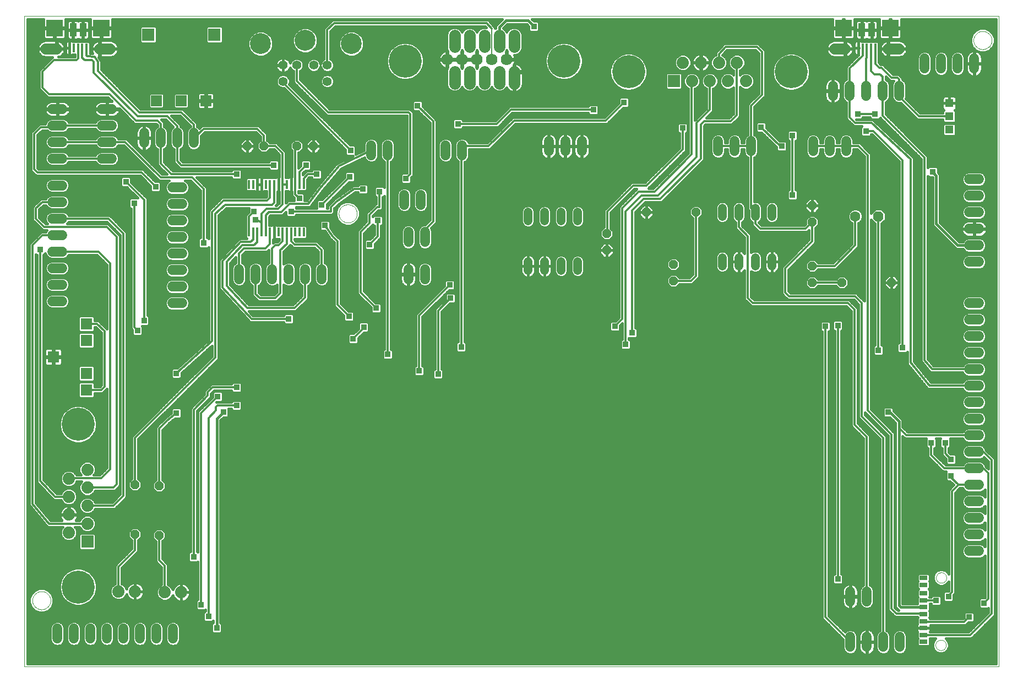
<source format=gtl>
G75*
%MOIN*%
%OFA0B0*%
%FSLAX24Y24*%
%IPPOS*%
%LPD*%
%AMOC8*
5,1,8,0,0,1.08239X$1,22.5*
%
%ADD10C,0.0000*%
%ADD11R,0.0515X0.0515*%
%ADD12R,0.0500X0.0250*%
%ADD13R,0.0650X0.0650*%
%ADD14R,0.0768X0.0768*%
%ADD15C,0.0554*%
%ADD16C,0.1266*%
%ADD17R,0.0740X0.0740*%
%ADD18C,0.0740*%
%ADD19C,0.2000*%
%ADD20C,0.0705*%
%ADD21C,0.0705*%
%ADD22R,0.0394X0.0787*%
%ADD23R,0.0157X0.0531*%
%ADD24C,0.0650*%
%ADD25R,0.0984X0.0984*%
%ADD26R,0.0709X0.0709*%
%ADD27R,0.0137X0.0550*%
%ADD28C,0.0600*%
%ADD29OC8,0.0520*%
%ADD30C,0.0520*%
%ADD31OC8,0.0630*%
%ADD32C,0.0630*%
%ADD33C,0.0120*%
%ADD34C,0.0160*%
%ADD35R,0.0356X0.0356*%
%ADD36C,0.0060*%
D10*
X003113Y000180D02*
X003113Y039550D01*
X062105Y039550D01*
X062105Y000180D01*
X003113Y000180D01*
X003600Y004193D02*
X003602Y004240D01*
X003608Y004286D01*
X003618Y004332D01*
X003631Y004377D01*
X003649Y004420D01*
X003670Y004462D01*
X003694Y004502D01*
X003722Y004539D01*
X003753Y004574D01*
X003787Y004607D01*
X003823Y004636D01*
X003862Y004662D01*
X003903Y004685D01*
X003946Y004704D01*
X003990Y004720D01*
X004035Y004732D01*
X004081Y004740D01*
X004128Y004744D01*
X004174Y004744D01*
X004221Y004740D01*
X004267Y004732D01*
X004312Y004720D01*
X004356Y004704D01*
X004399Y004685D01*
X004440Y004662D01*
X004479Y004636D01*
X004515Y004607D01*
X004549Y004574D01*
X004580Y004539D01*
X004608Y004502D01*
X004632Y004462D01*
X004653Y004420D01*
X004671Y004377D01*
X004684Y004332D01*
X004694Y004286D01*
X004700Y004240D01*
X004702Y004193D01*
X004700Y004146D01*
X004694Y004100D01*
X004684Y004054D01*
X004671Y004009D01*
X004653Y003966D01*
X004632Y003924D01*
X004608Y003884D01*
X004580Y003847D01*
X004549Y003812D01*
X004515Y003779D01*
X004479Y003750D01*
X004440Y003724D01*
X004399Y003701D01*
X004356Y003682D01*
X004312Y003666D01*
X004267Y003654D01*
X004221Y003646D01*
X004174Y003642D01*
X004128Y003642D01*
X004081Y003646D01*
X004035Y003654D01*
X003990Y003666D01*
X003946Y003682D01*
X003903Y003701D01*
X003862Y003724D01*
X003823Y003750D01*
X003787Y003779D01*
X003753Y003812D01*
X003722Y003847D01*
X003694Y003884D01*
X003670Y003924D01*
X003649Y003966D01*
X003631Y004009D01*
X003618Y004054D01*
X003608Y004100D01*
X003602Y004146D01*
X003600Y004193D01*
X022150Y027605D02*
X022152Y027652D01*
X022158Y027698D01*
X022168Y027744D01*
X022181Y027789D01*
X022199Y027832D01*
X022220Y027874D01*
X022244Y027914D01*
X022272Y027951D01*
X022303Y027986D01*
X022337Y028019D01*
X022373Y028048D01*
X022412Y028074D01*
X022453Y028097D01*
X022496Y028116D01*
X022540Y028132D01*
X022585Y028144D01*
X022631Y028152D01*
X022678Y028156D01*
X022724Y028156D01*
X022771Y028152D01*
X022817Y028144D01*
X022862Y028132D01*
X022906Y028116D01*
X022949Y028097D01*
X022990Y028074D01*
X023029Y028048D01*
X023065Y028019D01*
X023099Y027986D01*
X023130Y027951D01*
X023158Y027914D01*
X023182Y027874D01*
X023203Y027832D01*
X023221Y027789D01*
X023234Y027744D01*
X023244Y027698D01*
X023250Y027652D01*
X023252Y027605D01*
X023250Y027558D01*
X023244Y027512D01*
X023234Y027466D01*
X023221Y027421D01*
X023203Y027378D01*
X023182Y027336D01*
X023158Y027296D01*
X023130Y027259D01*
X023099Y027224D01*
X023065Y027191D01*
X023029Y027162D01*
X022990Y027136D01*
X022949Y027113D01*
X022906Y027094D01*
X022862Y027078D01*
X022817Y027066D01*
X022771Y027058D01*
X022724Y027054D01*
X022678Y027054D01*
X022631Y027058D01*
X022585Y027066D01*
X022540Y027078D01*
X022496Y027094D01*
X022453Y027113D01*
X022412Y027136D01*
X022373Y027162D01*
X022337Y027191D01*
X022303Y027224D01*
X022272Y027259D01*
X022244Y027296D01*
X022220Y027336D01*
X022199Y027378D01*
X022181Y027421D01*
X022168Y027466D01*
X022158Y027512D01*
X022152Y027558D01*
X022150Y027605D01*
X058308Y005570D02*
X058310Y005605D01*
X058316Y005640D01*
X058326Y005674D01*
X058339Y005707D01*
X058356Y005738D01*
X058377Y005766D01*
X058400Y005793D01*
X058427Y005816D01*
X058455Y005837D01*
X058486Y005854D01*
X058519Y005867D01*
X058553Y005877D01*
X058588Y005883D01*
X058623Y005885D01*
X058658Y005883D01*
X058693Y005877D01*
X058727Y005867D01*
X058760Y005854D01*
X058791Y005837D01*
X058819Y005816D01*
X058846Y005793D01*
X058869Y005766D01*
X058890Y005738D01*
X058907Y005707D01*
X058920Y005674D01*
X058930Y005640D01*
X058936Y005605D01*
X058938Y005570D01*
X058936Y005535D01*
X058930Y005500D01*
X058920Y005466D01*
X058907Y005433D01*
X058890Y005402D01*
X058869Y005374D01*
X058846Y005347D01*
X058819Y005324D01*
X058791Y005303D01*
X058760Y005286D01*
X058727Y005273D01*
X058693Y005263D01*
X058658Y005257D01*
X058623Y005255D01*
X058588Y005257D01*
X058553Y005263D01*
X058519Y005273D01*
X058486Y005286D01*
X058455Y005303D01*
X058427Y005324D01*
X058400Y005347D01*
X058377Y005374D01*
X058356Y005402D01*
X058339Y005433D01*
X058326Y005466D01*
X058316Y005500D01*
X058310Y005535D01*
X058308Y005570D01*
X058278Y001490D02*
X058280Y001525D01*
X058286Y001560D01*
X058296Y001594D01*
X058309Y001627D01*
X058326Y001658D01*
X058347Y001686D01*
X058370Y001713D01*
X058397Y001736D01*
X058425Y001757D01*
X058456Y001774D01*
X058489Y001787D01*
X058523Y001797D01*
X058558Y001803D01*
X058593Y001805D01*
X058628Y001803D01*
X058663Y001797D01*
X058697Y001787D01*
X058730Y001774D01*
X058761Y001757D01*
X058789Y001736D01*
X058816Y001713D01*
X058839Y001686D01*
X058860Y001658D01*
X058877Y001627D01*
X058890Y001594D01*
X058900Y001560D01*
X058906Y001525D01*
X058908Y001490D01*
X058906Y001455D01*
X058900Y001420D01*
X058890Y001386D01*
X058877Y001353D01*
X058860Y001322D01*
X058839Y001294D01*
X058816Y001267D01*
X058789Y001244D01*
X058761Y001223D01*
X058730Y001206D01*
X058697Y001193D01*
X058663Y001183D01*
X058628Y001177D01*
X058593Y001175D01*
X058558Y001177D01*
X058523Y001183D01*
X058489Y001193D01*
X058456Y001206D01*
X058425Y001223D01*
X058397Y001244D01*
X058370Y001267D01*
X058347Y001294D01*
X058326Y001322D01*
X058309Y001353D01*
X058296Y001386D01*
X058286Y001420D01*
X058280Y001455D01*
X058278Y001490D01*
X060575Y038093D02*
X060577Y038140D01*
X060583Y038186D01*
X060593Y038232D01*
X060606Y038277D01*
X060624Y038320D01*
X060645Y038362D01*
X060669Y038402D01*
X060697Y038439D01*
X060728Y038474D01*
X060762Y038507D01*
X060798Y038536D01*
X060837Y038562D01*
X060878Y038585D01*
X060921Y038604D01*
X060965Y038620D01*
X061010Y038632D01*
X061056Y038640D01*
X061103Y038644D01*
X061149Y038644D01*
X061196Y038640D01*
X061242Y038632D01*
X061287Y038620D01*
X061331Y038604D01*
X061374Y038585D01*
X061415Y038562D01*
X061454Y038536D01*
X061490Y038507D01*
X061524Y038474D01*
X061555Y038439D01*
X061583Y038402D01*
X061607Y038362D01*
X061628Y038320D01*
X061646Y038277D01*
X061659Y038232D01*
X061669Y038186D01*
X061675Y038140D01*
X061677Y038093D01*
X061675Y038046D01*
X061669Y038000D01*
X061659Y037954D01*
X061646Y037909D01*
X061628Y037866D01*
X061607Y037824D01*
X061583Y037784D01*
X061555Y037747D01*
X061524Y037712D01*
X061490Y037679D01*
X061454Y037650D01*
X061415Y037624D01*
X061374Y037601D01*
X061331Y037582D01*
X061287Y037566D01*
X061242Y037554D01*
X061196Y037546D01*
X061149Y037542D01*
X061103Y037542D01*
X061056Y037546D01*
X061010Y037554D01*
X060965Y037566D01*
X060921Y037582D01*
X060878Y037601D01*
X060837Y037624D01*
X060798Y037650D01*
X060762Y037679D01*
X060728Y037712D01*
X060697Y037747D01*
X060669Y037784D01*
X060645Y037824D01*
X060624Y037866D01*
X060606Y037909D01*
X060593Y037954D01*
X060583Y038000D01*
X060577Y038046D01*
X060575Y038093D01*
D11*
X059113Y034280D03*
X059113Y033480D03*
X059113Y032680D03*
D12*
X057553Y005560D03*
X057553Y005140D03*
X057553Y004620D03*
X057553Y004200D03*
X057553Y003780D03*
X057553Y003360D03*
X057553Y002940D03*
X057553Y002520D03*
X057553Y002100D03*
X057553Y001680D03*
D13*
X014113Y034430D03*
X012613Y034430D03*
X011113Y034430D03*
D14*
X010613Y038430D03*
X014613Y038430D03*
D15*
X018775Y036584D03*
X019601Y036584D03*
X020625Y036584D03*
X021452Y036584D03*
X021452Y035599D03*
X018775Y035599D03*
D16*
X017413Y037880D03*
X020113Y038080D03*
X022913Y037880D03*
D17*
X042432Y035621D03*
X006922Y007749D03*
D18*
X006922Y008839D03*
X005804Y008296D03*
X005804Y009387D03*
X005804Y010473D03*
X006922Y009930D03*
X006922Y011021D03*
X005804Y011564D03*
X006922Y012111D03*
X008813Y004730D03*
X009813Y004730D03*
X011613Y004680D03*
X012613Y004680D03*
X043523Y035621D03*
X044613Y035621D03*
X045704Y035621D03*
X046794Y035621D03*
X046247Y036739D03*
X045157Y036739D03*
X044070Y036739D03*
X042979Y036739D03*
D19*
X039692Y036180D03*
X035783Y036830D03*
X026163Y036830D03*
X049534Y036180D03*
X006363Y014851D03*
X006363Y005009D03*
D20*
X029163Y035475D02*
X029163Y036180D01*
X030063Y036180D02*
X030063Y035475D01*
X030963Y035475D02*
X030963Y036180D01*
X031863Y036180D02*
X031863Y035475D01*
X032763Y035475D02*
X032763Y036180D01*
X032763Y037680D02*
X032763Y038385D01*
X031863Y038385D02*
X031863Y037680D01*
X030963Y037680D02*
X030963Y038385D01*
X030063Y038385D02*
X030063Y037680D01*
X029163Y037680D02*
X029163Y038385D01*
D21*
X028713Y036930D03*
X029613Y036930D03*
X030513Y036930D03*
X031413Y036930D03*
X032313Y036930D03*
D22*
X053818Y038717D03*
X054409Y038717D03*
X006659Y038717D03*
X006068Y038717D03*
D23*
X006107Y037625D03*
X005851Y037625D03*
X006363Y037625D03*
X006619Y037625D03*
X006875Y037625D03*
X053601Y037625D03*
X053857Y037625D03*
X054113Y037625D03*
X054369Y037625D03*
X054625Y037625D03*
D24*
X055412Y037576D02*
X056062Y037576D01*
X052814Y037576D02*
X052164Y037576D01*
X008312Y037576D02*
X007662Y037576D01*
X005064Y037576D02*
X004414Y037576D01*
D25*
X004946Y038828D03*
X007781Y038828D03*
X052696Y038828D03*
X055531Y038828D03*
D26*
X006863Y020930D03*
X006863Y019930D03*
X004863Y018930D03*
X006863Y017930D03*
X006863Y016930D03*
D27*
X016700Y026491D03*
X016956Y026491D03*
X017212Y026491D03*
X017468Y026491D03*
X017723Y026491D03*
X017979Y026491D03*
X018235Y026491D03*
X018491Y026491D03*
X018747Y026491D03*
X019003Y026491D03*
X019259Y026491D03*
X019515Y026491D03*
X019771Y026491D03*
X020027Y026491D03*
X020027Y029369D03*
X019771Y029369D03*
X019515Y029369D03*
X019259Y029369D03*
X019003Y029369D03*
X018747Y029369D03*
X018491Y029369D03*
X018235Y029369D03*
X017979Y029369D03*
X017723Y029369D03*
X017468Y029369D03*
X017212Y029369D03*
X016956Y029369D03*
X016700Y029369D03*
D28*
X013363Y031880D02*
X013363Y032480D01*
X012363Y032480D02*
X012363Y031880D01*
X011363Y031880D02*
X011363Y032480D01*
X010363Y032480D02*
X010363Y031880D01*
X008413Y031930D02*
X007813Y031930D01*
X007813Y032930D02*
X008413Y032930D01*
X008413Y033930D02*
X007813Y033930D01*
X005413Y033930D02*
X004813Y033930D01*
X004813Y032930D02*
X005413Y032930D01*
X005413Y031930D02*
X004813Y031930D01*
X004813Y030930D02*
X005413Y030930D01*
X005413Y029305D02*
X004813Y029305D01*
X004813Y028305D02*
X005413Y028305D01*
X005413Y027305D02*
X004813Y027305D01*
X004813Y026305D02*
X005413Y026305D01*
X005413Y025305D02*
X004813Y025305D01*
X004813Y024305D02*
X005413Y024305D01*
X005413Y023305D02*
X004813Y023305D01*
X004813Y022305D02*
X005413Y022305D01*
X012063Y022180D02*
X012663Y022180D01*
X012663Y023180D02*
X012063Y023180D01*
X012063Y024180D02*
X012663Y024180D01*
X012663Y025180D02*
X012063Y025180D01*
X012063Y026180D02*
X012663Y026180D01*
X012663Y027180D02*
X012063Y027180D01*
X012063Y028180D02*
X012663Y028180D01*
X012663Y029180D02*
X012063Y029180D01*
X008413Y030930D02*
X007813Y030930D01*
X016113Y024230D02*
X016113Y023630D01*
X017113Y023630D02*
X017113Y024230D01*
X018113Y024230D02*
X018113Y023630D01*
X019113Y023630D02*
X019113Y024230D01*
X020113Y024230D02*
X020113Y023630D01*
X021113Y023630D02*
X021113Y024230D01*
X026363Y024230D02*
X026363Y023630D01*
X027363Y023630D02*
X027363Y024230D01*
X027363Y025880D02*
X027363Y026480D01*
X026363Y026480D02*
X026363Y025880D01*
X026113Y028130D02*
X026113Y028730D01*
X027113Y028730D02*
X027113Y028130D01*
X028613Y031130D02*
X028613Y031730D01*
X029613Y031730D02*
X029613Y031130D01*
X025113Y031130D02*
X025113Y031730D01*
X024113Y031730D02*
X024113Y031130D01*
X034863Y031380D02*
X034863Y031980D01*
X035863Y031980D02*
X035863Y031380D01*
X036863Y031380D02*
X036863Y031980D01*
X045113Y031980D02*
X045113Y031380D01*
X046113Y031380D02*
X046113Y031980D01*
X047113Y031980D02*
X047113Y031380D01*
X050863Y031380D02*
X050863Y031980D01*
X051863Y031980D02*
X051863Y031380D01*
X052863Y031380D02*
X052863Y031980D01*
X053063Y034730D02*
X053063Y035330D01*
X052063Y035330D02*
X052063Y034730D01*
X054063Y034730D02*
X054063Y035330D01*
X055063Y035330D02*
X055063Y034730D01*
X056063Y034730D02*
X056063Y035330D01*
X057613Y036380D02*
X057613Y036980D01*
X058613Y036980D02*
X058613Y036380D01*
X059613Y036380D02*
X059613Y036980D01*
X060613Y036980D02*
X060613Y036380D01*
X060913Y029680D02*
X060313Y029680D01*
X060313Y028680D02*
X060913Y028680D01*
X060913Y027680D02*
X060313Y027680D01*
X060313Y026680D02*
X060913Y026680D01*
X060913Y025680D02*
X060313Y025680D01*
X060313Y024680D02*
X060913Y024680D01*
X060913Y022180D02*
X060313Y022180D01*
X060313Y021180D02*
X060913Y021180D01*
X060913Y020180D02*
X060313Y020180D01*
X060313Y019180D02*
X060913Y019180D01*
X060913Y018180D02*
X060313Y018180D01*
X060313Y017180D02*
X060913Y017180D01*
X060913Y016180D02*
X060313Y016180D01*
X060313Y015180D02*
X060913Y015180D01*
X060913Y014180D02*
X060313Y014180D01*
X060313Y013180D02*
X060913Y013180D01*
X060913Y012180D02*
X060313Y012180D01*
X060313Y011180D02*
X060913Y011180D01*
X060913Y010180D02*
X060313Y010180D01*
X060313Y009180D02*
X060913Y009180D01*
X060913Y008180D02*
X060313Y008180D01*
X060313Y007180D02*
X060913Y007180D01*
X054113Y004730D02*
X054113Y004130D01*
X053113Y004130D02*
X053113Y004730D01*
X053113Y001980D02*
X053113Y001380D01*
X054113Y001380D02*
X054113Y001980D01*
X055113Y001980D02*
X055113Y001380D01*
X056113Y001380D02*
X056113Y001980D01*
X012113Y001880D02*
X012113Y002480D01*
X011113Y002480D02*
X011113Y001880D01*
X010113Y001880D02*
X010113Y002480D01*
X009113Y002480D02*
X009113Y001880D01*
X008113Y001880D02*
X008113Y002480D01*
X007113Y002480D02*
X007113Y001880D01*
X006113Y001880D02*
X006113Y002480D01*
X005113Y002480D02*
X005113Y001880D01*
D29*
X009813Y008180D03*
X011263Y008130D03*
X011263Y011130D03*
X009813Y011180D03*
X038363Y025380D03*
X038363Y026380D03*
X040763Y027680D03*
X043763Y027680D03*
X042413Y024530D03*
X042413Y023530D03*
X050813Y023430D03*
X050813Y024430D03*
X052613Y023430D03*
X055613Y023430D03*
X050813Y027080D03*
X050813Y028080D03*
X020613Y031680D03*
X019613Y031680D03*
X017613Y031680D03*
X016613Y031680D03*
D30*
X033613Y027690D02*
X033613Y027170D01*
X034613Y027170D02*
X034613Y027690D01*
X035613Y027690D02*
X035613Y027170D01*
X036613Y027170D02*
X036613Y027690D01*
X036613Y024690D02*
X036613Y024170D01*
X035613Y024170D02*
X035613Y024690D01*
X034613Y024690D02*
X034613Y024170D01*
X033613Y024170D02*
X033613Y024690D01*
X045363Y024940D02*
X045363Y024420D01*
X046363Y024420D02*
X046363Y024940D01*
X047363Y024940D02*
X047363Y024420D01*
X048363Y024420D02*
X048363Y024940D01*
X048363Y027420D02*
X048363Y027940D01*
X047363Y027940D02*
X047363Y027420D01*
X046363Y027420D02*
X046363Y027940D01*
X045363Y027940D02*
X045363Y027420D01*
D31*
X054813Y027430D03*
D32*
X053413Y027430D03*
D33*
X053413Y025680D01*
X052163Y024430D01*
X050813Y024430D01*
X050813Y023430D02*
X052613Y023430D01*
X053413Y022580D02*
X049413Y022580D01*
X049163Y022830D01*
X049163Y024280D01*
X050813Y025930D01*
X050813Y027080D01*
X050413Y026680D01*
X047663Y026680D01*
X047363Y026980D01*
X047363Y027680D01*
X047113Y027930D01*
X047113Y031680D01*
X046113Y031680D01*
X045113Y031680D01*
X044063Y030930D02*
X044063Y032980D01*
X044263Y033180D01*
X045863Y033180D01*
X046247Y033564D01*
X046247Y036739D01*
X045157Y036739D02*
X045157Y037273D01*
X045563Y037680D01*
X047463Y037680D01*
X047763Y037380D01*
X047763Y034780D01*
X047113Y034130D01*
X047113Y031680D01*
X047713Y032830D02*
X048863Y031680D01*
X048963Y031680D01*
X049613Y032330D02*
X049613Y028730D01*
X046363Y027680D02*
X046363Y026780D01*
X046913Y026230D01*
X046913Y022480D01*
X047213Y022180D01*
X052963Y022180D01*
X053363Y021780D01*
X053363Y014830D01*
X054113Y014080D01*
X054113Y004430D01*
X055613Y003680D02*
X055913Y003380D01*
X057533Y003380D01*
X057553Y003360D01*
X057553Y002940D02*
X057613Y002880D01*
X060013Y002880D01*
X060313Y003180D01*
X061213Y004030D02*
X061463Y004280D01*
X061463Y011880D01*
X061163Y012180D01*
X060613Y012180D01*
X058813Y012180D01*
X058013Y012980D01*
X058013Y013730D01*
X058863Y013730D02*
X058863Y013080D01*
X059213Y012730D01*
X059213Y011730D02*
X059213Y011630D01*
X059663Y011180D01*
X059263Y010780D01*
X059263Y004680D01*
X059063Y004480D01*
X059063Y004430D01*
X058313Y004180D02*
X057573Y004180D01*
X057553Y004200D01*
X055613Y003680D02*
X055613Y014230D01*
X054163Y015680D01*
X054163Y031130D01*
X053613Y031680D01*
X052863Y031680D01*
X051863Y031680D01*
X050863Y031680D01*
X053063Y033430D02*
X053063Y035030D01*
X053063Y036380D01*
X053857Y037174D01*
X053857Y037625D01*
X054113Y037625D02*
X054113Y037030D01*
X054063Y036980D01*
X054063Y035030D01*
X055063Y035030D02*
X055063Y033530D01*
X057613Y030980D01*
X057613Y018730D01*
X058063Y018180D01*
X060613Y018180D01*
X060613Y017180D02*
X057913Y017180D01*
X056763Y018580D01*
X056763Y030880D01*
X054413Y033080D01*
X053413Y033080D01*
X053063Y033430D01*
X053563Y033630D02*
X054613Y033630D01*
X054513Y032580D02*
X054063Y032580D01*
X054513Y032580D02*
X056263Y030830D01*
X056263Y019480D01*
X054813Y019330D02*
X054813Y027430D01*
X053413Y022580D02*
X053813Y022180D01*
X053813Y015330D01*
X055113Y014030D01*
X055113Y001680D01*
X053113Y001680D02*
X051613Y003180D01*
X051613Y020780D01*
X052363Y020830D02*
X052363Y005480D01*
X057553Y002100D02*
X057573Y002080D01*
X060363Y002080D01*
X061663Y003380D01*
X061663Y012680D01*
X061163Y013180D01*
X060613Y013180D01*
X060613Y014180D02*
X056513Y014180D01*
X056063Y014630D01*
X059663Y011180D02*
X060613Y011180D01*
X043763Y023830D02*
X043463Y023530D01*
X042413Y023530D01*
X043763Y023830D02*
X043763Y027680D01*
X041613Y028480D02*
X044063Y030930D01*
X043813Y031030D02*
X043813Y033080D01*
X044613Y033880D01*
X044613Y035621D01*
X043523Y035621D02*
X043513Y035611D01*
X043513Y031180D01*
X041263Y028930D01*
X040313Y028930D01*
X039313Y027930D01*
X039313Y021230D01*
X038863Y020780D01*
X039913Y020380D02*
X039913Y027780D01*
X040613Y028480D01*
X041613Y028480D01*
X041463Y028680D02*
X043813Y031030D01*
X042963Y031480D02*
X040763Y029280D01*
X039963Y029280D01*
X038413Y027730D01*
X038413Y026430D01*
X038363Y026380D01*
X039513Y027730D02*
X040463Y028680D01*
X041463Y028680D01*
X039513Y027730D02*
X039513Y019680D01*
X029563Y019530D02*
X029563Y031380D01*
X029613Y031430D01*
X029863Y031680D01*
X031213Y031680D01*
X032763Y033230D01*
X038313Y033230D01*
X039413Y034330D01*
X037563Y033880D02*
X032563Y033880D01*
X031713Y033030D01*
X029363Y033030D01*
X027863Y033180D02*
X027863Y027130D01*
X027363Y026630D01*
X027363Y026180D01*
X024613Y027980D02*
X024613Y028930D01*
X023613Y029080D02*
X023063Y029080D01*
X022013Y028330D01*
X021663Y027980D01*
X021663Y027730D01*
X019263Y027730D01*
X019163Y028180D02*
X020313Y028180D01*
X021013Y029130D01*
X022163Y030480D01*
X024113Y031430D01*
X025113Y031430D02*
X025113Y019080D01*
X027013Y018080D02*
X027013Y021430D01*
X028863Y023280D01*
X028913Y022480D02*
X028163Y021730D01*
X028163Y017880D01*
X023663Y020680D02*
X023663Y020730D01*
X023663Y020680D02*
X023013Y020030D01*
X022763Y021380D02*
X022063Y022080D01*
X022063Y025930D01*
X021763Y026230D01*
X021313Y026880D01*
X021113Y028130D02*
X022813Y029830D01*
X022863Y031430D02*
X018775Y035519D01*
X018775Y035599D01*
X019601Y035642D02*
X019601Y036584D01*
X019601Y035642D02*
X021513Y033730D01*
X026363Y033730D01*
X026463Y033630D01*
X026463Y029980D01*
X026213Y029730D01*
X024613Y027980D02*
X024463Y027980D01*
X024013Y027530D01*
X024013Y027030D01*
X023463Y026480D01*
X023463Y022830D01*
X024413Y021880D01*
X021113Y023930D02*
X021113Y025380D01*
X020763Y025730D01*
X019463Y025730D01*
X019259Y025934D01*
X019259Y026491D01*
X019003Y026491D02*
X019003Y025770D01*
X018613Y025380D01*
X018613Y022780D01*
X018313Y022480D01*
X017363Y022480D01*
X017113Y022730D01*
X017113Y023930D01*
X018113Y023930D02*
X018113Y025480D01*
X018313Y025680D01*
X018513Y025680D01*
X018747Y025914D01*
X018747Y026491D01*
X017979Y026491D02*
X017979Y025746D01*
X017713Y025480D01*
X016413Y025480D01*
X016113Y025180D01*
X016113Y023930D01*
X015363Y023230D02*
X016613Y021880D01*
X019463Y021880D01*
X020113Y022530D01*
X020113Y023930D01*
X017212Y025878D02*
X017013Y025680D01*
X016313Y025680D01*
X015363Y024680D01*
X015363Y023230D01*
X015113Y023130D02*
X016863Y021230D01*
X019113Y021230D01*
X015113Y023130D02*
X015113Y024730D01*
X016213Y025880D01*
X016813Y025880D01*
X016956Y026023D01*
X016956Y026491D01*
X017212Y026491D02*
X017212Y025878D01*
X017468Y026491D02*
X017468Y027030D01*
X017368Y027130D01*
X017113Y027230D01*
X017468Y027030D02*
X017468Y027584D01*
X017763Y027880D01*
X018463Y027880D01*
X018747Y028164D01*
X018747Y029369D01*
X019003Y029369D01*
X018747Y029369D02*
X018747Y031246D01*
X018313Y031680D01*
X017613Y031680D01*
X017613Y032330D01*
X017213Y032730D01*
X013963Y032730D01*
X013413Y032180D01*
X013363Y032180D01*
X013363Y032980D01*
X012613Y033730D01*
X010063Y033730D01*
X007563Y036230D01*
X007563Y036780D01*
X007363Y037080D01*
X006913Y037130D01*
X006875Y037168D01*
X006875Y037625D01*
X006619Y037625D02*
X006613Y037619D01*
X006613Y037030D01*
X006763Y036880D01*
X007213Y036880D01*
X007313Y036780D01*
X007313Y036130D01*
X009963Y033480D01*
X011763Y033480D01*
X012363Y032880D01*
X012363Y032180D01*
X012363Y030780D01*
X012613Y030530D01*
X018213Y030530D01*
X018235Y029369D02*
X018235Y028252D01*
X018113Y028130D01*
X015263Y028130D01*
X014663Y027580D01*
X014663Y018880D01*
X012663Y016880D01*
X009813Y014030D01*
X009813Y011180D01*
X009113Y010530D02*
X009113Y026380D01*
X008188Y027305D01*
X005113Y027305D01*
X004313Y026780D02*
X003813Y027280D01*
X003813Y027930D01*
X004188Y028305D01*
X005113Y028305D01*
X004313Y026780D02*
X008113Y026780D01*
X008713Y026180D01*
X008713Y011230D01*
X008513Y011030D01*
X006932Y011030D01*
X006922Y011021D01*
X007763Y011580D02*
X005820Y011580D01*
X005804Y011564D01*
X005804Y010473D02*
X004970Y010473D01*
X004063Y011430D01*
X004063Y025430D01*
X003613Y025680D02*
X004213Y026280D01*
X005088Y026280D01*
X005113Y026305D01*
X005113Y025305D02*
X007588Y025305D01*
X008313Y024580D01*
X008313Y012130D01*
X007763Y011580D01*
X009113Y010530D02*
X008513Y009930D01*
X006922Y009930D01*
X006922Y008839D02*
X004604Y008839D01*
X003613Y010030D01*
X003613Y025680D01*
X009263Y029530D02*
X010363Y028430D01*
X010363Y021130D01*
X009763Y020730D02*
X009763Y028230D01*
X011063Y029230D02*
X010213Y030080D01*
X003913Y030080D01*
X003713Y030280D01*
X003713Y032430D01*
X004113Y032830D01*
X005013Y032830D01*
X005113Y032930D01*
X008113Y032930D01*
X008113Y031930D02*
X009213Y031930D01*
X011363Y029780D01*
X013263Y029780D01*
X013963Y029080D01*
X013963Y025830D01*
X016700Y026491D02*
X016700Y027417D01*
X017013Y027730D01*
X017723Y027490D02*
X017913Y027680D01*
X018663Y027680D01*
X019163Y028180D01*
X019515Y028778D02*
X019763Y028530D01*
X019515Y028778D02*
X019515Y029369D01*
X019513Y029369D01*
X019513Y031580D01*
X019613Y031680D01*
X020163Y030530D02*
X019771Y030137D01*
X019771Y029369D01*
X020027Y029369D02*
X020027Y029743D01*
X020263Y029980D01*
X020813Y029980D01*
X017979Y029369D02*
X017979Y028546D01*
X017813Y028380D01*
X015163Y028380D01*
X014463Y027680D01*
X014463Y019880D01*
X012313Y017930D01*
X014213Y016780D02*
X014513Y017080D01*
X015963Y017080D01*
X014813Y016530D02*
X013813Y015530D01*
X013813Y003930D01*
X014263Y003230D02*
X014263Y015230D01*
X014713Y015680D01*
X014713Y015880D01*
X014813Y015980D01*
X015963Y015980D01*
X014213Y016580D02*
X014213Y016780D01*
X014213Y016580D02*
X013363Y015730D01*
X013363Y006830D01*
X011613Y006280D02*
X011263Y006630D01*
X011263Y008130D01*
X009813Y008180D02*
X009813Y007230D01*
X008813Y006230D01*
X008813Y004730D01*
X011613Y004680D02*
X011613Y006280D01*
X011263Y011130D02*
X011263Y014580D01*
X011763Y015080D01*
X012313Y015530D01*
X007963Y017130D02*
X007763Y016930D01*
X006863Y016930D01*
X007963Y017130D02*
X007963Y020480D01*
X007513Y020930D01*
X006863Y020930D01*
X009763Y020730D02*
X009963Y020530D01*
X017723Y026491D02*
X017723Y027490D01*
X015963Y029980D02*
X012013Y029980D01*
X011363Y030630D01*
X011363Y032180D01*
X011363Y033030D01*
X011163Y033230D01*
X009863Y033230D01*
X008263Y034830D01*
X004613Y034830D01*
X004213Y035230D01*
X004213Y036180D01*
X004913Y036880D01*
X006263Y036880D01*
X006363Y036980D01*
X006363Y037625D01*
X005113Y031930D02*
X008113Y031930D01*
X008113Y030930D02*
X005113Y030930D01*
X021452Y036584D02*
X021452Y038719D01*
X021863Y039130D01*
X031113Y039130D01*
X031413Y038780D01*
X026913Y034130D02*
X027863Y033180D01*
X024513Y027180D02*
X024513Y026230D01*
X024013Y025730D01*
X042963Y031480D02*
X042963Y032780D01*
X054369Y036224D02*
X054563Y036030D01*
X054913Y036030D01*
X055063Y035880D01*
X055063Y035030D01*
X055613Y035830D02*
X055963Y035830D01*
X056063Y035730D01*
X056063Y035030D01*
X056063Y034680D01*
X057263Y033480D01*
X059113Y033480D01*
X055613Y035830D02*
X055013Y036430D01*
X054863Y036430D01*
X054625Y036668D01*
X054625Y037625D01*
X054369Y037625D02*
X054369Y036224D01*
D34*
X054825Y036751D02*
X054825Y037282D01*
X054844Y037301D01*
X054844Y037949D01*
X054762Y038031D01*
X053795Y038031D01*
X053791Y038035D01*
X053750Y038058D01*
X053704Y038071D01*
X053601Y038071D01*
X053499Y038071D01*
X053453Y038058D01*
X053412Y038035D01*
X053379Y038001D01*
X053355Y037960D01*
X053343Y037914D01*
X053343Y037625D01*
X053601Y037625D01*
X053601Y037625D01*
X053343Y037625D01*
X053343Y037335D01*
X053355Y037290D01*
X053379Y037249D01*
X053412Y037215D01*
X053453Y037191D01*
X053499Y037179D01*
X053580Y037179D01*
X052980Y036580D01*
X052863Y036463D01*
X052863Y035723D01*
X052814Y035703D01*
X052690Y035579D01*
X052623Y035418D01*
X052623Y034642D01*
X052690Y034481D01*
X052814Y034357D01*
X052863Y034337D01*
X052863Y033347D01*
X052980Y033230D01*
X052980Y033230D01*
X053330Y032880D01*
X053809Y032880D01*
X053745Y032816D01*
X053745Y032344D01*
X053827Y032262D01*
X054299Y032262D01*
X054381Y032344D01*
X054381Y032380D01*
X054430Y032380D01*
X056063Y030747D01*
X056063Y019798D01*
X056027Y019798D01*
X055945Y019716D01*
X055945Y019244D01*
X056027Y019162D01*
X056499Y019162D01*
X056563Y019226D01*
X056563Y018590D01*
X056556Y018517D01*
X056563Y018508D01*
X056563Y018497D01*
X056615Y018445D01*
X057713Y017108D01*
X057713Y017097D01*
X057765Y017045D01*
X057811Y016989D01*
X057822Y016988D01*
X057830Y016980D01*
X057903Y016980D01*
X057976Y016973D01*
X057985Y016980D01*
X059920Y016980D01*
X059940Y016931D01*
X060064Y016807D01*
X060226Y016740D01*
X061001Y016740D01*
X061162Y016807D01*
X061286Y016931D01*
X061353Y017092D01*
X061353Y017268D01*
X061286Y017429D01*
X061162Y017553D01*
X061001Y017620D01*
X060226Y017620D01*
X060064Y017553D01*
X059940Y017429D01*
X059920Y017380D01*
X058008Y017380D01*
X056963Y018652D01*
X056963Y030801D01*
X056966Y030804D01*
X056963Y030883D01*
X056963Y030963D01*
X056961Y030966D01*
X056960Y030969D01*
X056902Y031024D01*
X056846Y031080D01*
X056842Y031080D01*
X054552Y033224D01*
X054496Y033280D01*
X054492Y033280D01*
X054489Y033283D01*
X054410Y033280D01*
X053496Y033280D01*
X053464Y033312D01*
X053799Y033312D01*
X053881Y033394D01*
X053881Y033430D01*
X054295Y033430D01*
X054295Y033394D01*
X054377Y033312D01*
X054849Y033312D01*
X054924Y033386D01*
X054980Y033330D01*
X057413Y030897D01*
X057413Y018740D01*
X057406Y018667D01*
X057413Y018659D01*
X057413Y018647D01*
X057465Y018596D01*
X057863Y018109D01*
X057863Y018097D01*
X057915Y018046D01*
X057961Y017989D01*
X057972Y017988D01*
X057980Y017980D01*
X058053Y017980D01*
X058126Y017973D01*
X058135Y017980D01*
X059920Y017980D01*
X059940Y017931D01*
X060064Y017807D01*
X060226Y017740D01*
X061001Y017740D01*
X061162Y017807D01*
X061286Y017931D01*
X061353Y018092D01*
X061353Y018268D01*
X061286Y018429D01*
X061162Y018553D01*
X061001Y018620D01*
X060226Y018620D01*
X060064Y018553D01*
X059940Y018429D01*
X059920Y018380D01*
X058158Y018380D01*
X057813Y018801D01*
X057813Y029876D01*
X057877Y029812D01*
X058086Y029812D01*
X058093Y029803D01*
X058093Y026889D01*
X058222Y026760D01*
X059522Y025460D01*
X059928Y025460D01*
X059940Y025431D01*
X060064Y025307D01*
X060226Y025240D01*
X061001Y025240D01*
X061162Y025307D01*
X061286Y025431D01*
X061353Y025592D01*
X061353Y025768D01*
X061286Y025929D01*
X061162Y026053D01*
X061001Y026120D01*
X060226Y026120D01*
X060064Y026053D01*
X059940Y025929D01*
X059928Y025900D01*
X059704Y025900D01*
X058533Y027071D01*
X058533Y029868D01*
X058542Y029946D01*
X058533Y029957D01*
X058533Y029971D01*
X058477Y030027D01*
X058431Y030085D01*
X058431Y030366D01*
X058349Y030448D01*
X057877Y030448D01*
X057813Y030384D01*
X057813Y031063D01*
X055263Y033613D01*
X055263Y034337D01*
X055312Y034357D01*
X055436Y034481D01*
X055503Y034642D01*
X055503Y035418D01*
X055436Y035579D01*
X055312Y035703D01*
X055263Y035723D01*
X055263Y035897D01*
X055413Y035747D01*
X055530Y035630D01*
X055741Y035630D01*
X055690Y035579D01*
X055623Y035418D01*
X055623Y034642D01*
X055690Y034481D01*
X055814Y034357D01*
X055976Y034290D01*
X056151Y034290D01*
X056165Y034296D01*
X057063Y033397D01*
X057180Y033280D01*
X058716Y033280D01*
X058716Y033165D01*
X058798Y033083D01*
X059429Y033083D01*
X059511Y033165D01*
X059511Y033795D01*
X059447Y033859D01*
X059481Y033878D01*
X059515Y033912D01*
X059538Y033953D01*
X059551Y033999D01*
X059551Y034280D01*
X059551Y034561D01*
X059538Y034607D01*
X059515Y034648D01*
X059481Y034682D01*
X059440Y034705D01*
X059394Y034717D01*
X059113Y034717D01*
X058832Y034717D01*
X058786Y034705D01*
X058745Y034682D01*
X058712Y034648D01*
X058688Y034607D01*
X058676Y034561D01*
X058676Y034280D01*
X058676Y033999D01*
X058688Y033953D01*
X058712Y033912D01*
X058745Y033878D01*
X058779Y033859D01*
X058716Y033795D01*
X058716Y033680D01*
X057346Y033680D01*
X056468Y034558D01*
X056503Y034642D01*
X056503Y035418D01*
X056436Y035579D01*
X056312Y035703D01*
X056263Y035723D01*
X056263Y035813D01*
X056146Y035930D01*
X056046Y036030D01*
X055696Y036030D01*
X055096Y036630D01*
X054946Y036630D01*
X054825Y036751D01*
X054825Y036794D02*
X057173Y036794D01*
X057173Y036952D02*
X054825Y036952D01*
X054825Y037111D02*
X055213Y037111D01*
X055219Y037108D02*
X055294Y037083D01*
X055373Y037071D01*
X055384Y037071D01*
X055384Y037547D01*
X055441Y037547D01*
X055441Y037071D01*
X056102Y037071D01*
X056180Y037083D01*
X056256Y037108D01*
X056327Y037144D01*
X056391Y037191D01*
X056447Y037247D01*
X056494Y037311D01*
X056530Y037382D01*
X056554Y037457D01*
X056567Y037536D01*
X056567Y037547D01*
X055441Y037547D01*
X055441Y037604D01*
X056567Y037604D01*
X056567Y037615D01*
X056554Y037694D01*
X056530Y037769D01*
X056494Y037840D01*
X056447Y037905D01*
X056391Y037961D01*
X056327Y038007D01*
X056256Y038043D01*
X056180Y038068D01*
X056102Y038080D01*
X055441Y038080D01*
X055441Y037604D01*
X055384Y037604D01*
X055384Y037547D01*
X054908Y037547D01*
X054908Y037536D01*
X054920Y037457D01*
X054945Y037382D01*
X054981Y037311D01*
X055027Y037247D01*
X055084Y037191D01*
X055148Y037144D01*
X055219Y037108D01*
X055384Y037111D02*
X055441Y037111D01*
X055441Y037269D02*
X055384Y037269D01*
X055384Y037428D02*
X055441Y037428D01*
X055441Y037586D02*
X060598Y037586D01*
X060593Y037460D02*
X060575Y037460D01*
X060501Y037448D01*
X060429Y037425D01*
X060362Y037391D01*
X060301Y037346D01*
X060247Y037293D01*
X060203Y037232D01*
X060168Y037164D01*
X060145Y037092D01*
X060133Y037018D01*
X060133Y036700D01*
X060593Y036700D01*
X060593Y036660D01*
X060133Y036660D01*
X060133Y036342D01*
X060145Y036268D01*
X060168Y036196D01*
X060203Y036128D01*
X060247Y036067D01*
X060301Y036014D01*
X060362Y035969D01*
X060429Y035935D01*
X060501Y035912D01*
X060575Y035900D01*
X060593Y035900D01*
X060593Y036660D01*
X060633Y036660D01*
X060633Y035900D01*
X060651Y035900D01*
X060726Y035912D01*
X060797Y035935D01*
X060865Y035969D01*
X060926Y036014D01*
X060979Y036067D01*
X061024Y036128D01*
X061058Y036196D01*
X061081Y036268D01*
X061093Y036342D01*
X061093Y036660D01*
X060633Y036660D01*
X060633Y036700D01*
X060593Y036700D01*
X060593Y037460D01*
X060593Y037428D02*
X060633Y037428D01*
X060633Y037460D02*
X060633Y036700D01*
X061093Y036700D01*
X061093Y037018D01*
X061081Y037092D01*
X061058Y037164D01*
X061024Y037232D01*
X060979Y037293D01*
X060926Y037346D01*
X060865Y037391D01*
X060797Y037425D01*
X060726Y037448D01*
X060651Y037460D01*
X060633Y037460D01*
X060712Y037473D02*
X060980Y037361D01*
X061271Y037361D01*
X061540Y037473D01*
X061746Y037678D01*
X061857Y037947D01*
X061857Y038238D01*
X061746Y038507D01*
X061540Y038712D01*
X061271Y038824D01*
X060980Y038824D01*
X060712Y038712D01*
X060506Y038507D01*
X060395Y038238D01*
X060395Y037947D01*
X060506Y037678D01*
X060712Y037473D01*
X060789Y037428D02*
X060820Y037428D01*
X060997Y037269D02*
X061925Y037269D01*
X061925Y037111D02*
X061076Y037111D01*
X061093Y036952D02*
X061925Y036952D01*
X061925Y036794D02*
X061093Y036794D01*
X061093Y036635D02*
X061925Y036635D01*
X061925Y036477D02*
X061093Y036477D01*
X061089Y036318D02*
X061925Y036318D01*
X061925Y036160D02*
X061040Y036160D01*
X060908Y036001D02*
X061925Y036001D01*
X061925Y035843D02*
X056234Y035843D01*
X056331Y035684D02*
X061925Y035684D01*
X061925Y035526D02*
X056458Y035526D01*
X056503Y035367D02*
X061925Y035367D01*
X061925Y035209D02*
X056503Y035209D01*
X056503Y035050D02*
X061925Y035050D01*
X061925Y034892D02*
X056503Y034892D01*
X056503Y034733D02*
X061925Y034733D01*
X061925Y034575D02*
X059547Y034575D01*
X059551Y034416D02*
X061925Y034416D01*
X061925Y034258D02*
X059551Y034258D01*
X059551Y034280D02*
X059113Y034280D01*
X058676Y034280D01*
X059113Y034280D01*
X059113Y034280D01*
X059113Y034717D01*
X059113Y034280D01*
X059113Y034280D01*
X059551Y034280D01*
X059551Y034099D02*
X061925Y034099D01*
X061925Y033941D02*
X059531Y033941D01*
X059511Y033782D02*
X061925Y033782D01*
X061925Y033624D02*
X059511Y033624D01*
X059511Y033465D02*
X061925Y033465D01*
X061925Y033307D02*
X059511Y033307D01*
X059494Y033148D02*
X061925Y033148D01*
X061925Y032990D02*
X059511Y032990D01*
X059511Y032995D02*
X059429Y033077D01*
X058798Y033077D01*
X058716Y032995D01*
X058716Y032365D01*
X058798Y032283D01*
X059429Y032283D01*
X059511Y032365D01*
X059511Y032995D01*
X059511Y032831D02*
X061925Y032831D01*
X061925Y032673D02*
X059511Y032673D01*
X059511Y032514D02*
X061925Y032514D01*
X061925Y032356D02*
X059502Y032356D01*
X058725Y032356D02*
X056521Y032356D01*
X056679Y032197D02*
X061925Y032197D01*
X061925Y032039D02*
X056838Y032039D01*
X056996Y031880D02*
X061925Y031880D01*
X061925Y031722D02*
X057155Y031722D01*
X057313Y031563D02*
X061925Y031563D01*
X061925Y031405D02*
X057472Y031405D01*
X057630Y031246D02*
X061925Y031246D01*
X061925Y031088D02*
X057789Y031088D01*
X057813Y030929D02*
X061925Y030929D01*
X061925Y030771D02*
X057813Y030771D01*
X057813Y030612D02*
X061925Y030612D01*
X061925Y030454D02*
X057813Y030454D01*
X057413Y030454D02*
X056963Y030454D01*
X056963Y030612D02*
X057413Y030612D01*
X057413Y030771D02*
X056963Y030771D01*
X056963Y030929D02*
X057381Y030929D01*
X057223Y031088D02*
X056834Y031088D01*
X056665Y031246D02*
X057064Y031246D01*
X056906Y031405D02*
X056496Y031405D01*
X056326Y031563D02*
X056747Y031563D01*
X056589Y031722D02*
X056157Y031722D01*
X055988Y031880D02*
X056430Y031880D01*
X056272Y032039D02*
X055818Y032039D01*
X055649Y032197D02*
X056113Y032197D01*
X055955Y032356D02*
X055480Y032356D01*
X055310Y032514D02*
X055796Y032514D01*
X055638Y032673D02*
X055141Y032673D01*
X054972Y032831D02*
X055479Y032831D01*
X055321Y032990D02*
X054802Y032990D01*
X054633Y033148D02*
X055162Y033148D01*
X055004Y033307D02*
X053470Y033307D01*
X053221Y032990D02*
X048031Y032990D01*
X048031Y033066D02*
X047949Y033148D01*
X047477Y033148D01*
X047313Y033148D01*
X047395Y033066D02*
X047395Y032594D01*
X047477Y032512D01*
X047748Y032512D01*
X048645Y031615D01*
X048645Y031444D01*
X048727Y031362D01*
X049199Y031362D01*
X049281Y031444D01*
X049281Y031916D01*
X049199Y031998D01*
X048828Y031998D01*
X048031Y032795D01*
X048031Y033066D01*
X047949Y033148D02*
X053062Y033148D01*
X052904Y033307D02*
X047313Y033307D01*
X047313Y033465D02*
X052863Y033465D01*
X052863Y033624D02*
X047313Y033624D01*
X047313Y033782D02*
X052863Y033782D01*
X052863Y033941D02*
X047313Y033941D01*
X047313Y034047D02*
X047846Y034580D01*
X047963Y034697D01*
X047963Y037463D01*
X047663Y037763D01*
X047546Y037880D01*
X045480Y037880D01*
X045074Y037473D01*
X044957Y037356D01*
X044957Y037208D01*
X044868Y037171D01*
X044724Y037028D01*
X044647Y036841D01*
X044647Y036638D01*
X044724Y036450D01*
X044868Y036307D01*
X045055Y036229D01*
X045258Y036229D01*
X045445Y036307D01*
X045589Y036450D01*
X045667Y036638D01*
X045667Y036841D01*
X045589Y037028D01*
X045445Y037171D01*
X045369Y037203D01*
X045646Y037480D01*
X047380Y037480D01*
X047563Y037297D01*
X047563Y034863D01*
X046913Y034213D01*
X046913Y032373D01*
X046864Y032353D01*
X046740Y032229D01*
X046673Y032068D01*
X046673Y031880D01*
X046553Y031880D01*
X046553Y032068D01*
X046486Y032229D01*
X046362Y032353D01*
X046201Y032420D01*
X046026Y032420D01*
X045864Y032353D01*
X045740Y032229D01*
X045673Y032068D01*
X045673Y031880D01*
X045553Y031880D01*
X045553Y032068D01*
X045486Y032229D01*
X045362Y032353D01*
X045201Y032420D01*
X045026Y032420D01*
X044864Y032353D01*
X044740Y032229D01*
X044673Y032068D01*
X044673Y031292D01*
X044740Y031131D01*
X044864Y031007D01*
X045026Y030940D01*
X045201Y030940D01*
X045362Y031007D01*
X045486Y031131D01*
X045553Y031292D01*
X045553Y031480D01*
X045673Y031480D01*
X045673Y031292D01*
X045740Y031131D01*
X045864Y031007D01*
X046026Y030940D01*
X046201Y030940D01*
X046362Y031007D01*
X046486Y031131D01*
X046553Y031292D01*
X046553Y031480D01*
X046673Y031480D01*
X046673Y031292D01*
X046740Y031131D01*
X046864Y031007D01*
X046913Y030987D01*
X046913Y027847D01*
X046963Y027797D01*
X046963Y027340D01*
X047024Y027193D01*
X047137Y027081D01*
X047163Y027070D01*
X047163Y026897D01*
X047280Y026780D01*
X047580Y026480D01*
X050496Y026480D01*
X050613Y026597D01*
X050613Y026597D01*
X050613Y026597D01*
X050613Y026013D01*
X048963Y024363D01*
X048963Y022747D01*
X049080Y022630D01*
X049330Y022380D01*
X053330Y022380D01*
X053613Y022097D01*
X053613Y015247D01*
X053730Y015130D01*
X054913Y013947D01*
X054913Y002373D01*
X054864Y002353D01*
X054740Y002229D01*
X054673Y002068D01*
X054673Y001292D01*
X054740Y001131D01*
X054525Y001131D01*
X054524Y001128D02*
X054558Y001196D01*
X054581Y001268D01*
X054593Y001342D01*
X054593Y001660D01*
X054133Y001660D01*
X054133Y000900D01*
X054151Y000900D01*
X054226Y000912D01*
X054297Y000935D01*
X054365Y000969D01*
X054426Y001014D01*
X054479Y001067D01*
X054524Y001128D01*
X054585Y001290D02*
X054674Y001290D01*
X054673Y001448D02*
X054593Y001448D01*
X054593Y001607D02*
X054673Y001607D01*
X054593Y001700D02*
X054593Y002018D01*
X054581Y002092D01*
X054558Y002164D01*
X054524Y002232D01*
X054479Y002293D01*
X054426Y002346D01*
X054365Y002391D01*
X054297Y002425D01*
X054226Y002448D01*
X054151Y002460D01*
X054133Y002460D01*
X054133Y001700D01*
X054093Y001700D01*
X054093Y001660D01*
X053633Y001660D01*
X053633Y001342D01*
X053645Y001268D01*
X053668Y001196D01*
X053703Y001128D01*
X053747Y001067D01*
X053801Y001014D01*
X053862Y000969D01*
X053929Y000935D01*
X054001Y000912D01*
X054075Y000900D01*
X054093Y000900D01*
X054093Y001660D01*
X054133Y001660D01*
X054133Y001700D01*
X054593Y001700D01*
X054593Y001765D02*
X054673Y001765D01*
X054673Y001924D02*
X054593Y001924D01*
X054583Y002082D02*
X054679Y002082D01*
X054751Y002241D02*
X054517Y002241D01*
X054348Y002399D02*
X054913Y002399D01*
X054913Y002558D02*
X052519Y002558D01*
X052360Y002716D02*
X054913Y002716D01*
X054913Y002875D02*
X052202Y002875D01*
X052043Y003033D02*
X054913Y003033D01*
X054913Y003192D02*
X051885Y003192D01*
X051813Y003263D02*
X051813Y020462D01*
X051849Y020462D01*
X051931Y020544D01*
X051931Y021016D01*
X051849Y021098D01*
X051377Y021098D01*
X051295Y021016D01*
X051295Y020544D01*
X051377Y020462D01*
X051413Y020462D01*
X051413Y003097D01*
X052673Y001837D01*
X052673Y001292D01*
X052740Y001131D01*
X003293Y001131D01*
X003293Y000973D02*
X052947Y000973D01*
X053026Y000940D02*
X053201Y000940D01*
X053362Y001007D01*
X053486Y001131D01*
X053701Y001131D01*
X053642Y001290D02*
X053552Y001290D01*
X053553Y001292D02*
X053553Y002068D01*
X053486Y002229D01*
X053362Y002353D01*
X053201Y002420D01*
X053026Y002420D01*
X052864Y002353D01*
X052794Y002283D01*
X051813Y003263D01*
X051813Y003350D02*
X054913Y003350D01*
X054913Y003509D02*
X051813Y003509D01*
X051813Y003667D02*
X052985Y003667D01*
X053001Y003662D02*
X053075Y003650D01*
X053093Y003650D01*
X053093Y004410D01*
X052633Y004410D01*
X052633Y004092D01*
X052645Y004018D01*
X052668Y003946D01*
X052703Y003878D01*
X052747Y003817D01*
X052801Y003764D01*
X052862Y003719D01*
X052929Y003685D01*
X053001Y003662D01*
X053093Y003667D02*
X053133Y003667D01*
X053133Y003650D02*
X053151Y003650D01*
X053226Y003662D01*
X053297Y003685D01*
X053365Y003719D01*
X053426Y003764D01*
X053479Y003817D01*
X053524Y003878D01*
X053558Y003946D01*
X053581Y004018D01*
X053593Y004092D01*
X053593Y004410D01*
X053133Y004410D01*
X053133Y003650D01*
X053242Y003667D02*
X054913Y003667D01*
X054913Y003826D02*
X054431Y003826D01*
X054486Y003881D02*
X054362Y003757D01*
X054201Y003690D01*
X054026Y003690D01*
X053864Y003757D01*
X053740Y003881D01*
X053673Y004042D01*
X053673Y004818D01*
X053740Y004979D01*
X053864Y005103D01*
X053913Y005123D01*
X053913Y013997D01*
X053280Y014630D01*
X053163Y014747D01*
X053163Y021697D01*
X052880Y021980D01*
X047130Y021980D01*
X046830Y022280D01*
X046713Y022397D01*
X046713Y024153D01*
X046699Y024133D01*
X046650Y024084D01*
X046594Y024044D01*
X046532Y024012D01*
X046466Y023991D01*
X046398Y023980D01*
X046363Y023980D01*
X046363Y024680D01*
X045923Y024680D01*
X045923Y024385D01*
X045934Y024317D01*
X045955Y024251D01*
X045987Y024189D01*
X046028Y024133D01*
X046077Y024084D01*
X046133Y024044D01*
X046194Y024012D01*
X046260Y023991D01*
X046329Y023980D01*
X046363Y023980D01*
X046363Y024680D01*
X046363Y024680D01*
X045923Y024680D01*
X045923Y024975D01*
X045934Y025043D01*
X045955Y025109D01*
X045987Y025171D01*
X046028Y025227D01*
X046077Y025276D01*
X046133Y025316D01*
X046194Y025348D01*
X046260Y025369D01*
X046329Y025380D01*
X046363Y025380D01*
X046363Y024680D01*
X046363Y024680D01*
X046363Y024680D01*
X046363Y025380D01*
X046398Y025380D01*
X046466Y025369D01*
X046532Y025348D01*
X046594Y025316D01*
X046650Y025276D01*
X046699Y025227D01*
X046713Y025207D01*
X046713Y026147D01*
X046280Y026580D01*
X046163Y026697D01*
X046163Y027070D01*
X046137Y027081D01*
X046024Y027193D01*
X045963Y027340D01*
X045963Y028020D01*
X046024Y028167D01*
X046137Y028279D01*
X046284Y028340D01*
X046443Y028340D01*
X046590Y028279D01*
X046702Y028167D01*
X046763Y028020D01*
X046763Y027340D01*
X046702Y027193D01*
X046590Y027081D01*
X046563Y027070D01*
X046563Y026863D01*
X047113Y026313D01*
X047113Y025256D01*
X047137Y025279D01*
X047284Y025340D01*
X047443Y025340D01*
X047590Y025279D01*
X047702Y025167D01*
X047763Y025020D01*
X047763Y024340D01*
X047702Y024193D01*
X047590Y024081D01*
X047443Y024020D01*
X047284Y024020D01*
X047137Y024081D01*
X047113Y024104D01*
X047113Y022563D01*
X047296Y022380D01*
X053046Y022380D01*
X053163Y022263D01*
X053563Y021863D01*
X053563Y014913D01*
X054313Y014163D01*
X054313Y005123D01*
X054362Y005103D01*
X054486Y004979D01*
X054553Y004818D01*
X054553Y004042D01*
X054486Y003881D01*
X054529Y003984D02*
X054913Y003984D01*
X054913Y004143D02*
X054553Y004143D01*
X054553Y004301D02*
X054913Y004301D01*
X054913Y004460D02*
X054553Y004460D01*
X054553Y004618D02*
X054913Y004618D01*
X054913Y004777D02*
X054553Y004777D01*
X054505Y004935D02*
X054913Y004935D01*
X054913Y005094D02*
X054372Y005094D01*
X054313Y005252D02*
X054913Y005252D01*
X054913Y005411D02*
X054313Y005411D01*
X054313Y005569D02*
X054913Y005569D01*
X054913Y005728D02*
X054313Y005728D01*
X054313Y005886D02*
X054913Y005886D01*
X054913Y006045D02*
X054313Y006045D01*
X054313Y006203D02*
X054913Y006203D01*
X054913Y006362D02*
X054313Y006362D01*
X054313Y006520D02*
X054913Y006520D01*
X054913Y006679D02*
X054313Y006679D01*
X054313Y006837D02*
X054913Y006837D01*
X054913Y006996D02*
X054313Y006996D01*
X054313Y007154D02*
X054913Y007154D01*
X054913Y007313D02*
X054313Y007313D01*
X054313Y007471D02*
X054913Y007471D01*
X054913Y007630D02*
X054313Y007630D01*
X054313Y007788D02*
X054913Y007788D01*
X054913Y007947D02*
X054313Y007947D01*
X054313Y008105D02*
X054913Y008105D01*
X054913Y008264D02*
X054313Y008264D01*
X054313Y008422D02*
X054913Y008422D01*
X054913Y008581D02*
X054313Y008581D01*
X054313Y008739D02*
X054913Y008739D01*
X054913Y008898D02*
X054313Y008898D01*
X054313Y009056D02*
X054913Y009056D01*
X054913Y009215D02*
X054313Y009215D01*
X054313Y009373D02*
X054913Y009373D01*
X054913Y009532D02*
X054313Y009532D01*
X054313Y009690D02*
X054913Y009690D01*
X054913Y009849D02*
X054313Y009849D01*
X054313Y010007D02*
X054913Y010007D01*
X054913Y010166D02*
X054313Y010166D01*
X054313Y010324D02*
X054913Y010324D01*
X054913Y010483D02*
X054313Y010483D01*
X054313Y010641D02*
X054913Y010641D01*
X054913Y010800D02*
X054313Y010800D01*
X054313Y010958D02*
X054913Y010958D01*
X054913Y011117D02*
X054313Y011117D01*
X054313Y011275D02*
X054913Y011275D01*
X054913Y011434D02*
X054313Y011434D01*
X054313Y011592D02*
X054913Y011592D01*
X054913Y011751D02*
X054313Y011751D01*
X054313Y011909D02*
X054913Y011909D01*
X054913Y012068D02*
X054313Y012068D01*
X054313Y012226D02*
X054913Y012226D01*
X054913Y012385D02*
X054313Y012385D01*
X054313Y012543D02*
X054913Y012543D01*
X054913Y012702D02*
X054313Y012702D01*
X054313Y012860D02*
X054913Y012860D01*
X054913Y013019D02*
X054313Y013019D01*
X054313Y013177D02*
X054913Y013177D01*
X054913Y013336D02*
X054313Y013336D01*
X054313Y013494D02*
X054913Y013494D01*
X054913Y013653D02*
X054313Y013653D01*
X054313Y013811D02*
X054913Y013811D01*
X054891Y013970D02*
X054313Y013970D01*
X054313Y014128D02*
X054732Y014128D01*
X054574Y014287D02*
X054190Y014287D01*
X054031Y014445D02*
X054415Y014445D01*
X054257Y014604D02*
X053873Y014604D01*
X053714Y014762D02*
X054098Y014762D01*
X053940Y014921D02*
X053563Y014921D01*
X053563Y015079D02*
X053781Y015079D01*
X053623Y015238D02*
X053563Y015238D01*
X053563Y015396D02*
X053613Y015396D01*
X053613Y015555D02*
X053563Y015555D01*
X053563Y015713D02*
X053613Y015713D01*
X053613Y015872D02*
X053563Y015872D01*
X053563Y016030D02*
X053613Y016030D01*
X053613Y016189D02*
X053563Y016189D01*
X053563Y016347D02*
X053613Y016347D01*
X053613Y016506D02*
X053563Y016506D01*
X053563Y016664D02*
X053613Y016664D01*
X053613Y016823D02*
X053563Y016823D01*
X053563Y016981D02*
X053613Y016981D01*
X053613Y017140D02*
X053563Y017140D01*
X053563Y017298D02*
X053613Y017298D01*
X053613Y017457D02*
X053563Y017457D01*
X053563Y017615D02*
X053613Y017615D01*
X053613Y017774D02*
X053563Y017774D01*
X053563Y017932D02*
X053613Y017932D01*
X053613Y018091D02*
X053563Y018091D01*
X053563Y018249D02*
X053613Y018249D01*
X053613Y018408D02*
X053563Y018408D01*
X053563Y018566D02*
X053613Y018566D01*
X053613Y018725D02*
X053563Y018725D01*
X053563Y018883D02*
X053613Y018883D01*
X053613Y019042D02*
X053563Y019042D01*
X053563Y019200D02*
X053613Y019200D01*
X053613Y019359D02*
X053563Y019359D01*
X053563Y019517D02*
X053613Y019517D01*
X053613Y019676D02*
X053563Y019676D01*
X053563Y019834D02*
X053613Y019834D01*
X053613Y019993D02*
X053563Y019993D01*
X053563Y020151D02*
X053613Y020151D01*
X053613Y020310D02*
X053563Y020310D01*
X053563Y020468D02*
X053613Y020468D01*
X053613Y020627D02*
X053563Y020627D01*
X053563Y020785D02*
X053613Y020785D01*
X053613Y020944D02*
X053563Y020944D01*
X053563Y021102D02*
X053613Y021102D01*
X053613Y021261D02*
X053563Y021261D01*
X053563Y021419D02*
X053613Y021419D01*
X053613Y021578D02*
X053563Y021578D01*
X053563Y021736D02*
X053613Y021736D01*
X053613Y021895D02*
X053532Y021895D01*
X053613Y022053D02*
X053373Y022053D01*
X053499Y022212D02*
X053215Y022212D01*
X053340Y022370D02*
X053056Y022370D01*
X052966Y021895D02*
X040113Y021895D01*
X040113Y022053D02*
X047057Y022053D01*
X046899Y022212D02*
X040113Y022212D01*
X040113Y022370D02*
X046740Y022370D01*
X046713Y022529D02*
X040113Y022529D01*
X040113Y022687D02*
X046713Y022687D01*
X046713Y022846D02*
X040113Y022846D01*
X040113Y023004D02*
X046713Y023004D01*
X046713Y023163D02*
X042611Y023163D01*
X042579Y023130D02*
X042779Y023330D01*
X043546Y023330D01*
X043846Y023630D01*
X043963Y023747D01*
X043963Y027314D01*
X044163Y027514D01*
X044163Y027846D01*
X043929Y028080D01*
X043598Y028080D01*
X043363Y027846D01*
X043363Y027514D01*
X043563Y027314D01*
X043563Y023913D01*
X043380Y023730D01*
X042779Y023730D01*
X042579Y023930D01*
X042248Y023930D01*
X042013Y023696D01*
X042013Y023364D01*
X042248Y023130D01*
X042579Y023130D01*
X042770Y023321D02*
X046713Y023321D01*
X046713Y023480D02*
X043696Y023480D01*
X043854Y023638D02*
X046713Y023638D01*
X046713Y023797D02*
X043963Y023797D01*
X043963Y023955D02*
X046713Y023955D01*
X046713Y024114D02*
X046679Y024114D01*
X046363Y024114D02*
X046363Y024114D01*
X046363Y024272D02*
X046363Y024272D01*
X046363Y024431D02*
X046363Y024431D01*
X046363Y024589D02*
X046363Y024589D01*
X046363Y024748D02*
X046363Y024748D01*
X046363Y024906D02*
X046363Y024906D01*
X046363Y025065D02*
X046363Y025065D01*
X046363Y025223D02*
X046363Y025223D01*
X046025Y025223D02*
X045646Y025223D01*
X045590Y025279D02*
X045443Y025340D01*
X045284Y025340D01*
X045137Y025279D01*
X045024Y025167D01*
X044963Y025020D01*
X044963Y024340D01*
X045024Y024193D01*
X045137Y024081D01*
X045284Y024020D01*
X045443Y024020D01*
X045590Y024081D01*
X045702Y024193D01*
X045763Y024340D01*
X045763Y025020D01*
X045702Y025167D01*
X045590Y025279D01*
X045745Y025065D02*
X045941Y025065D01*
X045923Y024906D02*
X045763Y024906D01*
X045763Y024748D02*
X045923Y024748D01*
X045923Y024589D02*
X045763Y024589D01*
X045763Y024431D02*
X045923Y024431D01*
X045949Y024272D02*
X045735Y024272D01*
X045622Y024114D02*
X046047Y024114D01*
X047113Y023955D02*
X048963Y023955D01*
X048963Y023797D02*
X047113Y023797D01*
X047113Y023638D02*
X048963Y023638D01*
X048963Y023480D02*
X047113Y023480D01*
X047113Y023321D02*
X048963Y023321D01*
X048963Y023163D02*
X047113Y023163D01*
X047113Y023004D02*
X048963Y023004D01*
X048963Y022846D02*
X047113Y022846D01*
X047113Y022687D02*
X049023Y022687D01*
X049182Y022529D02*
X047148Y022529D01*
X049363Y022913D02*
X049363Y024197D01*
X050896Y025730D01*
X051013Y025847D01*
X051013Y026714D01*
X051213Y026914D01*
X051213Y027246D01*
X050979Y027480D01*
X050648Y027480D01*
X050413Y027246D01*
X050413Y026963D01*
X050330Y026880D01*
X047746Y026880D01*
X047563Y027063D01*
X047563Y027070D01*
X047590Y027081D01*
X047702Y027193D01*
X047763Y027340D01*
X047763Y028020D01*
X047702Y028167D01*
X047590Y028279D01*
X047443Y028340D01*
X047313Y028340D01*
X047313Y030987D01*
X047362Y031007D01*
X047486Y031131D01*
X047553Y031292D01*
X047553Y032068D01*
X047486Y032229D01*
X047362Y032353D01*
X047313Y032373D01*
X047313Y034047D01*
X047365Y034099D02*
X052863Y034099D01*
X052863Y034258D02*
X052149Y034258D01*
X052176Y034262D02*
X052247Y034285D01*
X052315Y034319D01*
X052376Y034364D01*
X052429Y034417D01*
X052474Y034478D01*
X052508Y034546D01*
X052531Y034618D01*
X052543Y034692D01*
X052543Y035010D01*
X052083Y035010D01*
X052083Y034250D01*
X052101Y034250D01*
X052176Y034262D01*
X052083Y034258D02*
X052043Y034258D01*
X052043Y034250D02*
X052043Y035010D01*
X051583Y035010D01*
X051583Y034692D01*
X051595Y034618D01*
X051618Y034546D01*
X051653Y034478D01*
X051697Y034417D01*
X051751Y034364D01*
X051812Y034319D01*
X051879Y034285D01*
X051951Y034262D01*
X052025Y034250D01*
X052043Y034250D01*
X051978Y034258D02*
X047524Y034258D01*
X047682Y034416D02*
X051698Y034416D01*
X051609Y034575D02*
X047841Y034575D01*
X047963Y034733D02*
X051583Y034733D01*
X051583Y034892D02*
X047963Y034892D01*
X047963Y035050D02*
X049347Y035050D01*
X049384Y035040D02*
X049685Y035040D01*
X049975Y035118D01*
X050234Y035268D01*
X050447Y035480D01*
X050597Y035740D01*
X050674Y036030D01*
X050674Y036330D01*
X050597Y036620D01*
X050447Y036880D01*
X050234Y037092D01*
X049975Y037242D01*
X049685Y037320D01*
X049384Y037320D01*
X049094Y037242D01*
X048835Y037092D01*
X048622Y036880D01*
X048472Y036620D01*
X048394Y036330D01*
X048394Y036030D01*
X048472Y035740D01*
X048622Y035480D01*
X048835Y035268D01*
X049094Y035118D01*
X049384Y035040D01*
X049722Y035050D02*
X051583Y035050D01*
X052043Y035050D01*
X052043Y035010D01*
X052083Y035010D01*
X052083Y035050D01*
X052043Y035050D01*
X052043Y035810D01*
X052025Y035810D01*
X051951Y035798D01*
X051879Y035775D01*
X051812Y035741D01*
X051751Y035696D01*
X051697Y035643D01*
X051653Y035582D01*
X051618Y035514D01*
X051595Y035442D01*
X051583Y035368D01*
X051583Y035050D01*
X051583Y035209D02*
X050132Y035209D01*
X050334Y035367D02*
X051583Y035367D01*
X051624Y035526D02*
X050473Y035526D01*
X050565Y035684D02*
X051738Y035684D01*
X052043Y035684D02*
X052083Y035684D01*
X052083Y035810D02*
X052083Y035050D01*
X052043Y035050D01*
X052083Y035050D02*
X052543Y035050D01*
X052543Y035368D01*
X052531Y035442D01*
X052508Y035514D01*
X052474Y035582D01*
X052429Y035643D01*
X052376Y035696D01*
X052315Y035741D01*
X052247Y035775D01*
X052176Y035798D01*
X052101Y035810D01*
X052083Y035810D01*
X052083Y035526D02*
X052043Y035526D01*
X052043Y035367D02*
X052083Y035367D01*
X052083Y035209D02*
X052043Y035209D01*
X052043Y034892D02*
X052083Y034892D01*
X052083Y034733D02*
X052043Y034733D01*
X052043Y034575D02*
X052083Y034575D01*
X052083Y034416D02*
X052043Y034416D01*
X052428Y034416D02*
X052755Y034416D01*
X052651Y034575D02*
X052517Y034575D01*
X052543Y034733D02*
X052623Y034733D01*
X052623Y034892D02*
X052543Y034892D01*
X052543Y035050D02*
X052623Y035050D01*
X052623Y035209D02*
X052543Y035209D01*
X052543Y035367D02*
X052623Y035367D01*
X052668Y035526D02*
X052502Y035526D01*
X052388Y035684D02*
X052795Y035684D01*
X052863Y035843D02*
X050624Y035843D01*
X050667Y036001D02*
X052863Y036001D01*
X052863Y036160D02*
X050674Y036160D01*
X050674Y036318D02*
X052863Y036318D01*
X052877Y036477D02*
X050635Y036477D01*
X050588Y036635D02*
X053035Y036635D01*
X053194Y036794D02*
X050497Y036794D01*
X050375Y036952D02*
X053352Y036952D01*
X053511Y037111D02*
X053013Y037111D01*
X053008Y037108D02*
X053079Y037144D01*
X053143Y037191D01*
X053199Y037247D01*
X053246Y037311D01*
X053282Y037382D01*
X053306Y037457D01*
X053319Y037536D01*
X053319Y037547D01*
X052842Y037547D01*
X052842Y037071D01*
X052854Y037071D01*
X052932Y037083D01*
X053008Y037108D01*
X052842Y037111D02*
X052786Y037111D01*
X052786Y037071D02*
X052786Y037547D01*
X052842Y037547D01*
X052842Y037604D01*
X052786Y037604D01*
X052786Y038080D01*
X052125Y038080D01*
X052046Y038068D01*
X051971Y038043D01*
X051900Y038007D01*
X051836Y037961D01*
X051779Y037905D01*
X051733Y037840D01*
X051697Y037769D01*
X051672Y037694D01*
X051660Y037615D01*
X051660Y037604D01*
X052786Y037604D01*
X052786Y037547D01*
X051660Y037547D01*
X051660Y037536D01*
X051672Y037457D01*
X051697Y037382D01*
X051733Y037311D01*
X051779Y037247D01*
X051836Y037191D01*
X051900Y037144D01*
X051971Y037108D01*
X052046Y037083D01*
X052125Y037071D01*
X052786Y037071D01*
X052786Y037269D02*
X052842Y037269D01*
X052842Y037428D02*
X052786Y037428D01*
X052786Y037586D02*
X047840Y037586D01*
X047963Y037428D02*
X051682Y037428D01*
X051763Y037269D02*
X049875Y037269D01*
X050203Y037111D02*
X051965Y037111D01*
X051689Y037745D02*
X047682Y037745D01*
X047433Y037428D02*
X045594Y037428D01*
X045435Y037269D02*
X047563Y037269D01*
X047563Y037111D02*
X046597Y037111D01*
X046536Y037171D02*
X046349Y037249D01*
X046146Y037249D01*
X045958Y037171D01*
X045815Y037028D01*
X045737Y036841D01*
X045737Y036638D01*
X045815Y036450D01*
X045958Y036307D01*
X046047Y036270D01*
X046047Y035999D01*
X045993Y036053D01*
X045805Y036131D01*
X045602Y036131D01*
X045415Y036053D01*
X045271Y035910D01*
X045194Y035722D01*
X045194Y035519D01*
X045271Y035332D01*
X045415Y035189D01*
X045602Y035111D01*
X045805Y035111D01*
X045993Y035189D01*
X046047Y035243D01*
X046047Y033647D01*
X045780Y033380D01*
X044396Y033380D01*
X044696Y033680D01*
X044813Y033797D01*
X044813Y035152D01*
X044902Y035189D01*
X045046Y035332D01*
X045123Y035519D01*
X045123Y035722D01*
X045046Y035910D01*
X044902Y036053D01*
X044715Y036131D01*
X044512Y036131D01*
X044324Y036053D01*
X044181Y035910D01*
X044103Y035722D01*
X044103Y035519D01*
X044181Y035332D01*
X044324Y035189D01*
X044413Y035152D01*
X044413Y033963D01*
X043713Y033263D01*
X043713Y035148D01*
X043812Y035189D01*
X043955Y035332D01*
X044033Y035519D01*
X044033Y035722D01*
X043955Y035910D01*
X043812Y036053D01*
X043624Y036131D01*
X043421Y036131D01*
X043234Y036053D01*
X043090Y035910D01*
X043013Y035722D01*
X043013Y035519D01*
X043090Y035332D01*
X043234Y035189D01*
X043313Y035156D01*
X043313Y031263D01*
X041180Y029130D01*
X040896Y029130D01*
X040963Y029197D01*
X043163Y031397D01*
X043163Y032462D01*
X043199Y032462D01*
X043281Y032544D01*
X043281Y033016D01*
X043199Y033098D01*
X042727Y033098D01*
X042645Y033016D01*
X042645Y032544D01*
X042727Y032462D01*
X042763Y032462D01*
X042763Y031563D01*
X037343Y031563D01*
X037343Y031660D02*
X036883Y031660D01*
X036883Y030900D01*
X036901Y030900D01*
X036976Y030912D01*
X037047Y030935D01*
X037115Y030969D01*
X037176Y031014D01*
X037229Y031067D01*
X037274Y031128D01*
X037308Y031196D01*
X037331Y031268D01*
X037343Y031342D01*
X037343Y031660D01*
X037343Y031700D02*
X037343Y032018D01*
X037331Y032092D01*
X037308Y032164D01*
X037274Y032232D01*
X037229Y032293D01*
X037176Y032346D01*
X037115Y032391D01*
X037047Y032425D01*
X036976Y032448D01*
X036901Y032460D01*
X036883Y032460D01*
X036883Y031700D01*
X036843Y031700D01*
X036843Y031660D01*
X036383Y031660D01*
X036383Y031342D01*
X036395Y031268D01*
X036418Y031196D01*
X036453Y031128D01*
X036497Y031067D01*
X036551Y031014D01*
X036612Y030969D01*
X036679Y030935D01*
X036751Y030912D01*
X036825Y030900D01*
X036843Y030900D01*
X036843Y031660D01*
X036883Y031660D01*
X036883Y031700D01*
X037343Y031700D01*
X037343Y031722D02*
X042763Y031722D01*
X042763Y031880D02*
X037343Y031880D01*
X037340Y032039D02*
X042763Y032039D01*
X042763Y032197D02*
X037291Y032197D01*
X037163Y032356D02*
X042763Y032356D01*
X042675Y032514D02*
X032330Y032514D01*
X032172Y032356D02*
X034564Y032356D01*
X034551Y032346D02*
X034497Y032293D01*
X034453Y032232D01*
X034418Y032164D01*
X034395Y032092D01*
X034383Y032018D01*
X034383Y031700D01*
X034843Y031700D01*
X034843Y031660D01*
X034383Y031660D01*
X034383Y031342D01*
X034395Y031268D01*
X034418Y031196D01*
X034453Y031128D01*
X034497Y031067D01*
X034551Y031014D01*
X034612Y030969D01*
X034679Y030935D01*
X034751Y030912D01*
X034825Y030900D01*
X034843Y030900D01*
X034843Y031660D01*
X034883Y031660D01*
X034883Y030900D01*
X034901Y030900D01*
X034976Y030912D01*
X035047Y030935D01*
X035115Y030969D01*
X035176Y031014D01*
X035229Y031067D01*
X035274Y031128D01*
X035308Y031196D01*
X035331Y031268D01*
X035343Y031342D01*
X035343Y031660D01*
X034883Y031660D01*
X034883Y031700D01*
X034843Y031700D01*
X034843Y032460D01*
X034825Y032460D01*
X034751Y032448D01*
X034679Y032425D01*
X034612Y032391D01*
X034551Y032346D01*
X034435Y032197D02*
X032013Y032197D01*
X031855Y032039D02*
X034387Y032039D01*
X034383Y031880D02*
X031696Y031880D01*
X031538Y031722D02*
X034383Y031722D01*
X034383Y031563D02*
X031379Y031563D01*
X031296Y031480D02*
X032846Y033030D01*
X038396Y033030D01*
X039378Y034012D01*
X039649Y034012D01*
X039731Y034094D01*
X039731Y034566D01*
X039649Y034648D01*
X039177Y034648D01*
X039095Y034566D01*
X039095Y034295D01*
X038230Y033430D01*
X032680Y033430D01*
X032563Y033313D01*
X031130Y031880D01*
X030027Y031880D01*
X031130Y031880D01*
X031289Y032039D02*
X029927Y032039D01*
X029986Y031979D02*
X029862Y032103D01*
X029701Y032170D01*
X029526Y032170D01*
X029364Y032103D01*
X029240Y031979D01*
X029173Y031818D01*
X029173Y031042D01*
X029240Y030881D01*
X029363Y030758D01*
X029363Y019848D01*
X029327Y019848D01*
X029245Y019766D01*
X029245Y019294D01*
X029327Y019212D01*
X029799Y019212D01*
X029881Y019294D01*
X029881Y019766D01*
X029799Y019848D01*
X029763Y019848D01*
X029763Y030716D01*
X029862Y030757D01*
X029986Y030881D01*
X030053Y031042D01*
X030053Y031480D01*
X031296Y031480D01*
X031447Y032197D02*
X028063Y032197D01*
X028063Y032039D02*
X028300Y032039D01*
X028240Y031979D02*
X028364Y032103D01*
X028526Y032170D01*
X028701Y032170D01*
X028862Y032103D01*
X028986Y031979D01*
X029053Y031818D01*
X029053Y031042D01*
X028986Y030881D01*
X028862Y030757D01*
X028701Y030690D01*
X028526Y030690D01*
X028364Y030757D01*
X028240Y030881D01*
X028173Y031042D01*
X028173Y031818D01*
X028240Y031979D01*
X028199Y031880D02*
X028063Y031880D01*
X028063Y031722D02*
X028173Y031722D01*
X028173Y031563D02*
X028063Y031563D01*
X028063Y031405D02*
X028173Y031405D01*
X028173Y031246D02*
X028063Y031246D01*
X028063Y031088D02*
X028173Y031088D01*
X028220Y030929D02*
X028063Y030929D01*
X028063Y030771D02*
X028350Y030771D01*
X028063Y030612D02*
X029363Y030612D01*
X029363Y030454D02*
X028063Y030454D01*
X028063Y030295D02*
X029363Y030295D01*
X029363Y030137D02*
X028063Y030137D01*
X028063Y029978D02*
X029363Y029978D01*
X029363Y029820D02*
X028063Y029820D01*
X028063Y029661D02*
X029363Y029661D01*
X029363Y029503D02*
X028063Y029503D01*
X028063Y029344D02*
X029363Y029344D01*
X029363Y029186D02*
X028063Y029186D01*
X028063Y029027D02*
X029363Y029027D01*
X029363Y028869D02*
X028063Y028869D01*
X028063Y028710D02*
X029363Y028710D01*
X029363Y028552D02*
X028063Y028552D01*
X028063Y028393D02*
X029363Y028393D01*
X029363Y028235D02*
X028063Y028235D01*
X028063Y028076D02*
X029363Y028076D01*
X029363Y027918D02*
X028063Y027918D01*
X028063Y027759D02*
X029363Y027759D01*
X029363Y027601D02*
X028063Y027601D01*
X028063Y027442D02*
X029363Y027442D01*
X029363Y027284D02*
X028063Y027284D01*
X028063Y027125D02*
X029363Y027125D01*
X029363Y026967D02*
X027983Y026967D01*
X028063Y027047D02*
X028063Y033263D01*
X027946Y033380D01*
X027231Y034095D01*
X027231Y034366D01*
X027149Y034448D01*
X026677Y034448D01*
X026595Y034366D01*
X026595Y033894D01*
X026677Y033812D01*
X026948Y033812D01*
X027663Y033097D01*
X027663Y027213D01*
X027370Y026920D01*
X027276Y026920D01*
X027114Y026853D01*
X026990Y026729D01*
X026923Y026568D01*
X026923Y025792D01*
X026990Y025631D01*
X027114Y025507D01*
X027276Y025440D01*
X027451Y025440D01*
X027612Y025507D01*
X027736Y025631D01*
X027803Y025792D01*
X027803Y026568D01*
X027739Y026723D01*
X028063Y027047D01*
X027824Y026808D02*
X029363Y026808D01*
X029363Y026650D02*
X027769Y026650D01*
X027803Y026491D02*
X029363Y026491D01*
X029363Y026333D02*
X027803Y026333D01*
X027803Y026174D02*
X029363Y026174D01*
X029363Y026016D02*
X027803Y026016D01*
X027803Y025857D02*
X029363Y025857D01*
X029363Y025699D02*
X027764Y025699D01*
X027646Y025540D02*
X029363Y025540D01*
X029363Y025382D02*
X025313Y025382D01*
X025313Y025540D02*
X026081Y025540D01*
X026114Y025507D02*
X025990Y025631D01*
X025923Y025792D01*
X025923Y026568D01*
X025990Y026729D01*
X026114Y026853D01*
X026276Y026920D01*
X026451Y026920D01*
X026612Y026853D01*
X026736Y026729D01*
X026803Y026568D01*
X026803Y025792D01*
X026736Y025631D01*
X026612Y025507D01*
X026451Y025440D01*
X026276Y025440D01*
X026114Y025507D01*
X025962Y025699D02*
X025313Y025699D01*
X025313Y025857D02*
X025923Y025857D01*
X025923Y026016D02*
X025313Y026016D01*
X025313Y026174D02*
X025923Y026174D01*
X025923Y026333D02*
X025313Y026333D01*
X025313Y026491D02*
X025923Y026491D01*
X025957Y026650D02*
X025313Y026650D01*
X025313Y026808D02*
X026069Y026808D01*
X026657Y026808D02*
X027069Y026808D01*
X026957Y026650D02*
X026769Y026650D01*
X026803Y026491D02*
X026923Y026491D01*
X026923Y026333D02*
X026803Y026333D01*
X026803Y026174D02*
X026923Y026174D01*
X026923Y026016D02*
X026803Y026016D01*
X026803Y025857D02*
X026923Y025857D01*
X026962Y025699D02*
X026764Y025699D01*
X026646Y025540D02*
X027081Y025540D01*
X026547Y024675D02*
X026476Y024698D01*
X026401Y024710D01*
X026383Y024710D01*
X026383Y023950D01*
X026343Y023950D01*
X026343Y023910D01*
X025883Y023910D01*
X025883Y023592D01*
X025895Y023518D01*
X025918Y023446D01*
X025953Y023378D01*
X025997Y023317D01*
X026051Y023264D01*
X026112Y023219D01*
X026179Y023185D01*
X026251Y023162D01*
X026325Y023150D01*
X026343Y023150D01*
X026343Y023910D01*
X026383Y023910D01*
X026383Y023150D01*
X026401Y023150D01*
X026476Y023162D01*
X026547Y023185D01*
X026615Y023219D01*
X026676Y023264D01*
X026729Y023317D01*
X026774Y023378D01*
X026808Y023446D01*
X026831Y023518D01*
X026843Y023592D01*
X026843Y023910D01*
X026383Y023910D01*
X026383Y023950D01*
X026843Y023950D01*
X026843Y024268D01*
X026831Y024342D01*
X026808Y024414D01*
X026774Y024482D01*
X026729Y024543D01*
X026676Y024596D01*
X026615Y024641D01*
X026547Y024675D01*
X026683Y024589D02*
X027100Y024589D01*
X027114Y024603D02*
X026990Y024479D01*
X026923Y024318D01*
X026923Y023542D01*
X026990Y023381D01*
X027114Y023257D01*
X027276Y023190D01*
X027451Y023190D01*
X027612Y023257D01*
X027736Y023381D01*
X027803Y023542D01*
X027803Y024318D01*
X027736Y024479D01*
X027612Y024603D01*
X027451Y024670D01*
X027276Y024670D01*
X027114Y024603D01*
X026970Y024431D02*
X026800Y024431D01*
X026843Y024272D02*
X026923Y024272D01*
X026923Y024114D02*
X026843Y024114D01*
X026843Y023955D02*
X026923Y023955D01*
X026923Y023797D02*
X026843Y023797D01*
X026843Y023638D02*
X026923Y023638D01*
X026949Y023480D02*
X026819Y023480D01*
X026732Y023321D02*
X027050Y023321D01*
X026478Y023163D02*
X028463Y023163D01*
X028545Y023245D02*
X026930Y021630D01*
X026813Y021513D01*
X026813Y018398D01*
X026777Y018398D01*
X026695Y018316D01*
X026695Y017844D01*
X026777Y017762D01*
X027249Y017762D01*
X027331Y017844D01*
X027331Y018316D01*
X027249Y018398D01*
X027213Y018398D01*
X027213Y021347D01*
X028828Y022962D01*
X029099Y022962D01*
X029181Y023044D01*
X029181Y023516D01*
X029099Y023598D01*
X028627Y023598D01*
X028545Y023516D01*
X028545Y023245D01*
X028545Y023321D02*
X027677Y023321D01*
X027777Y023480D02*
X028545Y023480D01*
X028304Y023004D02*
X025313Y023004D01*
X025313Y022846D02*
X028146Y022846D01*
X027987Y022687D02*
X025313Y022687D01*
X025313Y022529D02*
X027829Y022529D01*
X027670Y022370D02*
X025313Y022370D01*
X025313Y022212D02*
X027512Y022212D01*
X027353Y022053D02*
X025313Y022053D01*
X025313Y021895D02*
X027195Y021895D01*
X027036Y021736D02*
X025313Y021736D01*
X025313Y021578D02*
X026878Y021578D01*
X026813Y021419D02*
X025313Y021419D01*
X025313Y021261D02*
X026813Y021261D01*
X026813Y021102D02*
X025313Y021102D01*
X025313Y020944D02*
X026813Y020944D01*
X026813Y020785D02*
X025313Y020785D01*
X025313Y020627D02*
X026813Y020627D01*
X026813Y020468D02*
X025313Y020468D01*
X025313Y020310D02*
X026813Y020310D01*
X026813Y020151D02*
X025313Y020151D01*
X025313Y019993D02*
X026813Y019993D01*
X026813Y019834D02*
X025313Y019834D01*
X025313Y019676D02*
X026813Y019676D01*
X026813Y019517D02*
X025313Y019517D01*
X025313Y019398D02*
X025313Y030737D01*
X025362Y030757D01*
X025486Y030881D01*
X025553Y031042D01*
X025553Y031818D01*
X025486Y031979D01*
X025362Y032103D01*
X025201Y032170D01*
X025026Y032170D01*
X024864Y032103D01*
X024740Y031979D01*
X024673Y031818D01*
X024673Y031042D01*
X024740Y030881D01*
X024864Y030757D01*
X024913Y030737D01*
X024913Y029184D01*
X024849Y029248D01*
X024377Y029248D01*
X024295Y029166D01*
X024295Y028694D01*
X024377Y028612D01*
X024413Y028612D01*
X024413Y028180D01*
X024380Y028180D01*
X024263Y028063D01*
X023813Y027613D01*
X023813Y027113D01*
X023263Y026563D01*
X023263Y022747D01*
X023380Y022630D01*
X024095Y021915D01*
X024095Y021644D01*
X024177Y021562D01*
X024649Y021562D01*
X024731Y021644D01*
X024731Y022116D01*
X024649Y022198D01*
X024378Y022198D01*
X023663Y022913D01*
X023663Y026397D01*
X024096Y026830D01*
X024203Y026936D01*
X024277Y026862D01*
X024313Y026862D01*
X024313Y026313D01*
X024048Y026048D01*
X023777Y026048D01*
X023695Y025966D01*
X023695Y025494D01*
X023777Y025412D01*
X024249Y025412D01*
X024331Y025494D01*
X024331Y025765D01*
X024596Y026030D01*
X024713Y026147D01*
X024713Y026862D01*
X024749Y026862D01*
X024831Y026944D01*
X024831Y027416D01*
X024749Y027498D01*
X024277Y027498D01*
X024213Y027434D01*
X024213Y027447D01*
X024546Y027780D01*
X024696Y027780D01*
X024813Y027897D01*
X024813Y028612D01*
X024849Y028612D01*
X024913Y028676D01*
X024913Y019398D01*
X024877Y019398D01*
X024795Y019316D01*
X024795Y018844D01*
X024877Y018762D01*
X025349Y018762D01*
X025431Y018844D01*
X025431Y019316D01*
X025349Y019398D01*
X025313Y019398D01*
X025389Y019359D02*
X026813Y019359D01*
X026813Y019200D02*
X025431Y019200D01*
X025431Y019042D02*
X026813Y019042D01*
X026813Y018883D02*
X025431Y018883D01*
X024795Y018883D02*
X014863Y018883D01*
X014863Y018797D02*
X014863Y027492D01*
X015341Y027930D01*
X016695Y027930D01*
X016695Y027695D01*
X016500Y027499D01*
X016500Y026832D01*
X016491Y026824D01*
X016491Y026158D01*
X016569Y026080D01*
X016293Y026080D01*
X016292Y026082D01*
X016211Y026080D01*
X016130Y026080D01*
X016129Y026078D01*
X016126Y026078D01*
X016070Y026020D01*
X016013Y025963D01*
X016013Y025960D01*
X014970Y024870D01*
X014913Y024813D01*
X014913Y024810D01*
X014911Y024808D01*
X014913Y024728D01*
X014913Y023134D01*
X014910Y023055D01*
X014913Y023052D01*
X014913Y023047D01*
X014969Y022991D01*
X016663Y021152D01*
X016663Y021147D01*
X016719Y021091D01*
X016772Y021034D01*
X016777Y021033D01*
X016780Y021030D01*
X016859Y021030D01*
X016938Y021027D01*
X016941Y021030D01*
X018795Y021030D01*
X018795Y020994D01*
X018877Y020912D01*
X019349Y020912D01*
X019431Y020994D01*
X019431Y021466D01*
X019349Y021548D01*
X018877Y021548D01*
X018795Y021466D01*
X018795Y021430D01*
X016951Y021430D01*
X016721Y021680D01*
X019546Y021680D01*
X020196Y022330D01*
X020313Y022447D01*
X020313Y023237D01*
X020362Y023257D01*
X020486Y023381D01*
X020553Y023542D01*
X020553Y024318D01*
X020486Y024479D01*
X020362Y024603D01*
X020201Y024670D01*
X020026Y024670D01*
X019864Y024603D01*
X019740Y024479D01*
X019673Y024318D01*
X019673Y023542D01*
X019740Y023381D01*
X019864Y023257D01*
X019913Y023237D01*
X019913Y022613D01*
X019380Y022080D01*
X016701Y022080D01*
X015563Y023308D01*
X015563Y024600D01*
X015913Y024969D01*
X015913Y024623D01*
X015864Y024603D01*
X015740Y024479D01*
X015673Y024318D01*
X015673Y023542D01*
X015740Y023381D01*
X015864Y023257D01*
X016026Y023190D01*
X016201Y023190D01*
X016362Y023257D01*
X016486Y023381D01*
X016553Y023542D01*
X016553Y024318D01*
X016486Y024479D01*
X016362Y024603D01*
X016313Y024623D01*
X016313Y025097D01*
X016496Y025280D01*
X017796Y025280D01*
X017913Y025397D01*
X017913Y025397D01*
X017913Y024623D01*
X017864Y024603D01*
X017740Y024479D01*
X017673Y024318D01*
X017673Y023542D01*
X017740Y023381D01*
X017864Y023257D01*
X018026Y023190D01*
X018201Y023190D01*
X018362Y023257D01*
X018413Y023308D01*
X018413Y022863D01*
X018230Y022680D01*
X017446Y022680D01*
X017313Y022813D01*
X017313Y023237D01*
X017362Y023257D01*
X017486Y023381D01*
X017553Y023542D01*
X017553Y024318D01*
X017486Y024479D01*
X017362Y024603D01*
X017201Y024670D01*
X017026Y024670D01*
X016864Y024603D01*
X016740Y024479D01*
X016673Y024318D01*
X016673Y023542D01*
X016740Y023381D01*
X016864Y023257D01*
X016913Y023237D01*
X016913Y022647D01*
X017030Y022530D01*
X017280Y022280D01*
X018396Y022280D01*
X018513Y022397D01*
X018813Y022697D01*
X018813Y023308D01*
X018864Y023257D01*
X019026Y023190D01*
X019201Y023190D01*
X019362Y023257D01*
X019486Y023381D01*
X019553Y023542D01*
X019553Y024318D01*
X019486Y024479D01*
X019362Y024603D01*
X019201Y024670D01*
X019026Y024670D01*
X018864Y024603D01*
X018813Y024552D01*
X018813Y025297D01*
X019203Y025687D01*
X019203Y025707D01*
X019263Y025647D01*
X019380Y025530D01*
X020680Y025530D01*
X020913Y025297D01*
X020913Y024623D01*
X020864Y024603D01*
X020740Y024479D01*
X020673Y024318D01*
X020673Y023542D01*
X020740Y023381D01*
X020864Y023257D01*
X021026Y023190D01*
X021201Y023190D01*
X021362Y023257D01*
X021486Y023381D01*
X021553Y023542D01*
X021553Y024318D01*
X021486Y024479D01*
X021362Y024603D01*
X021313Y024623D01*
X021313Y025463D01*
X021196Y025580D01*
X020846Y025930D01*
X019546Y025930D01*
X019459Y026017D01*
X019459Y026076D01*
X019641Y026076D01*
X019643Y026077D01*
X019644Y026076D01*
X019897Y026076D01*
X019899Y026077D01*
X019900Y026076D01*
X020153Y026076D01*
X020235Y026158D01*
X020235Y026824D01*
X020153Y026906D01*
X019900Y026906D01*
X019899Y026904D01*
X019897Y026906D01*
X019644Y026906D01*
X019643Y026904D01*
X019641Y026906D01*
X019388Y026906D01*
X019387Y026904D01*
X019385Y026906D01*
X019132Y026906D01*
X019131Y026904D01*
X019129Y026906D01*
X018876Y026906D01*
X018875Y026904D01*
X018874Y026906D01*
X018621Y026906D01*
X018619Y026904D01*
X018618Y026906D01*
X018418Y026906D01*
X018414Y026910D01*
X018373Y026933D01*
X018327Y026946D01*
X018235Y026946D01*
X018143Y026946D01*
X018097Y026933D01*
X018056Y026910D01*
X018052Y026906D01*
X017923Y026906D01*
X017923Y027407D01*
X017996Y027480D01*
X018746Y027480D01*
X018945Y027679D01*
X018945Y027494D01*
X019027Y027412D01*
X019499Y027412D01*
X019581Y027494D01*
X019581Y027530D01*
X021746Y027530D01*
X021863Y027647D01*
X021863Y027897D01*
X022143Y028177D01*
X023127Y028880D01*
X023295Y028880D01*
X023295Y028844D01*
X023377Y028762D01*
X023849Y028762D01*
X023931Y028844D01*
X023931Y029316D01*
X023849Y029398D01*
X023377Y029398D01*
X023295Y029316D01*
X023295Y029280D01*
X023080Y029280D01*
X023014Y029291D01*
X022999Y029280D01*
X022980Y029280D01*
X022934Y029233D01*
X021949Y028530D01*
X021930Y028530D01*
X021884Y028483D01*
X021830Y028445D01*
X021826Y028426D01*
X021463Y028063D01*
X021463Y027930D01*
X021431Y027930D01*
X021431Y028165D01*
X022778Y029512D01*
X023049Y029512D01*
X023131Y029594D01*
X023131Y030066D01*
X023049Y030148D01*
X022577Y030148D01*
X022495Y030066D01*
X022495Y029795D01*
X021148Y028448D01*
X020877Y028448D01*
X020795Y028366D01*
X020795Y027930D01*
X019581Y027930D01*
X019581Y027966D01*
X019567Y027980D01*
X020248Y027980D01*
X020261Y027970D01*
X020328Y027980D01*
X020396Y027980D01*
X020408Y027992D01*
X020425Y027995D01*
X020465Y028049D01*
X020513Y028097D01*
X020513Y028114D01*
X021170Y029006D01*
X022288Y030319D01*
X023690Y031001D01*
X023740Y030881D01*
X023864Y030757D01*
X024026Y030690D01*
X024201Y030690D01*
X024362Y030757D01*
X024486Y030881D01*
X024553Y031042D01*
X024553Y031818D01*
X024486Y031979D01*
X024362Y032103D01*
X024201Y032170D01*
X024026Y032170D01*
X023864Y032103D01*
X023740Y031979D01*
X023673Y031818D01*
X023673Y031438D01*
X023181Y031198D01*
X023181Y031666D01*
X023099Y031748D01*
X022828Y031748D01*
X019153Y035423D01*
X019192Y035516D01*
X019192Y035682D01*
X019128Y035836D01*
X019011Y035953D01*
X018858Y036016D01*
X018692Y036016D01*
X018538Y035953D01*
X018421Y035836D01*
X018357Y035682D01*
X018357Y035516D01*
X018421Y035363D01*
X018538Y035246D01*
X018692Y035182D01*
X018828Y035182D01*
X022545Y031465D01*
X022545Y031194D01*
X022627Y031112D01*
X023004Y031112D01*
X022110Y030676D01*
X022065Y030673D01*
X022038Y030641D01*
X022001Y030624D01*
X021986Y030581D01*
X020909Y029317D01*
X020901Y029315D01*
X020856Y029254D01*
X020807Y029197D01*
X020808Y029189D01*
X020212Y028380D01*
X020081Y028380D01*
X020081Y028766D01*
X019999Y028848D01*
X019728Y028848D01*
X019715Y028861D01*
X019715Y028954D01*
X019897Y028954D01*
X019899Y028956D01*
X019900Y028954D01*
X020153Y028954D01*
X020235Y029036D01*
X020235Y029669D01*
X020346Y029780D01*
X020495Y029780D01*
X020495Y029744D01*
X020577Y029662D01*
X021049Y029662D01*
X021131Y029744D01*
X021131Y030216D01*
X021049Y030298D01*
X020577Y030298D01*
X020495Y030216D01*
X020495Y030180D01*
X020180Y030180D01*
X020063Y030063D01*
X019971Y029970D01*
X019971Y030055D01*
X020128Y030212D01*
X020399Y030212D01*
X020481Y030294D01*
X020481Y030766D01*
X020399Y030848D01*
X019927Y030848D01*
X019845Y030766D01*
X019845Y030495D01*
X019713Y030363D01*
X019713Y031280D01*
X019779Y031280D01*
X020013Y031514D01*
X020013Y031846D01*
X019779Y032080D01*
X019448Y032080D01*
X019213Y031846D01*
X019213Y031514D01*
X019313Y031414D01*
X019313Y029824D01*
X019259Y029824D01*
X019259Y029369D01*
X019259Y028914D01*
X019315Y028914D01*
X019315Y028696D01*
X019445Y028565D01*
X019445Y028380D01*
X019080Y028380D01*
X018963Y028263D01*
X018947Y028247D01*
X018947Y028954D01*
X019076Y028954D01*
X019080Y028950D01*
X019121Y028927D01*
X019167Y028914D01*
X019259Y028914D01*
X019259Y029369D01*
X019259Y029369D01*
X019259Y029369D01*
X019259Y029824D01*
X019167Y029824D01*
X019121Y029812D01*
X019080Y029788D01*
X019076Y029784D01*
X018947Y029784D01*
X018947Y031329D01*
X018513Y031763D01*
X018396Y031880D01*
X017979Y031880D01*
X017813Y032046D01*
X017813Y032413D01*
X017696Y032530D01*
X017296Y032930D01*
X013880Y032930D01*
X013763Y032813D01*
X013763Y032813D01*
X013708Y032758D01*
X013612Y032853D01*
X013563Y032873D01*
X013563Y033063D01*
X012813Y033813D01*
X012696Y033930D01*
X010146Y033930D01*
X007763Y036313D01*
X007763Y036760D01*
X007776Y036822D01*
X007763Y036841D01*
X007763Y036863D01*
X007719Y036907D01*
X007608Y037073D01*
X007623Y037071D01*
X007634Y037071D01*
X007634Y037547D01*
X007691Y037547D01*
X007691Y037604D01*
X008817Y037604D01*
X008817Y037615D01*
X008804Y037694D01*
X008780Y037769D01*
X008744Y037840D01*
X008697Y037905D01*
X008641Y037961D01*
X008577Y038007D01*
X008506Y038043D01*
X008430Y038068D01*
X008352Y038080D01*
X007691Y038080D01*
X007691Y037604D01*
X007634Y037604D01*
X007634Y037547D01*
X007158Y037547D01*
X007158Y037536D01*
X007170Y037457D01*
X007195Y037382D01*
X007231Y037311D01*
X007243Y037295D01*
X007094Y037311D01*
X007094Y037949D01*
X007012Y038031D01*
X006045Y038031D01*
X006041Y038035D01*
X006000Y038058D01*
X005954Y038071D01*
X005851Y038071D01*
X005749Y038071D01*
X005703Y038058D01*
X005662Y038035D01*
X005629Y038001D01*
X005605Y037960D01*
X005593Y037914D01*
X005593Y037625D01*
X005851Y037625D01*
X005851Y037625D01*
X005593Y037625D01*
X005593Y037335D01*
X005605Y037290D01*
X005629Y037249D01*
X005662Y037215D01*
X005703Y037191D01*
X005749Y037179D01*
X005851Y037179D01*
X005851Y037625D01*
X005851Y038071D01*
X005851Y037625D01*
X005851Y037625D01*
X005851Y037625D01*
X005851Y037179D01*
X005954Y037179D01*
X006000Y037191D01*
X006041Y037215D01*
X006045Y037219D01*
X006163Y037219D01*
X006163Y037080D01*
X005161Y037080D01*
X005182Y037083D01*
X005258Y037108D01*
X005329Y037144D01*
X005393Y037191D01*
X005449Y037247D01*
X005496Y037311D01*
X005532Y037382D01*
X005556Y037457D01*
X005569Y037536D01*
X005569Y037547D01*
X005092Y037547D01*
X005092Y037604D01*
X005036Y037604D01*
X005036Y038080D01*
X004375Y038080D01*
X004296Y038068D01*
X004221Y038043D01*
X004150Y038007D01*
X004086Y037961D01*
X004029Y037905D01*
X003983Y037840D01*
X003947Y037769D01*
X003922Y037694D01*
X003910Y037615D01*
X003910Y037604D01*
X005036Y037604D01*
X005036Y037547D01*
X003910Y037547D01*
X003910Y037536D01*
X003922Y037457D01*
X003947Y037382D01*
X003983Y037311D01*
X004029Y037247D01*
X004086Y037191D01*
X004150Y037144D01*
X004221Y037108D01*
X004296Y037083D01*
X004375Y037071D01*
X004821Y037071D01*
X004713Y036963D01*
X004013Y036263D01*
X004013Y035147D01*
X004130Y035030D01*
X004530Y034630D01*
X008180Y034630D01*
X008400Y034410D01*
X008133Y034410D01*
X008133Y033950D01*
X008093Y033950D01*
X008093Y033910D01*
X007333Y033910D01*
X007333Y033892D01*
X007345Y033818D01*
X007368Y033746D01*
X007403Y033678D01*
X007447Y033617D01*
X007501Y033564D01*
X007562Y033519D01*
X007629Y033485D01*
X007701Y033462D01*
X007775Y033450D01*
X008093Y033450D01*
X008093Y033910D01*
X008133Y033910D01*
X008133Y033450D01*
X008451Y033450D01*
X008526Y033462D01*
X008597Y033485D01*
X008665Y033519D01*
X008726Y033564D01*
X008779Y033617D01*
X008824Y033678D01*
X008858Y033746D01*
X008881Y033818D01*
X008893Y033892D01*
X008893Y033910D01*
X008133Y033910D01*
X008133Y033950D01*
X008860Y033950D01*
X009780Y033030D01*
X011080Y033030D01*
X011163Y032947D01*
X011163Y032873D01*
X011114Y032853D01*
X010990Y032729D01*
X010923Y032568D01*
X010923Y031792D01*
X010990Y031631D01*
X011114Y031507D01*
X011163Y031487D01*
X011163Y030547D01*
X011280Y030430D01*
X011730Y029980D01*
X011446Y029980D01*
X009296Y032130D01*
X008807Y032130D01*
X008786Y032179D01*
X008662Y032303D01*
X008501Y032370D01*
X007726Y032370D01*
X007564Y032303D01*
X007440Y032179D01*
X007420Y032130D01*
X005807Y032130D01*
X005786Y032179D01*
X005662Y032303D01*
X005501Y032370D01*
X004726Y032370D01*
X004564Y032303D01*
X004440Y032179D01*
X004373Y032018D01*
X004373Y031842D01*
X004440Y031681D01*
X004564Y031557D01*
X004726Y031490D01*
X005501Y031490D01*
X005662Y031557D01*
X005786Y031681D01*
X005807Y031730D01*
X007420Y031730D01*
X007440Y031681D01*
X007564Y031557D01*
X007726Y031490D01*
X008501Y031490D01*
X008662Y031557D01*
X008786Y031681D01*
X008807Y031730D01*
X009130Y031730D01*
X011163Y029697D01*
X011280Y029580D01*
X011879Y029580D01*
X011814Y029553D01*
X011690Y029429D01*
X011623Y029268D01*
X011623Y029092D01*
X011690Y028931D01*
X011814Y028807D01*
X011976Y028740D01*
X012751Y028740D01*
X012912Y028807D01*
X013036Y028931D01*
X013103Y029092D01*
X013103Y029268D01*
X013036Y029429D01*
X012912Y029553D01*
X012847Y029580D01*
X013180Y029580D01*
X013763Y028997D01*
X013763Y026148D01*
X013727Y026148D01*
X013645Y026066D01*
X013645Y025594D01*
X013727Y025512D01*
X014199Y025512D01*
X014263Y025576D01*
X014263Y019969D01*
X012366Y018248D01*
X012077Y018248D01*
X011995Y018166D01*
X011995Y017694D01*
X012077Y017612D01*
X012549Y017612D01*
X012631Y017694D01*
X012631Y017949D01*
X014463Y019610D01*
X014463Y018963D01*
X012580Y017080D01*
X009730Y014230D01*
X009613Y014113D01*
X009613Y011546D01*
X009413Y011346D01*
X009413Y011014D01*
X009648Y010780D01*
X009979Y010780D01*
X010213Y011014D01*
X010213Y011346D01*
X010013Y011546D01*
X010013Y013947D01*
X012863Y016797D01*
X014863Y018797D01*
X014791Y018725D02*
X026813Y018725D01*
X026813Y018566D02*
X014632Y018566D01*
X014474Y018408D02*
X026813Y018408D01*
X026695Y018249D02*
X014315Y018249D01*
X014157Y018091D02*
X026695Y018091D01*
X026695Y017932D02*
X013998Y017932D01*
X013840Y017774D02*
X026765Y017774D01*
X027261Y017774D02*
X027845Y017774D01*
X027845Y017644D02*
X027927Y017562D01*
X028399Y017562D01*
X028481Y017644D01*
X028481Y018116D01*
X028399Y018198D01*
X028363Y018198D01*
X028363Y021647D01*
X028878Y022162D01*
X029149Y022162D01*
X029231Y022244D01*
X029231Y022716D01*
X029149Y022798D01*
X028677Y022798D01*
X028595Y022716D01*
X028595Y022445D01*
X028080Y021930D01*
X027963Y021813D01*
X027963Y018198D01*
X027927Y018198D01*
X027845Y018116D01*
X027845Y017644D01*
X027874Y017615D02*
X013681Y017615D01*
X013523Y017457D02*
X051413Y017457D01*
X051413Y017615D02*
X028452Y017615D01*
X028481Y017774D02*
X051413Y017774D01*
X051413Y017932D02*
X028481Y017932D01*
X028481Y018091D02*
X051413Y018091D01*
X051413Y018249D02*
X028363Y018249D01*
X028363Y018408D02*
X051413Y018408D01*
X051413Y018566D02*
X028363Y018566D01*
X028363Y018725D02*
X051413Y018725D01*
X051413Y018883D02*
X028363Y018883D01*
X028363Y019042D02*
X051413Y019042D01*
X051413Y019200D02*
X028363Y019200D01*
X028363Y019359D02*
X029245Y019359D01*
X029245Y019517D02*
X028363Y019517D01*
X028363Y019676D02*
X029245Y019676D01*
X029313Y019834D02*
X028363Y019834D01*
X028363Y019993D02*
X029363Y019993D01*
X029363Y020151D02*
X028363Y020151D01*
X028363Y020310D02*
X029363Y020310D01*
X029363Y020468D02*
X028363Y020468D01*
X028363Y020627D02*
X029363Y020627D01*
X029363Y020785D02*
X028363Y020785D01*
X028363Y020944D02*
X029363Y020944D01*
X029363Y021102D02*
X028363Y021102D01*
X028363Y021261D02*
X029363Y021261D01*
X029363Y021419D02*
X028363Y021419D01*
X028363Y021578D02*
X029363Y021578D01*
X029363Y021736D02*
X028452Y021736D01*
X028611Y021895D02*
X029363Y021895D01*
X029363Y022053D02*
X028769Y022053D01*
X028520Y022370D02*
X028236Y022370D01*
X028362Y022212D02*
X028078Y022212D01*
X028203Y022053D02*
X027919Y022053D01*
X028045Y021895D02*
X027761Y021895D01*
X027602Y021736D02*
X027963Y021736D01*
X027963Y021578D02*
X027444Y021578D01*
X027285Y021419D02*
X027963Y021419D01*
X027963Y021261D02*
X027213Y021261D01*
X027213Y021102D02*
X027963Y021102D01*
X027963Y020944D02*
X027213Y020944D01*
X027213Y020785D02*
X027963Y020785D01*
X027963Y020627D02*
X027213Y020627D01*
X027213Y020468D02*
X027963Y020468D01*
X027963Y020310D02*
X027213Y020310D01*
X027213Y020151D02*
X027963Y020151D01*
X027963Y019993D02*
X027213Y019993D01*
X027213Y019834D02*
X027963Y019834D01*
X027963Y019676D02*
X027213Y019676D01*
X027213Y019517D02*
X027963Y019517D01*
X027963Y019359D02*
X027213Y019359D01*
X027213Y019200D02*
X027963Y019200D01*
X027963Y019042D02*
X027213Y019042D01*
X027213Y018883D02*
X027963Y018883D01*
X027963Y018725D02*
X027213Y018725D01*
X027213Y018566D02*
X027963Y018566D01*
X027963Y018408D02*
X027213Y018408D01*
X027331Y018249D02*
X027963Y018249D01*
X027845Y018091D02*
X027331Y018091D01*
X027331Y017932D02*
X027845Y017932D01*
X029881Y019359D02*
X051413Y019359D01*
X051413Y019517D02*
X039831Y019517D01*
X039831Y019444D02*
X039831Y019916D01*
X039749Y019998D01*
X039713Y019998D01*
X039713Y020062D01*
X040149Y020062D01*
X040231Y020144D01*
X040231Y020616D01*
X040149Y020698D01*
X040113Y020698D01*
X040113Y027697D01*
X040696Y028280D01*
X041696Y028280D01*
X044146Y030730D01*
X044263Y030847D01*
X044263Y032897D01*
X044346Y032980D01*
X045946Y032980D01*
X046330Y033364D01*
X046447Y033481D01*
X046447Y035247D01*
X046505Y035189D01*
X046693Y035111D01*
X046896Y035111D01*
X047083Y035189D01*
X047227Y035332D01*
X047304Y035519D01*
X047304Y035722D01*
X047227Y035910D01*
X047083Y036053D01*
X046896Y036131D01*
X046693Y036131D01*
X046505Y036053D01*
X046447Y035995D01*
X046447Y036270D01*
X046536Y036307D01*
X046679Y036450D01*
X046757Y036638D01*
X046757Y036841D01*
X046679Y037028D01*
X046536Y037171D01*
X046711Y036952D02*
X047563Y036952D01*
X047563Y036794D02*
X046757Y036794D01*
X046756Y036635D02*
X047563Y036635D01*
X047563Y036477D02*
X046690Y036477D01*
X046547Y036318D02*
X047563Y036318D01*
X047563Y036160D02*
X046447Y036160D01*
X046447Y036001D02*
X046453Y036001D01*
X046047Y036001D02*
X046045Y036001D01*
X046047Y036160D02*
X040832Y036160D01*
X040832Y036030D02*
X040754Y035740D01*
X040604Y035480D01*
X040392Y035268D01*
X040132Y035118D01*
X039842Y035040D01*
X039542Y035040D01*
X039252Y035118D01*
X038992Y035268D01*
X038780Y035480D01*
X038630Y035740D01*
X038552Y036030D01*
X038552Y036330D01*
X038630Y036620D01*
X038780Y036880D01*
X038992Y037092D01*
X039252Y037242D01*
X039542Y037320D01*
X039842Y037320D01*
X040132Y037242D01*
X040392Y037092D01*
X040604Y036880D01*
X040754Y036620D01*
X040832Y036330D01*
X040832Y036030D01*
X040824Y036001D02*
X041922Y036001D01*
X041922Y036049D02*
X041922Y035193D01*
X042004Y035111D01*
X042860Y035111D01*
X042942Y035193D01*
X042942Y036049D01*
X042860Y036131D01*
X042004Y036131D01*
X041922Y036049D01*
X041922Y035843D02*
X040782Y035843D01*
X040722Y035684D02*
X041922Y035684D01*
X041922Y035526D02*
X040630Y035526D01*
X040491Y035367D02*
X041922Y035367D01*
X041922Y035209D02*
X040289Y035209D01*
X039880Y035050D02*
X043313Y035050D01*
X043313Y034892D02*
X020635Y034892D01*
X020793Y034733D02*
X043313Y034733D01*
X043313Y034575D02*
X039723Y034575D01*
X039731Y034416D02*
X043313Y034416D01*
X043313Y034258D02*
X039731Y034258D01*
X039731Y034099D02*
X043313Y034099D01*
X043313Y033941D02*
X039307Y033941D01*
X039148Y033782D02*
X043313Y033782D01*
X043313Y033624D02*
X038990Y033624D01*
X038831Y033465D02*
X043313Y033465D01*
X043313Y033307D02*
X038673Y033307D01*
X038514Y033148D02*
X043313Y033148D01*
X043313Y032990D02*
X043281Y032990D01*
X043281Y032831D02*
X043313Y032831D01*
X043313Y032673D02*
X043281Y032673D01*
X043251Y032514D02*
X043313Y032514D01*
X043313Y032356D02*
X043163Y032356D01*
X043163Y032197D02*
X043313Y032197D01*
X043313Y032039D02*
X043163Y032039D01*
X043163Y031880D02*
X043313Y031880D01*
X043313Y031722D02*
X043163Y031722D01*
X043163Y031563D02*
X043313Y031563D01*
X043313Y031405D02*
X043163Y031405D01*
X043296Y031246D02*
X043012Y031246D01*
X043138Y031088D02*
X042854Y031088D01*
X042979Y030929D02*
X042695Y030929D01*
X042821Y030771D02*
X042537Y030771D01*
X042662Y030612D02*
X042378Y030612D01*
X042504Y030454D02*
X042220Y030454D01*
X042345Y030295D02*
X042061Y030295D01*
X042187Y030137D02*
X041903Y030137D01*
X042028Y029978D02*
X041744Y029978D01*
X041870Y029820D02*
X041586Y029820D01*
X041711Y029661D02*
X041427Y029661D01*
X041553Y029503D02*
X041269Y029503D01*
X041394Y029344D02*
X041110Y029344D01*
X041236Y029186D02*
X040952Y029186D01*
X040680Y029480D02*
X039880Y029480D01*
X038330Y027930D01*
X038213Y027813D01*
X038213Y026780D01*
X038198Y026780D01*
X037963Y026546D01*
X037963Y026214D01*
X038198Y025980D01*
X038529Y025980D01*
X038763Y026214D01*
X038763Y026546D01*
X038613Y026696D01*
X038613Y027647D01*
X040046Y029080D01*
X040180Y029080D01*
X040113Y029013D01*
X039113Y028013D01*
X039113Y021313D01*
X038898Y021098D01*
X038627Y021098D01*
X038545Y021016D01*
X038545Y020544D01*
X038627Y020462D01*
X039099Y020462D01*
X039181Y020544D01*
X039181Y020815D01*
X039313Y020947D01*
X039313Y019998D01*
X039277Y019998D01*
X039195Y019916D01*
X039195Y019444D01*
X039277Y019362D01*
X039749Y019362D01*
X039831Y019444D01*
X039831Y019676D02*
X051413Y019676D01*
X051413Y019834D02*
X039831Y019834D01*
X039755Y019993D02*
X051413Y019993D01*
X051413Y020151D02*
X040231Y020151D01*
X040231Y020310D02*
X051413Y020310D01*
X051371Y020468D02*
X040231Y020468D01*
X040221Y020627D02*
X051295Y020627D01*
X051295Y020785D02*
X040113Y020785D01*
X040113Y020944D02*
X051295Y020944D01*
X051931Y020944D02*
X052045Y020944D01*
X052045Y021066D02*
X052045Y020594D01*
X052127Y020512D01*
X052163Y020512D01*
X052163Y005798D01*
X052127Y005798D01*
X052045Y005716D01*
X052045Y005244D01*
X052127Y005162D01*
X052599Y005162D01*
X052681Y005244D01*
X052681Y005716D01*
X052599Y005798D01*
X052563Y005798D01*
X052563Y020512D01*
X052599Y020512D01*
X052681Y020594D01*
X052681Y021066D01*
X052599Y021148D01*
X052127Y021148D01*
X052045Y021066D01*
X052081Y021102D02*
X040113Y021102D01*
X040113Y021261D02*
X053163Y021261D01*
X053163Y021419D02*
X040113Y021419D01*
X040113Y021578D02*
X053163Y021578D01*
X053124Y021736D02*
X040113Y021736D01*
X039113Y021736D02*
X029763Y021736D01*
X029763Y021578D02*
X039113Y021578D01*
X039113Y021419D02*
X029763Y021419D01*
X029763Y021261D02*
X039061Y021261D01*
X038902Y021102D02*
X029763Y021102D01*
X029763Y020944D02*
X038545Y020944D01*
X038545Y020785D02*
X029763Y020785D01*
X029763Y020627D02*
X038545Y020627D01*
X038621Y020468D02*
X029763Y020468D01*
X029763Y020310D02*
X039313Y020310D01*
X039313Y020468D02*
X039105Y020468D01*
X039181Y020627D02*
X039313Y020627D01*
X039313Y020785D02*
X039181Y020785D01*
X039310Y020944D02*
X039313Y020944D01*
X039313Y020151D02*
X029763Y020151D01*
X029763Y019993D02*
X039272Y019993D01*
X039195Y019834D02*
X029813Y019834D01*
X029881Y019676D02*
X039195Y019676D01*
X039195Y019517D02*
X029881Y019517D01*
X029763Y021895D02*
X039113Y021895D01*
X039113Y022053D02*
X029763Y022053D01*
X029763Y022212D02*
X039113Y022212D01*
X039113Y022370D02*
X029763Y022370D01*
X029763Y022529D02*
X039113Y022529D01*
X039113Y022687D02*
X029763Y022687D01*
X029763Y022846D02*
X039113Y022846D01*
X039113Y023004D02*
X029763Y023004D01*
X029763Y023163D02*
X039113Y023163D01*
X039113Y023321D02*
X029763Y023321D01*
X029763Y023480D02*
X039113Y023480D01*
X039113Y023638D02*
X029763Y023638D01*
X029763Y023797D02*
X033379Y023797D01*
X033383Y023794D02*
X033444Y023762D01*
X033510Y023741D01*
X033579Y023730D01*
X033613Y023730D01*
X033613Y024430D01*
X033173Y024430D01*
X033173Y024135D01*
X033184Y024067D01*
X033205Y024001D01*
X033237Y023939D01*
X033278Y023883D01*
X033327Y023834D01*
X033383Y023794D01*
X033229Y023955D02*
X029763Y023955D01*
X029763Y024114D02*
X033177Y024114D01*
X033173Y024272D02*
X029763Y024272D01*
X029763Y024431D02*
X033173Y024431D01*
X033173Y024430D02*
X033613Y024430D01*
X033613Y024430D01*
X033613Y024430D01*
X033613Y025130D01*
X033579Y025130D01*
X033510Y025119D01*
X033444Y025098D01*
X033383Y025066D01*
X033327Y025026D01*
X033278Y024977D01*
X033237Y024921D01*
X033205Y024859D01*
X033184Y024793D01*
X033173Y024725D01*
X033173Y024430D01*
X033173Y024589D02*
X029763Y024589D01*
X029763Y024748D02*
X033177Y024748D01*
X033229Y024906D02*
X029763Y024906D01*
X029763Y025065D02*
X033380Y025065D01*
X033613Y025065D02*
X033613Y025065D01*
X033613Y025130D02*
X033613Y024430D01*
X033613Y024430D01*
X033613Y023730D01*
X033648Y023730D01*
X033716Y023741D01*
X033782Y023762D01*
X033844Y023794D01*
X033900Y023834D01*
X033949Y023883D01*
X033990Y023939D01*
X034021Y024001D01*
X034042Y024067D01*
X034053Y024135D01*
X034053Y024430D01*
X034053Y024725D01*
X034042Y024793D01*
X034021Y024859D01*
X033990Y024921D01*
X033949Y024977D01*
X033900Y025026D01*
X033844Y025066D01*
X033782Y025098D01*
X033716Y025119D01*
X033648Y025130D01*
X033613Y025130D01*
X033613Y024906D02*
X033613Y024906D01*
X033613Y024748D02*
X033613Y024748D01*
X033613Y024589D02*
X033613Y024589D01*
X033613Y024431D02*
X033613Y024431D01*
X033613Y024430D02*
X034053Y024430D01*
X033613Y024430D01*
X033613Y024430D01*
X033613Y024272D02*
X033613Y024272D01*
X033613Y024114D02*
X033613Y024114D01*
X033613Y023955D02*
X033613Y023955D01*
X033613Y023797D02*
X033613Y023797D01*
X033848Y023797D02*
X034379Y023797D01*
X034383Y023794D02*
X034444Y023762D01*
X034510Y023741D01*
X034579Y023730D01*
X034613Y023730D01*
X034613Y024430D01*
X034173Y024430D01*
X034173Y024135D01*
X034184Y024067D01*
X034205Y024001D01*
X034237Y023939D01*
X034278Y023883D01*
X034327Y023834D01*
X034383Y023794D01*
X034229Y023955D02*
X033998Y023955D01*
X034050Y024114D02*
X034177Y024114D01*
X034173Y024272D02*
X034053Y024272D01*
X034053Y024431D02*
X034173Y024431D01*
X034173Y024430D02*
X034613Y024430D01*
X034613Y024430D01*
X034613Y024430D01*
X034613Y025130D01*
X034579Y025130D01*
X034510Y025119D01*
X034444Y025098D01*
X034383Y025066D01*
X034327Y025026D01*
X034278Y024977D01*
X034237Y024921D01*
X034205Y024859D01*
X034184Y024793D01*
X034173Y024725D01*
X034173Y024430D01*
X034173Y024589D02*
X034053Y024589D01*
X034050Y024748D02*
X034177Y024748D01*
X034229Y024906D02*
X033997Y024906D01*
X033846Y025065D02*
X034380Y025065D01*
X034613Y025065D02*
X034613Y025065D01*
X034613Y025130D02*
X034613Y024430D01*
X034613Y024430D01*
X034613Y023730D01*
X034648Y023730D01*
X034716Y023741D01*
X034782Y023762D01*
X034844Y023794D01*
X034900Y023834D01*
X034949Y023883D01*
X034990Y023939D01*
X035021Y024001D01*
X035042Y024067D01*
X035053Y024135D01*
X035053Y024430D01*
X035053Y024725D01*
X035042Y024793D01*
X035021Y024859D01*
X034990Y024921D01*
X034949Y024977D01*
X034900Y025026D01*
X034844Y025066D01*
X034782Y025098D01*
X034716Y025119D01*
X034648Y025130D01*
X034613Y025130D01*
X034613Y024906D02*
X034613Y024906D01*
X034613Y024748D02*
X034613Y024748D01*
X034613Y024589D02*
X034613Y024589D01*
X034613Y024431D02*
X034613Y024431D01*
X034613Y024430D02*
X035053Y024430D01*
X034613Y024430D01*
X034613Y024430D01*
X034613Y024272D02*
X034613Y024272D01*
X034613Y024114D02*
X034613Y024114D01*
X034613Y023955D02*
X034613Y023955D01*
X034613Y023797D02*
X034613Y023797D01*
X034848Y023797D02*
X035470Y023797D01*
X035534Y023770D02*
X035693Y023770D01*
X035840Y023831D01*
X035952Y023943D01*
X036013Y024090D01*
X036013Y024770D01*
X035952Y024917D01*
X035840Y025029D01*
X035693Y025090D01*
X035534Y025090D01*
X035387Y025029D01*
X035274Y024917D01*
X035213Y024770D01*
X035213Y024090D01*
X035274Y023943D01*
X035387Y023831D01*
X035534Y023770D01*
X035757Y023797D02*
X036470Y023797D01*
X036534Y023770D02*
X036693Y023770D01*
X036840Y023831D01*
X036952Y023943D01*
X037013Y024090D01*
X037013Y024770D01*
X036952Y024917D01*
X036840Y025029D01*
X036693Y025090D01*
X036534Y025090D01*
X036387Y025029D01*
X036274Y024917D01*
X036213Y024770D01*
X036213Y024090D01*
X036274Y023943D01*
X036387Y023831D01*
X036534Y023770D01*
X036757Y023797D02*
X039113Y023797D01*
X039113Y023955D02*
X036957Y023955D01*
X037013Y024114D02*
X039113Y024114D01*
X039113Y024272D02*
X037013Y024272D01*
X037013Y024431D02*
X039113Y024431D01*
X039113Y024589D02*
X037013Y024589D01*
X037013Y024748D02*
X039113Y024748D01*
X039113Y024906D02*
X036957Y024906D01*
X036754Y025065D02*
X038056Y025065D01*
X038181Y024940D02*
X037923Y025198D01*
X037923Y025380D01*
X038363Y025380D01*
X038363Y025380D01*
X037923Y025380D01*
X037923Y025562D01*
X038181Y025820D01*
X038363Y025820D01*
X038363Y025380D01*
X038363Y025380D01*
X038363Y025380D01*
X038363Y024940D01*
X038181Y024940D01*
X038363Y024940D02*
X038363Y025380D01*
X038363Y025820D01*
X038545Y025820D01*
X038803Y025562D01*
X038803Y025380D01*
X038363Y025380D01*
X038803Y025380D01*
X038803Y025198D01*
X038545Y024940D01*
X038363Y024940D01*
X038363Y025065D02*
X038363Y025065D01*
X038363Y025223D02*
X038363Y025223D01*
X038363Y025380D02*
X038363Y025380D01*
X038363Y025382D02*
X038363Y025382D01*
X038363Y025540D02*
X038363Y025540D01*
X038363Y025699D02*
X038363Y025699D01*
X038060Y025699D02*
X029763Y025699D01*
X029763Y025857D02*
X039113Y025857D01*
X039113Y025699D02*
X038667Y025699D01*
X038803Y025540D02*
X039113Y025540D01*
X039113Y025382D02*
X038803Y025382D01*
X038803Y025223D02*
X039113Y025223D01*
X039113Y025065D02*
X038670Y025065D01*
X037923Y025223D02*
X029763Y025223D01*
X029763Y025382D02*
X037923Y025382D01*
X037923Y025540D02*
X029763Y025540D01*
X029763Y026016D02*
X038162Y026016D01*
X038004Y026174D02*
X029763Y026174D01*
X029763Y026333D02*
X037963Y026333D01*
X037963Y026491D02*
X029763Y026491D01*
X029763Y026650D02*
X038067Y026650D01*
X038213Y026808D02*
X036785Y026808D01*
X036840Y026831D02*
X036952Y026943D01*
X037013Y027090D01*
X037013Y027770D01*
X036952Y027917D01*
X036840Y028029D01*
X036693Y028090D01*
X036534Y028090D01*
X036387Y028029D01*
X036274Y027917D01*
X036213Y027770D01*
X036213Y027090D01*
X036274Y026943D01*
X036387Y026831D01*
X036534Y026770D01*
X036693Y026770D01*
X036840Y026831D01*
X036962Y026967D02*
X038213Y026967D01*
X038213Y027125D02*
X037013Y027125D01*
X037013Y027284D02*
X038213Y027284D01*
X038213Y027442D02*
X037013Y027442D01*
X037013Y027601D02*
X038213Y027601D01*
X038213Y027759D02*
X037013Y027759D01*
X036951Y027918D02*
X038318Y027918D01*
X038476Y028076D02*
X036726Y028076D01*
X036500Y028076D02*
X035726Y028076D01*
X035693Y028090D02*
X035534Y028090D01*
X035387Y028029D01*
X035274Y027917D01*
X035213Y027770D01*
X035213Y027090D01*
X035274Y026943D01*
X035387Y026831D01*
X035534Y026770D01*
X035693Y026770D01*
X035840Y026831D01*
X035952Y026943D01*
X036013Y027090D01*
X036013Y027770D01*
X035952Y027917D01*
X035840Y028029D01*
X035693Y028090D01*
X035500Y028076D02*
X034726Y028076D01*
X034693Y028090D02*
X034840Y028029D01*
X034952Y027917D01*
X035013Y027770D01*
X035013Y027090D01*
X034952Y026943D01*
X034840Y026831D01*
X034693Y026770D01*
X034534Y026770D01*
X034387Y026831D01*
X034274Y026943D01*
X034213Y027090D01*
X034213Y027770D01*
X034274Y027917D01*
X034387Y028029D01*
X034534Y028090D01*
X034693Y028090D01*
X034500Y028076D02*
X033726Y028076D01*
X033693Y028090D02*
X033840Y028029D01*
X033952Y027917D01*
X034013Y027770D01*
X034013Y027090D01*
X033952Y026943D01*
X033840Y026831D01*
X033693Y026770D01*
X033534Y026770D01*
X033387Y026831D01*
X033274Y026943D01*
X033213Y027090D01*
X033213Y027770D01*
X033274Y027917D01*
X033387Y028029D01*
X033534Y028090D01*
X033693Y028090D01*
X033500Y028076D02*
X029763Y028076D01*
X029763Y027918D02*
X033275Y027918D01*
X033213Y027759D02*
X029763Y027759D01*
X029763Y027601D02*
X033213Y027601D01*
X033213Y027442D02*
X029763Y027442D01*
X029763Y027284D02*
X033213Y027284D01*
X033213Y027125D02*
X029763Y027125D01*
X029763Y026967D02*
X033265Y026967D01*
X033442Y026808D02*
X029763Y026808D01*
X029763Y028235D02*
X038635Y028235D01*
X038793Y028393D02*
X029763Y028393D01*
X029763Y028552D02*
X038952Y028552D01*
X039110Y028710D02*
X029763Y028710D01*
X029763Y028869D02*
X039269Y028869D01*
X039427Y029027D02*
X029763Y029027D01*
X029763Y029186D02*
X039586Y029186D01*
X039744Y029344D02*
X029763Y029344D01*
X029763Y029503D02*
X040703Y029503D01*
X040680Y029480D02*
X042763Y031563D01*
X042605Y031405D02*
X037343Y031405D01*
X037324Y031246D02*
X042446Y031246D01*
X042288Y031088D02*
X037244Y031088D01*
X037029Y030929D02*
X042129Y030929D01*
X041971Y030771D02*
X029876Y030771D01*
X029763Y030612D02*
X041812Y030612D01*
X041654Y030454D02*
X029763Y030454D01*
X029763Y030295D02*
X041495Y030295D01*
X041337Y030137D02*
X029763Y030137D01*
X029763Y029978D02*
X041178Y029978D01*
X041020Y029820D02*
X029763Y029820D01*
X029763Y029661D02*
X040861Y029661D01*
X040127Y029027D02*
X039993Y029027D01*
X039969Y028869D02*
X039835Y028869D01*
X039810Y028710D02*
X039676Y028710D01*
X039652Y028552D02*
X039518Y028552D01*
X039493Y028393D02*
X039359Y028393D01*
X039335Y028235D02*
X039201Y028235D01*
X039176Y028076D02*
X039042Y028076D01*
X039113Y027918D02*
X038884Y027918D01*
X038725Y027759D02*
X039113Y027759D01*
X039113Y027601D02*
X038613Y027601D01*
X038613Y027442D02*
X039113Y027442D01*
X039113Y027284D02*
X038613Y027284D01*
X038613Y027125D02*
X039113Y027125D01*
X039113Y026967D02*
X038613Y026967D01*
X038613Y026808D02*
X039113Y026808D01*
X039113Y026650D02*
X038659Y026650D01*
X038763Y026491D02*
X039113Y026491D01*
X039113Y026333D02*
X038763Y026333D01*
X038723Y026174D02*
X039113Y026174D01*
X039113Y026016D02*
X038564Y026016D01*
X040113Y026016D02*
X043563Y026016D01*
X043563Y026174D02*
X040113Y026174D01*
X040113Y026333D02*
X043563Y026333D01*
X043563Y026491D02*
X040113Y026491D01*
X040113Y026650D02*
X043563Y026650D01*
X043563Y026808D02*
X040113Y026808D01*
X040113Y026967D02*
X043563Y026967D01*
X043563Y027125D02*
X040113Y027125D01*
X040113Y027284D02*
X040537Y027284D01*
X040581Y027240D02*
X040763Y027240D01*
X040763Y027680D01*
X040323Y027680D01*
X040323Y027498D01*
X040581Y027240D01*
X040763Y027240D02*
X040945Y027240D01*
X041203Y027498D01*
X041203Y027680D01*
X041203Y027862D01*
X040945Y028120D01*
X040763Y028120D01*
X040581Y028120D01*
X040323Y027862D01*
X040323Y027680D01*
X040763Y027680D01*
X040763Y027680D01*
X040763Y027680D01*
X040763Y028120D01*
X040763Y027680D01*
X040763Y027680D01*
X040763Y027240D01*
X040763Y027284D02*
X040763Y027284D01*
X040763Y027442D02*
X040763Y027442D01*
X040763Y027601D02*
X040763Y027601D01*
X040763Y027680D02*
X040763Y027680D01*
X041203Y027680D01*
X040763Y027680D01*
X040763Y027759D02*
X040763Y027759D01*
X040763Y027918D02*
X040763Y027918D01*
X040763Y028076D02*
X040763Y028076D01*
X040651Y028235D02*
X045092Y028235D01*
X045137Y028279D02*
X045024Y028167D01*
X044963Y028020D01*
X044963Y027340D01*
X045024Y027193D01*
X045137Y027081D01*
X045284Y027020D01*
X045443Y027020D01*
X045590Y027081D01*
X045702Y027193D01*
X045763Y027340D01*
X045763Y028020D01*
X045702Y028167D01*
X045590Y028279D01*
X045443Y028340D01*
X045284Y028340D01*
X045137Y028279D01*
X044987Y028076D02*
X043933Y028076D01*
X044091Y027918D02*
X044963Y027918D01*
X044963Y027759D02*
X044163Y027759D01*
X044163Y027601D02*
X044963Y027601D01*
X044963Y027442D02*
X044091Y027442D01*
X043963Y027284D02*
X044987Y027284D01*
X045093Y027125D02*
X043963Y027125D01*
X043963Y026967D02*
X046163Y026967D01*
X046163Y026808D02*
X043963Y026808D01*
X043963Y026650D02*
X046211Y026650D01*
X046369Y026491D02*
X043963Y026491D01*
X043963Y026333D02*
X046528Y026333D01*
X046686Y026174D02*
X043963Y026174D01*
X043963Y026016D02*
X046713Y026016D01*
X046713Y025857D02*
X043963Y025857D01*
X043963Y025699D02*
X046713Y025699D01*
X046713Y025540D02*
X043963Y025540D01*
X043963Y025382D02*
X046713Y025382D01*
X046701Y025223D02*
X046713Y025223D01*
X047113Y025382D02*
X049982Y025382D01*
X050140Y025540D02*
X047113Y025540D01*
X047113Y025699D02*
X050299Y025699D01*
X050457Y025857D02*
X047113Y025857D01*
X047113Y026016D02*
X050613Y026016D01*
X050613Y026174D02*
X047113Y026174D01*
X047094Y026333D02*
X050613Y026333D01*
X050613Y026491D02*
X050507Y026491D01*
X050413Y026967D02*
X047660Y026967D01*
X047634Y027125D02*
X048093Y027125D01*
X048137Y027081D02*
X048284Y027020D01*
X048443Y027020D01*
X048590Y027081D01*
X048702Y027193D01*
X048763Y027340D01*
X048763Y028020D01*
X048702Y028167D01*
X048590Y028279D01*
X048443Y028340D01*
X048284Y028340D01*
X048137Y028279D01*
X048024Y028167D01*
X047963Y028020D01*
X047963Y027340D01*
X048024Y027193D01*
X048137Y027081D01*
X047987Y027284D02*
X047740Y027284D01*
X047763Y027442D02*
X047963Y027442D01*
X047963Y027601D02*
X047763Y027601D01*
X047763Y027759D02*
X047963Y027759D01*
X047963Y027918D02*
X047763Y027918D01*
X047740Y028076D02*
X047987Y028076D01*
X048092Y028235D02*
X047634Y028235D01*
X047313Y028393D02*
X050504Y028393D01*
X050631Y028520D02*
X050373Y028262D01*
X050373Y028080D01*
X050373Y027898D01*
X050631Y027640D01*
X050813Y027640D01*
X050813Y028080D01*
X050373Y028080D01*
X050813Y028080D01*
X050813Y028080D01*
X050813Y028520D01*
X050631Y028520D01*
X050813Y028520D02*
X050813Y028080D01*
X050813Y028080D01*
X050813Y028080D01*
X050813Y027640D01*
X050995Y027640D01*
X051253Y027898D01*
X051253Y028080D01*
X051253Y028262D01*
X050995Y028520D01*
X050813Y028520D01*
X050813Y028393D02*
X050813Y028393D01*
X050813Y028235D02*
X050813Y028235D01*
X050813Y028080D02*
X051253Y028080D01*
X050813Y028080D01*
X050813Y028080D01*
X050813Y028076D02*
X050813Y028076D01*
X050813Y027918D02*
X050813Y027918D01*
X050813Y027759D02*
X050813Y027759D01*
X050512Y027759D02*
X048763Y027759D01*
X048763Y027601D02*
X052991Y027601D01*
X052958Y027521D02*
X052958Y027339D01*
X053027Y027172D01*
X053155Y027044D01*
X053213Y027020D01*
X053213Y025763D01*
X052080Y024630D01*
X051179Y024630D01*
X050979Y024830D01*
X050648Y024830D01*
X050413Y024596D01*
X050413Y024264D01*
X050648Y024030D01*
X050979Y024030D01*
X051179Y024230D01*
X052246Y024230D01*
X053496Y025480D01*
X053613Y025597D01*
X053613Y027020D01*
X053671Y027044D01*
X053799Y027172D01*
X053868Y027339D01*
X053868Y027521D01*
X053799Y027688D01*
X053671Y027816D01*
X053504Y027885D01*
X053323Y027885D01*
X053155Y027816D01*
X053027Y027688D01*
X052958Y027521D01*
X052958Y027442D02*
X051017Y027442D01*
X051175Y027284D02*
X052981Y027284D01*
X053075Y027125D02*
X051213Y027125D01*
X051213Y026967D02*
X053213Y026967D01*
X053213Y026808D02*
X051107Y026808D01*
X051013Y026650D02*
X053213Y026650D01*
X053213Y026491D02*
X051013Y026491D01*
X051013Y026333D02*
X053213Y026333D01*
X053213Y026174D02*
X051013Y026174D01*
X051013Y026016D02*
X053213Y026016D01*
X053213Y025857D02*
X051013Y025857D01*
X050865Y025699D02*
X053149Y025699D01*
X052990Y025540D02*
X050706Y025540D01*
X050548Y025382D02*
X052832Y025382D01*
X052673Y025223D02*
X050389Y025223D01*
X050231Y025065D02*
X052515Y025065D01*
X052356Y024906D02*
X050072Y024906D01*
X049914Y024748D02*
X050565Y024748D01*
X050413Y024589D02*
X049755Y024589D01*
X049597Y024431D02*
X050413Y024431D01*
X050413Y024272D02*
X049438Y024272D01*
X049363Y024114D02*
X050564Y024114D01*
X050648Y023830D02*
X050413Y023596D01*
X050413Y023264D01*
X050648Y023030D01*
X050979Y023030D01*
X051179Y023230D01*
X052248Y023230D01*
X052448Y023030D01*
X052779Y023030D01*
X053013Y023264D01*
X053013Y023596D01*
X052779Y023830D01*
X052448Y023830D01*
X052248Y023630D01*
X051179Y023630D01*
X050979Y023830D01*
X050648Y023830D01*
X050614Y023797D02*
X049363Y023797D01*
X049363Y023955D02*
X053963Y023955D01*
X053963Y023797D02*
X052812Y023797D01*
X052971Y023638D02*
X053963Y023638D01*
X053963Y023480D02*
X053013Y023480D01*
X053013Y023321D02*
X053963Y023321D01*
X053963Y023163D02*
X052911Y023163D01*
X052315Y023163D02*
X051111Y023163D01*
X051171Y023638D02*
X052256Y023638D01*
X052414Y023797D02*
X051012Y023797D01*
X051062Y024114D02*
X053963Y024114D01*
X053963Y024272D02*
X052288Y024272D01*
X052447Y024431D02*
X053963Y024431D01*
X053963Y024589D02*
X052605Y024589D01*
X052764Y024748D02*
X053963Y024748D01*
X053963Y024906D02*
X052922Y024906D01*
X053081Y025065D02*
X053963Y025065D01*
X053963Y025223D02*
X053239Y025223D01*
X053398Y025382D02*
X053963Y025382D01*
X053963Y025540D02*
X053556Y025540D01*
X053613Y025699D02*
X053963Y025699D01*
X053963Y025857D02*
X053613Y025857D01*
X053613Y026016D02*
X053963Y026016D01*
X053963Y026174D02*
X053613Y026174D01*
X053613Y026333D02*
X053963Y026333D01*
X053963Y026491D02*
X053613Y026491D01*
X053613Y026650D02*
X053963Y026650D01*
X053963Y026808D02*
X053613Y026808D01*
X053613Y026967D02*
X053963Y026967D01*
X053963Y027125D02*
X053752Y027125D01*
X053845Y027284D02*
X053963Y027284D01*
X053963Y027442D02*
X053868Y027442D01*
X053835Y027601D02*
X053963Y027601D01*
X053963Y027759D02*
X053728Y027759D01*
X053963Y027918D02*
X051253Y027918D01*
X051253Y028076D02*
X053963Y028076D01*
X053963Y028235D02*
X051253Y028235D01*
X051122Y028393D02*
X053963Y028393D01*
X053963Y028552D02*
X049931Y028552D01*
X049931Y028494D02*
X049849Y028412D01*
X049377Y028412D01*
X049295Y028494D01*
X049295Y028966D01*
X049377Y029048D01*
X049413Y029048D01*
X049413Y032012D01*
X049377Y032012D01*
X049295Y032094D01*
X049295Y032566D01*
X049377Y032648D01*
X049849Y032648D01*
X049931Y032566D01*
X049931Y032094D01*
X049849Y032012D01*
X049813Y032012D01*
X049813Y029048D01*
X049849Y029048D01*
X049931Y028966D01*
X049931Y028494D01*
X049931Y028710D02*
X053963Y028710D01*
X053963Y028869D02*
X049931Y028869D01*
X049870Y029027D02*
X053963Y029027D01*
X053963Y029186D02*
X049813Y029186D01*
X049813Y029344D02*
X053963Y029344D01*
X053963Y029503D02*
X049813Y029503D01*
X049813Y029661D02*
X053963Y029661D01*
X053963Y029820D02*
X049813Y029820D01*
X049813Y029978D02*
X053963Y029978D01*
X053963Y030137D02*
X049813Y030137D01*
X049813Y030295D02*
X053963Y030295D01*
X053963Y030454D02*
X049813Y030454D01*
X049813Y030612D02*
X053963Y030612D01*
X053963Y030771D02*
X049813Y030771D01*
X049813Y030929D02*
X053963Y030929D01*
X053963Y031047D02*
X053963Y022313D01*
X053613Y022663D01*
X053496Y022780D01*
X049496Y022780D01*
X049363Y022913D01*
X049363Y023004D02*
X053963Y023004D01*
X053963Y022846D02*
X049431Y022846D01*
X049363Y023163D02*
X050515Y023163D01*
X050413Y023321D02*
X049363Y023321D01*
X049363Y023480D02*
X050413Y023480D01*
X050456Y023638D02*
X049363Y023638D01*
X048963Y024114D02*
X048679Y024114D01*
X048699Y024133D02*
X048740Y024189D01*
X048771Y024251D01*
X048792Y024317D01*
X048803Y024385D01*
X048803Y024680D01*
X048803Y024975D01*
X048792Y025043D01*
X048771Y025109D01*
X048740Y025171D01*
X048699Y025227D01*
X048650Y025276D01*
X048594Y025316D01*
X048532Y025348D01*
X048466Y025369D01*
X048398Y025380D01*
X048363Y025380D01*
X048329Y025380D01*
X048260Y025369D01*
X048194Y025348D01*
X048133Y025316D01*
X048077Y025276D01*
X048028Y025227D01*
X047987Y025171D01*
X047955Y025109D01*
X047934Y025043D01*
X047923Y024975D01*
X047923Y024680D01*
X047923Y024385D01*
X047934Y024317D01*
X047955Y024251D01*
X047987Y024189D01*
X048028Y024133D01*
X048077Y024084D01*
X048133Y024044D01*
X048194Y024012D01*
X048260Y023991D01*
X048329Y023980D01*
X048363Y023980D01*
X048363Y024680D01*
X047923Y024680D01*
X048363Y024680D01*
X048363Y024680D01*
X048363Y024680D01*
X048363Y025380D01*
X048363Y024680D01*
X048363Y024680D01*
X048363Y023980D01*
X048398Y023980D01*
X048466Y023991D01*
X048532Y024012D01*
X048594Y024044D01*
X048650Y024084D01*
X048699Y024133D01*
X048778Y024272D02*
X048963Y024272D01*
X049031Y024431D02*
X048803Y024431D01*
X048803Y024589D02*
X049189Y024589D01*
X049348Y024748D02*
X048803Y024748D01*
X048803Y024680D02*
X048363Y024680D01*
X048363Y024680D01*
X048803Y024680D01*
X048803Y024906D02*
X049506Y024906D01*
X049665Y025065D02*
X048785Y025065D01*
X048701Y025223D02*
X049823Y025223D01*
X051061Y024748D02*
X052198Y024748D01*
X054363Y024748D02*
X054613Y024748D01*
X054613Y024906D02*
X054363Y024906D01*
X054363Y025065D02*
X054613Y025065D01*
X054613Y025223D02*
X054363Y025223D01*
X054363Y025382D02*
X054613Y025382D01*
X054613Y025540D02*
X054363Y025540D01*
X054363Y025699D02*
X054613Y025699D01*
X054613Y025857D02*
X054363Y025857D01*
X054363Y026016D02*
X054613Y026016D01*
X054613Y026174D02*
X054363Y026174D01*
X054363Y026333D02*
X054613Y026333D01*
X054613Y026491D02*
X054363Y026491D01*
X054363Y026650D02*
X054613Y026650D01*
X054613Y026808D02*
X054363Y026808D01*
X054363Y026967D02*
X054613Y026967D01*
X054613Y026987D02*
X054613Y019648D01*
X054577Y019648D01*
X054495Y019566D01*
X054495Y019094D01*
X054577Y019012D01*
X055049Y019012D01*
X055131Y019094D01*
X055131Y019566D01*
X055049Y019648D01*
X055013Y019648D01*
X055013Y026987D01*
X055268Y027242D01*
X055268Y027618D01*
X055002Y027885D01*
X054625Y027885D01*
X054363Y027623D01*
X054363Y031213D01*
X054246Y031330D01*
X053696Y031880D01*
X053303Y031880D01*
X053303Y032068D01*
X053236Y032229D01*
X053112Y032353D01*
X052951Y032420D01*
X052776Y032420D01*
X052614Y032353D01*
X052490Y032229D01*
X052423Y032068D01*
X052423Y031880D01*
X052303Y031880D01*
X052303Y032068D01*
X052236Y032229D01*
X052112Y032353D01*
X051951Y032420D01*
X051776Y032420D01*
X051614Y032353D01*
X051490Y032229D01*
X051423Y032068D01*
X051423Y031880D01*
X051303Y031880D01*
X051303Y032068D01*
X051236Y032229D01*
X051112Y032353D01*
X050951Y032420D01*
X050776Y032420D01*
X050614Y032353D01*
X050490Y032229D01*
X050423Y032068D01*
X050423Y031292D01*
X050490Y031131D01*
X050614Y031007D01*
X050776Y030940D01*
X050951Y030940D01*
X051112Y031007D01*
X051236Y031131D01*
X051303Y031292D01*
X051303Y031480D01*
X051423Y031480D01*
X051423Y031292D01*
X051490Y031131D01*
X051614Y031007D01*
X051776Y030940D01*
X051951Y030940D01*
X052112Y031007D01*
X052236Y031131D01*
X052303Y031292D01*
X052303Y031480D01*
X052423Y031480D01*
X052423Y031292D01*
X052490Y031131D01*
X052614Y031007D01*
X052776Y030940D01*
X052951Y030940D01*
X053112Y031007D01*
X053236Y031131D01*
X053303Y031292D01*
X053303Y031480D01*
X053530Y031480D01*
X053963Y031047D01*
X053923Y031088D02*
X053193Y031088D01*
X053284Y031246D02*
X053764Y031246D01*
X053606Y031405D02*
X053303Y031405D01*
X053303Y031880D02*
X054930Y031880D01*
X054772Y032039D02*
X053303Y032039D01*
X053250Y032197D02*
X054613Y032197D01*
X054455Y032356D02*
X054381Y032356D01*
X053745Y032356D02*
X053106Y032356D01*
X052620Y032356D02*
X052106Y032356D01*
X052250Y032197D02*
X052477Y032197D01*
X052423Y032039D02*
X052303Y032039D01*
X052303Y031880D02*
X052423Y031880D01*
X052423Y031405D02*
X052303Y031405D01*
X052284Y031246D02*
X052442Y031246D01*
X052533Y031088D02*
X052193Y031088D01*
X051533Y031088D02*
X051193Y031088D01*
X051284Y031246D02*
X051442Y031246D01*
X051423Y031405D02*
X051303Y031405D01*
X051303Y031880D02*
X051423Y031880D01*
X051423Y032039D02*
X051303Y032039D01*
X051250Y032197D02*
X051477Y032197D01*
X051620Y032356D02*
X051106Y032356D01*
X050620Y032356D02*
X049931Y032356D01*
X049931Y032514D02*
X053745Y032514D01*
X053745Y032673D02*
X048154Y032673D01*
X048031Y032831D02*
X053760Y032831D01*
X055263Y033624D02*
X056837Y033624D01*
X056678Y033782D02*
X055263Y033782D01*
X055263Y033941D02*
X056520Y033941D01*
X056361Y034099D02*
X055263Y034099D01*
X055263Y034258D02*
X056203Y034258D01*
X056475Y034575D02*
X058679Y034575D01*
X058676Y034416D02*
X056610Y034416D01*
X056769Y034258D02*
X058676Y034258D01*
X058676Y034099D02*
X056927Y034099D01*
X057086Y033941D02*
X058695Y033941D01*
X058716Y033782D02*
X057244Y033782D01*
X056995Y033465D02*
X055411Y033465D01*
X055570Y033307D02*
X057154Y033307D01*
X056045Y032831D02*
X058716Y032831D01*
X058716Y032673D02*
X056204Y032673D01*
X056362Y032514D02*
X058716Y032514D01*
X058716Y032990D02*
X055887Y032990D01*
X055728Y033148D02*
X058732Y033148D01*
X059113Y034280D02*
X059113Y034280D01*
X059113Y034416D02*
X059113Y034416D01*
X059113Y034575D02*
X059113Y034575D01*
X058701Y035940D02*
X058862Y036007D01*
X058986Y036131D01*
X059053Y036292D01*
X059053Y037068D01*
X058986Y037229D01*
X058862Y037353D01*
X058701Y037420D01*
X058526Y037420D01*
X058364Y037353D01*
X058240Y037229D01*
X058173Y037068D01*
X058173Y036292D01*
X058240Y036131D01*
X058364Y036007D01*
X058526Y035940D01*
X058701Y035940D01*
X058848Y036001D02*
X059378Y036001D01*
X059364Y036007D02*
X059526Y035940D01*
X059701Y035940D01*
X059862Y036007D01*
X059986Y036131D01*
X060053Y036292D01*
X060053Y037068D01*
X059986Y037229D01*
X059862Y037353D01*
X059701Y037420D01*
X059526Y037420D01*
X059364Y037353D01*
X059240Y037229D01*
X059173Y037068D01*
X059173Y036292D01*
X059240Y036131D01*
X059364Y036007D01*
X059228Y036160D02*
X058998Y036160D01*
X059053Y036318D02*
X059173Y036318D01*
X059173Y036477D02*
X059053Y036477D01*
X059053Y036635D02*
X059173Y036635D01*
X059173Y036794D02*
X059053Y036794D01*
X059053Y036952D02*
X059173Y036952D01*
X059191Y037111D02*
X059035Y037111D01*
X058946Y037269D02*
X059280Y037269D01*
X059946Y037269D02*
X060230Y037269D01*
X060151Y037111D02*
X060035Y037111D01*
X060053Y036952D02*
X060133Y036952D01*
X060133Y036794D02*
X060053Y036794D01*
X060053Y036635D02*
X060133Y036635D01*
X060133Y036477D02*
X060053Y036477D01*
X060053Y036318D02*
X060137Y036318D01*
X060187Y036160D02*
X059998Y036160D01*
X059848Y036001D02*
X060318Y036001D01*
X060593Y036001D02*
X060633Y036001D01*
X060633Y036160D02*
X060593Y036160D01*
X060593Y036318D02*
X060633Y036318D01*
X060633Y036477D02*
X060593Y036477D01*
X060593Y036635D02*
X060633Y036635D01*
X060633Y036794D02*
X060593Y036794D01*
X060593Y036952D02*
X060633Y036952D01*
X060633Y037111D02*
X060593Y037111D01*
X060593Y037269D02*
X060633Y037269D01*
X060437Y037428D02*
X056545Y037428D01*
X056463Y037269D02*
X057280Y037269D01*
X057240Y037229D02*
X057173Y037068D01*
X057173Y036292D01*
X057240Y036131D01*
X057364Y036007D01*
X057526Y035940D01*
X057701Y035940D01*
X057862Y036007D01*
X057986Y036131D01*
X058053Y036292D01*
X058053Y037068D01*
X057986Y037229D01*
X057862Y037353D01*
X057701Y037420D01*
X057526Y037420D01*
X057364Y037353D01*
X057240Y037229D01*
X057191Y037111D02*
X056261Y037111D01*
X056538Y037745D02*
X060478Y037745D01*
X060413Y037903D02*
X056448Y037903D01*
X056200Y038062D02*
X060395Y038062D01*
X060395Y038220D02*
X056161Y038220D01*
X056167Y038225D02*
X056190Y038266D01*
X056203Y038312D01*
X056203Y038800D01*
X055559Y038800D01*
X055559Y038856D01*
X056203Y038856D01*
X056203Y039344D01*
X056196Y039370D01*
X061925Y039370D01*
X061925Y000360D01*
X003293Y000360D01*
X003293Y039370D01*
X004281Y039370D01*
X004274Y039344D01*
X004274Y038856D01*
X004918Y038856D01*
X004918Y038800D01*
X004974Y038800D01*
X004974Y038856D01*
X005618Y038856D01*
X005618Y039344D01*
X005611Y039370D01*
X007115Y039370D01*
X007108Y039344D01*
X007108Y038856D01*
X007752Y038856D01*
X007752Y038800D01*
X007108Y038800D01*
X007108Y038312D01*
X007121Y038266D01*
X007144Y038225D01*
X007178Y038192D01*
X007219Y038168D01*
X007265Y038156D01*
X007752Y038156D01*
X007752Y038800D01*
X007809Y038800D01*
X007809Y038856D01*
X008453Y038856D01*
X008453Y039344D01*
X008446Y039370D01*
X032042Y039370D01*
X031772Y039100D01*
X031643Y038971D01*
X031643Y038827D01*
X031617Y038816D01*
X031619Y038847D01*
X031313Y039204D01*
X031313Y039213D01*
X031260Y039266D01*
X031211Y039323D01*
X031202Y039324D01*
X031196Y039330D01*
X031121Y039330D01*
X031046Y039336D01*
X031039Y039330D01*
X021780Y039330D01*
X021369Y038919D01*
X021252Y038801D01*
X021252Y036952D01*
X021216Y036937D01*
X021098Y036820D01*
X021038Y036676D01*
X020979Y036820D01*
X020861Y036937D01*
X020708Y037001D01*
X020542Y037001D01*
X020389Y036937D01*
X020271Y036820D01*
X020208Y036667D01*
X020208Y036501D01*
X020271Y036347D01*
X020389Y036230D01*
X020542Y036166D01*
X020708Y036166D01*
X020861Y036230D01*
X020979Y036347D01*
X021038Y036491D01*
X021098Y036347D01*
X021216Y036230D01*
X021369Y036166D01*
X021535Y036166D01*
X021688Y036230D01*
X021805Y036347D01*
X021869Y036501D01*
X021869Y036667D01*
X021805Y036820D01*
X021688Y036937D01*
X021652Y036952D01*
X025023Y036952D01*
X025023Y036980D02*
X025023Y036680D01*
X025101Y036390D01*
X025251Y036130D01*
X025463Y035918D01*
X025723Y035768D01*
X026013Y035690D01*
X026313Y035690D01*
X026603Y035768D01*
X026863Y035918D01*
X027075Y036130D01*
X027226Y036390D01*
X027303Y036680D01*
X027303Y036980D01*
X027226Y037270D01*
X027075Y037530D01*
X026863Y037742D01*
X026603Y037892D01*
X026313Y037970D01*
X026013Y037970D01*
X025723Y037892D01*
X025463Y037742D01*
X025251Y037530D01*
X025101Y037270D01*
X025023Y036980D01*
X025058Y037111D02*
X023077Y037111D01*
X023067Y037107D02*
X023351Y037224D01*
X023569Y037442D01*
X023686Y037726D01*
X023686Y038033D01*
X023569Y038318D01*
X023351Y038535D01*
X023067Y038653D01*
X022759Y038653D01*
X022475Y038535D01*
X022258Y038318D01*
X022140Y038033D01*
X022140Y037726D01*
X022258Y037442D01*
X022475Y037224D01*
X022759Y037107D01*
X023067Y037107D01*
X022750Y037111D02*
X021652Y037111D01*
X021652Y037269D02*
X022430Y037269D01*
X022272Y037428D02*
X021652Y037428D01*
X021652Y037586D02*
X022198Y037586D01*
X022140Y037745D02*
X021652Y037745D01*
X021652Y037903D02*
X022140Y037903D01*
X022152Y038062D02*
X021652Y038062D01*
X021652Y038220D02*
X022217Y038220D01*
X022319Y038379D02*
X021652Y038379D01*
X021652Y038537D02*
X022480Y038537D01*
X021946Y038930D02*
X031021Y038930D01*
X031069Y038874D01*
X031061Y038877D01*
X030865Y038877D01*
X030684Y038803D01*
X030546Y038664D01*
X030513Y038586D01*
X030481Y038664D01*
X030342Y038803D01*
X030161Y038877D01*
X029965Y038877D01*
X029784Y038803D01*
X029646Y038664D01*
X029613Y038586D01*
X029581Y038664D01*
X029442Y038803D01*
X029261Y038877D01*
X029065Y038877D01*
X028884Y038803D01*
X028746Y038664D01*
X028671Y038483D01*
X028671Y037582D01*
X028746Y037401D01*
X028751Y037396D01*
X028751Y036968D01*
X028676Y036968D01*
X028676Y037462D01*
X028671Y037462D01*
X028589Y037449D01*
X028509Y037423D01*
X028434Y037385D01*
X028366Y037336D01*
X028307Y037277D01*
X028258Y037209D01*
X028220Y037134D01*
X028194Y037055D01*
X028181Y036972D01*
X028181Y036968D01*
X028676Y036968D01*
X028676Y036892D01*
X028751Y036892D01*
X028751Y036464D01*
X028746Y036459D01*
X028671Y036278D01*
X028671Y035377D01*
X028746Y035196D01*
X028884Y035057D01*
X029065Y034983D01*
X029261Y034983D01*
X029442Y035057D01*
X029581Y035196D01*
X029613Y035274D01*
X029646Y035196D01*
X029784Y035057D01*
X029965Y034983D01*
X030161Y034983D01*
X030342Y035057D01*
X030481Y035196D01*
X030513Y035274D01*
X030546Y035196D01*
X030684Y035057D01*
X030865Y034983D01*
X031061Y034983D01*
X031242Y035057D01*
X031381Y035196D01*
X031413Y035274D01*
X031446Y035196D01*
X031584Y035057D01*
X031765Y034983D01*
X031961Y034983D01*
X032142Y035057D01*
X032281Y035196D01*
X032293Y035225D01*
X032308Y035196D01*
X032357Y035128D01*
X032416Y035069D01*
X032484Y035020D01*
X032559Y034982D01*
X032639Y034956D01*
X032721Y034943D01*
X032726Y034943D01*
X032726Y036142D01*
X032801Y036142D01*
X032801Y034943D01*
X032805Y034943D01*
X032888Y034956D01*
X032968Y034982D01*
X033042Y035020D01*
X033110Y035069D01*
X033169Y035128D01*
X033219Y035196D01*
X033257Y035271D01*
X033283Y035350D01*
X033296Y035433D01*
X033296Y036142D01*
X032801Y036142D01*
X032801Y036218D01*
X032726Y036218D01*
X032726Y036592D01*
X032769Y036651D01*
X032807Y036726D01*
X032833Y036805D01*
X032846Y036888D01*
X032846Y036892D01*
X032351Y036892D01*
X032351Y036968D01*
X032276Y036968D01*
X032276Y037396D01*
X032281Y037401D01*
X032313Y037479D01*
X032346Y037401D01*
X032351Y037396D01*
X032351Y036968D01*
X032846Y036968D01*
X032846Y036972D01*
X032833Y037055D01*
X032807Y037134D01*
X032780Y037188D01*
X032861Y037188D01*
X033042Y037262D01*
X033181Y037401D01*
X033256Y037582D01*
X033256Y038483D01*
X033181Y038664D01*
X033042Y038803D01*
X032861Y038877D01*
X032665Y038877D01*
X032484Y038803D01*
X032346Y038664D01*
X032313Y038586D01*
X032281Y038664D01*
X032142Y038803D01*
X032110Y038816D01*
X032354Y039060D01*
X033522Y039060D01*
X033645Y038937D01*
X033645Y038694D01*
X033727Y038612D01*
X034199Y038612D01*
X034281Y038694D01*
X034281Y039166D01*
X034199Y039248D01*
X033956Y039248D01*
X033834Y039370D01*
X052031Y039370D01*
X052024Y039344D01*
X052024Y038856D01*
X052668Y038856D01*
X052668Y039370D01*
X052724Y039370D01*
X052724Y038856D01*
X053368Y038856D01*
X053368Y039344D01*
X053361Y039370D01*
X054865Y039370D01*
X054858Y039344D01*
X054858Y038856D01*
X055502Y038856D01*
X055502Y038800D01*
X054858Y038800D01*
X054858Y038312D01*
X054871Y038266D01*
X054894Y038225D01*
X054928Y038192D01*
X054969Y038168D01*
X055015Y038156D01*
X055502Y038156D01*
X055502Y038800D01*
X055559Y038800D01*
X055559Y038156D01*
X056046Y038156D01*
X056092Y038168D01*
X056133Y038192D01*
X056167Y038225D01*
X056203Y038379D02*
X060453Y038379D01*
X060536Y038537D02*
X056203Y038537D01*
X056203Y038696D02*
X060695Y038696D01*
X061557Y038696D02*
X061925Y038696D01*
X061925Y038854D02*
X055559Y038854D01*
X055559Y038856D02*
X055502Y038856D01*
X055502Y039370D01*
X055559Y039370D01*
X055559Y038856D01*
X055502Y038854D02*
X054785Y038854D01*
X054785Y038736D02*
X054785Y039135D01*
X054773Y039181D01*
X054749Y039222D01*
X054716Y039255D01*
X054675Y039279D01*
X054629Y039291D01*
X054427Y039291D01*
X054427Y038736D01*
X054390Y038736D01*
X054390Y039291D01*
X054188Y039291D01*
X054142Y039279D01*
X054113Y039262D01*
X054084Y039279D01*
X054039Y039291D01*
X053836Y039291D01*
X053836Y038736D01*
X053800Y038736D01*
X053800Y039291D01*
X053597Y039291D01*
X053552Y039279D01*
X053511Y039255D01*
X053477Y039222D01*
X053453Y039181D01*
X053441Y039135D01*
X053441Y038736D01*
X053800Y038736D01*
X053800Y038699D01*
X053836Y038699D01*
X053836Y038144D01*
X054039Y038144D01*
X054084Y038156D01*
X054113Y038173D01*
X054142Y038156D01*
X054188Y038144D01*
X054390Y038144D01*
X054390Y038699D01*
X053836Y038699D01*
X053836Y038736D01*
X054195Y038736D01*
X054390Y038736D01*
X054390Y038699D01*
X054427Y038699D01*
X054427Y038736D01*
X054785Y038736D01*
X054785Y038699D02*
X054427Y038699D01*
X054427Y038144D01*
X054629Y038144D01*
X054675Y038156D01*
X054716Y038180D01*
X054749Y038213D01*
X054773Y038254D01*
X054785Y038300D01*
X054785Y038699D01*
X054785Y038696D02*
X054858Y038696D01*
X054858Y038537D02*
X054785Y038537D01*
X054785Y038379D02*
X054858Y038379D01*
X054900Y038220D02*
X054753Y038220D01*
X054427Y038220D02*
X054390Y038220D01*
X054390Y038379D02*
X054427Y038379D01*
X054427Y038537D02*
X054390Y038537D01*
X054390Y038696D02*
X054427Y038696D01*
X054427Y038854D02*
X054390Y038854D01*
X054390Y039013D02*
X054427Y039013D01*
X054427Y039171D02*
X054390Y039171D01*
X054776Y039171D02*
X054858Y039171D01*
X054858Y039013D02*
X054785Y039013D01*
X054858Y039330D02*
X053368Y039330D01*
X053368Y039171D02*
X053451Y039171D01*
X053441Y039013D02*
X053368Y039013D01*
X053441Y038854D02*
X052724Y038854D01*
X052724Y038856D02*
X052724Y038800D01*
X053368Y038800D01*
X053368Y038312D01*
X053356Y038266D01*
X053332Y038225D01*
X053299Y038192D01*
X053258Y038168D01*
X053212Y038156D01*
X052724Y038156D01*
X052724Y038800D01*
X052668Y038800D01*
X052668Y038156D01*
X052180Y038156D01*
X052134Y038168D01*
X052093Y038192D01*
X052060Y038225D01*
X052036Y038266D01*
X052024Y038312D01*
X052024Y038800D01*
X052668Y038800D01*
X052668Y038856D01*
X052724Y038856D01*
X052668Y038854D02*
X034281Y038854D01*
X034281Y038696D02*
X052024Y038696D01*
X052024Y038537D02*
X033233Y038537D01*
X033256Y038379D02*
X052024Y038379D01*
X052065Y038220D02*
X033256Y038220D01*
X033256Y038062D02*
X052026Y038062D01*
X051778Y037903D02*
X036183Y037903D01*
X036223Y037892D02*
X035933Y037970D01*
X035633Y037970D01*
X035343Y037892D01*
X035083Y037742D01*
X034871Y037530D01*
X034721Y037270D01*
X034643Y036980D01*
X034643Y036680D01*
X034721Y036390D01*
X034871Y036130D01*
X035083Y035918D01*
X035343Y035768D01*
X035633Y035690D01*
X035933Y035690D01*
X036223Y035768D01*
X036483Y035918D01*
X036695Y036130D01*
X036846Y036390D01*
X036923Y036680D01*
X036923Y036980D01*
X036846Y037270D01*
X036695Y037530D01*
X036483Y037742D01*
X036223Y037892D01*
X036479Y037745D02*
X045345Y037745D01*
X045186Y037586D02*
X036639Y037586D01*
X036755Y037428D02*
X045028Y037428D01*
X044957Y037269D02*
X044219Y037269D01*
X044199Y037276D02*
X044113Y037289D01*
X044090Y037289D01*
X044090Y036759D01*
X044620Y036759D01*
X044620Y036782D01*
X044606Y036868D01*
X044580Y036950D01*
X044540Y037027D01*
X044489Y037097D01*
X044428Y037159D01*
X044358Y037209D01*
X044281Y037249D01*
X044199Y037276D01*
X044090Y037269D02*
X044050Y037269D01*
X044050Y037289D02*
X044027Y037289D01*
X043941Y037276D01*
X043859Y037249D01*
X043782Y037209D01*
X043712Y037159D01*
X043650Y037097D01*
X043600Y037027D01*
X043560Y036950D01*
X043533Y036868D01*
X043520Y036782D01*
X043520Y036759D01*
X044050Y036759D01*
X044050Y037289D01*
X043921Y037269D02*
X040032Y037269D01*
X040360Y037111D02*
X042630Y037111D01*
X042690Y037171D02*
X042547Y037028D01*
X042469Y036841D01*
X042469Y036638D01*
X042547Y036450D01*
X042690Y036307D01*
X042878Y036229D01*
X043081Y036229D01*
X043268Y036307D01*
X043412Y036450D01*
X043489Y036638D01*
X043489Y036841D01*
X043412Y037028D01*
X043268Y037171D01*
X043081Y037249D01*
X042878Y037249D01*
X042690Y037171D01*
X042516Y036952D02*
X040532Y036952D01*
X040654Y036794D02*
X042469Y036794D01*
X042470Y036635D02*
X040746Y036635D01*
X040793Y036477D02*
X042536Y036477D01*
X042679Y036318D02*
X040832Y036318D01*
X039352Y037269D02*
X036846Y037269D01*
X036888Y037111D02*
X039024Y037111D01*
X038852Y036952D02*
X036923Y036952D01*
X036923Y036794D02*
X038730Y036794D01*
X038638Y036635D02*
X036911Y036635D01*
X036869Y036477D02*
X038591Y036477D01*
X038552Y036318D02*
X036804Y036318D01*
X036713Y036160D02*
X038552Y036160D01*
X038560Y036001D02*
X036566Y036001D01*
X036353Y035843D02*
X038602Y035843D01*
X038662Y035684D02*
X033296Y035684D01*
X033296Y035526D02*
X038753Y035526D01*
X038893Y035367D02*
X033285Y035367D01*
X033225Y035209D02*
X039095Y035209D01*
X039504Y035050D02*
X033084Y035050D01*
X032801Y035050D02*
X032726Y035050D01*
X032726Y035209D02*
X032801Y035209D01*
X032801Y035367D02*
X032726Y035367D01*
X032726Y035526D02*
X032801Y035526D01*
X032801Y035684D02*
X032726Y035684D01*
X032726Y035843D02*
X032801Y035843D01*
X032801Y036001D02*
X032726Y036001D01*
X032801Y036160D02*
X034854Y036160D01*
X034762Y036318D02*
X033278Y036318D01*
X033283Y036305D02*
X033257Y036384D01*
X033219Y036459D01*
X033169Y036527D01*
X033110Y036586D01*
X033042Y036635D01*
X032968Y036673D01*
X032888Y036699D01*
X032805Y036712D01*
X032801Y036712D01*
X032801Y036218D01*
X033296Y036218D01*
X033296Y036222D01*
X033283Y036305D01*
X033206Y036477D02*
X034698Y036477D01*
X034655Y036635D02*
X033043Y036635D01*
X032801Y036635D02*
X032757Y036635D01*
X032726Y036477D02*
X032801Y036477D01*
X032801Y036318D02*
X032726Y036318D01*
X032829Y036794D02*
X034643Y036794D01*
X034643Y036952D02*
X032351Y036952D01*
X032351Y037111D02*
X032276Y037111D01*
X032276Y037269D02*
X032351Y037269D01*
X032335Y037428D02*
X032292Y037428D01*
X031863Y037680D02*
X031863Y038880D01*
X032263Y039280D01*
X033613Y039280D01*
X033963Y038930D01*
X033645Y038854D02*
X032918Y038854D01*
X033149Y038696D02*
X033645Y038696D01*
X033570Y039013D02*
X032307Y039013D01*
X032148Y038854D02*
X032609Y038854D01*
X032377Y038696D02*
X032249Y038696D01*
X031643Y038854D02*
X031613Y038854D01*
X031685Y039013D02*
X031477Y039013D01*
X031341Y039171D02*
X031843Y039171D01*
X032002Y039330D02*
X031197Y039330D01*
X030809Y038854D02*
X030218Y038854D01*
X030449Y038696D02*
X030577Y038696D01*
X029909Y038854D02*
X029318Y038854D01*
X029549Y038696D02*
X029677Y038696D01*
X029009Y038854D02*
X021870Y038854D01*
X021946Y038930D02*
X021652Y038636D01*
X021652Y036952D01*
X021816Y036794D02*
X025023Y036794D01*
X025035Y036635D02*
X021869Y036635D01*
X021859Y036477D02*
X025078Y036477D01*
X025142Y036318D02*
X021776Y036318D01*
X021688Y035953D02*
X021535Y036016D01*
X021369Y036016D01*
X021216Y035953D01*
X021098Y035836D01*
X021035Y035682D01*
X021035Y035516D01*
X021098Y035363D01*
X021216Y035246D01*
X021369Y035182D01*
X021535Y035182D01*
X021688Y035246D01*
X021805Y035363D01*
X021869Y035516D01*
X021869Y035682D01*
X021805Y035836D01*
X021688Y035953D01*
X021572Y036001D02*
X025380Y036001D01*
X025234Y036160D02*
X019801Y036160D01*
X019801Y036215D02*
X019801Y035725D01*
X021596Y033930D01*
X026446Y033930D01*
X026563Y033813D01*
X026663Y033713D01*
X026663Y029897D01*
X026546Y029780D01*
X026531Y029765D01*
X026531Y029494D01*
X026449Y029412D01*
X025977Y029412D01*
X025895Y029494D01*
X025895Y029966D01*
X025977Y030048D01*
X026248Y030048D01*
X026263Y030063D01*
X026263Y033530D01*
X021430Y033530D01*
X019519Y035442D01*
X019401Y035559D01*
X019401Y036215D01*
X019365Y036230D01*
X019248Y036347D01*
X019209Y036441D01*
X019198Y036408D01*
X019166Y036344D01*
X019123Y036286D01*
X019072Y036235D01*
X019014Y036193D01*
X018950Y036160D01*
X018882Y036138D01*
X018811Y036126D01*
X018783Y036126D01*
X018783Y036575D01*
X018766Y036575D01*
X018317Y036575D01*
X018317Y036548D01*
X018329Y036476D01*
X018351Y036408D01*
X018384Y036344D01*
X018426Y036286D01*
X018477Y036235D01*
X018535Y036193D01*
X018599Y036160D01*
X018668Y036138D01*
X018739Y036126D01*
X018766Y036126D01*
X018766Y036575D01*
X018766Y036592D01*
X018317Y036592D01*
X018317Y036620D01*
X018329Y036691D01*
X018351Y036759D01*
X018384Y036823D01*
X018426Y036881D01*
X018477Y036932D01*
X018535Y036975D01*
X018599Y037007D01*
X018668Y037029D01*
X018739Y037041D01*
X018766Y037041D01*
X018766Y036592D01*
X018783Y036592D01*
X018783Y037041D01*
X018811Y037041D01*
X018882Y037029D01*
X018950Y037007D01*
X019014Y036975D01*
X019072Y036932D01*
X019123Y036881D01*
X019166Y036823D01*
X019198Y036759D01*
X019209Y036726D01*
X019248Y036820D01*
X019365Y036937D01*
X019518Y037001D01*
X019684Y037001D01*
X019838Y036937D01*
X019955Y036820D01*
X020019Y036667D01*
X020019Y036501D01*
X019955Y036347D01*
X019838Y036230D01*
X019801Y036215D01*
X019926Y036318D02*
X020301Y036318D01*
X020218Y036477D02*
X020009Y036477D01*
X020019Y036635D02*
X020208Y036635D01*
X020260Y036794D02*
X019966Y036794D01*
X019802Y036952D02*
X020425Y036952D01*
X020267Y037307D02*
X019959Y037307D01*
X019675Y037424D01*
X019458Y037642D01*
X019340Y037926D01*
X019340Y038233D01*
X019458Y038518D01*
X019675Y038735D01*
X019959Y038853D01*
X020267Y038853D01*
X020551Y038735D01*
X020769Y038518D01*
X020886Y038233D01*
X020886Y037926D01*
X020769Y037642D01*
X020551Y037424D01*
X020267Y037307D01*
X020554Y037428D02*
X021252Y037428D01*
X021252Y037586D02*
X020713Y037586D01*
X020811Y037745D02*
X021252Y037745D01*
X021252Y037903D02*
X020877Y037903D01*
X020886Y038062D02*
X021252Y038062D01*
X021252Y038220D02*
X020886Y038220D01*
X020826Y038379D02*
X021252Y038379D01*
X021252Y038537D02*
X020749Y038537D01*
X020591Y038696D02*
X021252Y038696D01*
X021304Y038854D02*
X015137Y038854D01*
X015137Y038872D02*
X015055Y038954D01*
X014171Y038954D01*
X014089Y038872D01*
X014089Y037988D01*
X014171Y037906D01*
X015055Y037906D01*
X015137Y037988D01*
X015137Y038872D01*
X015137Y038696D02*
X019636Y038696D01*
X019477Y038537D02*
X017846Y038537D01*
X017851Y038535D02*
X017567Y038653D01*
X017259Y038653D01*
X016975Y038535D01*
X016758Y038318D01*
X016640Y038033D01*
X016640Y037726D01*
X016758Y037442D01*
X016975Y037224D01*
X017259Y037107D01*
X017567Y037107D01*
X017851Y037224D01*
X018069Y037442D01*
X018186Y037726D01*
X018186Y038033D01*
X018069Y038318D01*
X017851Y038535D01*
X018008Y038379D02*
X019400Y038379D01*
X019340Y038220D02*
X018109Y038220D01*
X018175Y038062D02*
X019340Y038062D01*
X019350Y037903D02*
X018186Y037903D01*
X018186Y037745D02*
X019415Y037745D01*
X019513Y037586D02*
X018128Y037586D01*
X018054Y037428D02*
X019672Y037428D01*
X019401Y036952D02*
X019045Y036952D01*
X019181Y036794D02*
X019237Y036794D01*
X018783Y036794D02*
X018766Y036794D01*
X018766Y036952D02*
X018783Y036952D01*
X018504Y036952D02*
X007689Y036952D01*
X007691Y037071D02*
X008352Y037071D01*
X008430Y037083D01*
X008506Y037108D01*
X008577Y037144D01*
X008641Y037191D01*
X008697Y037247D01*
X008744Y037311D01*
X008780Y037382D01*
X008804Y037457D01*
X008817Y037536D01*
X008817Y037547D01*
X007691Y037547D01*
X007691Y037071D01*
X007691Y037111D02*
X007634Y037111D01*
X007634Y037269D02*
X007691Y037269D01*
X007691Y037428D02*
X007634Y037428D01*
X007634Y037586D02*
X007094Y037586D01*
X007158Y037604D02*
X007634Y037604D01*
X007634Y038080D01*
X007623Y038080D01*
X007544Y038068D01*
X007469Y038043D01*
X007398Y038007D01*
X007334Y037961D01*
X007277Y037905D01*
X007231Y037840D01*
X007195Y037769D01*
X007170Y037694D01*
X007158Y037615D01*
X007158Y037604D01*
X007187Y037745D02*
X007094Y037745D01*
X007094Y037903D02*
X007276Y037903D01*
X007524Y038062D02*
X005988Y038062D01*
X006050Y038144D02*
X006050Y038699D01*
X006086Y038699D01*
X006086Y038144D01*
X006289Y038144D01*
X006334Y038156D01*
X006363Y038173D01*
X006392Y038156D01*
X006438Y038144D01*
X006640Y038144D01*
X006640Y038699D01*
X006086Y038699D01*
X006086Y038736D01*
X006050Y038736D01*
X006050Y039291D01*
X005847Y039291D01*
X005802Y039279D01*
X005761Y039255D01*
X005727Y039222D01*
X005703Y039181D01*
X005691Y039135D01*
X005691Y038736D01*
X006050Y038736D01*
X006050Y038699D01*
X005691Y038699D01*
X005691Y038300D01*
X005703Y038254D01*
X005727Y038213D01*
X005761Y038180D01*
X005802Y038156D01*
X005847Y038144D01*
X006050Y038144D01*
X006050Y038220D02*
X006086Y038220D01*
X006086Y038379D02*
X006050Y038379D01*
X006050Y038537D02*
X006086Y038537D01*
X006086Y038696D02*
X006050Y038696D01*
X006086Y038736D02*
X006086Y039291D01*
X006289Y039291D01*
X006334Y039279D01*
X006363Y039262D01*
X006392Y039279D01*
X006438Y039291D01*
X006640Y039291D01*
X006640Y038736D01*
X006677Y038736D01*
X006677Y039291D01*
X006879Y039291D01*
X006925Y039279D01*
X006966Y039255D01*
X006999Y039222D01*
X007023Y039181D01*
X007035Y039135D01*
X007035Y038736D01*
X006677Y038736D01*
X006677Y038699D01*
X007035Y038699D01*
X007035Y038300D01*
X007023Y038254D01*
X006999Y038213D01*
X006966Y038180D01*
X006925Y038156D01*
X006879Y038144D01*
X006677Y038144D01*
X006677Y038699D01*
X006640Y038699D01*
X006640Y038736D01*
X006282Y038736D01*
X006086Y038736D01*
X006086Y038854D02*
X006050Y038854D01*
X006050Y039013D02*
X006086Y039013D01*
X006086Y039171D02*
X006050Y039171D01*
X005701Y039171D02*
X005618Y039171D01*
X005618Y039013D02*
X005691Y039013D01*
X005691Y038854D02*
X004974Y038854D01*
X004974Y038800D02*
X005618Y038800D01*
X005618Y038312D01*
X005606Y038266D01*
X005582Y038225D01*
X005549Y038192D01*
X005508Y038168D01*
X005462Y038156D01*
X004974Y038156D01*
X004974Y038800D01*
X004918Y038800D02*
X004918Y038156D01*
X004430Y038156D01*
X004384Y038168D01*
X004343Y038192D01*
X004310Y038225D01*
X004286Y038266D01*
X004274Y038312D01*
X004274Y038800D01*
X004918Y038800D01*
X004918Y038854D02*
X003293Y038854D01*
X003293Y038696D02*
X004274Y038696D01*
X004274Y038537D02*
X003293Y038537D01*
X003293Y038379D02*
X004274Y038379D01*
X004315Y038220D02*
X003293Y038220D01*
X003293Y038062D02*
X004276Y038062D01*
X004028Y037903D02*
X003293Y037903D01*
X003293Y037745D02*
X003939Y037745D01*
X003932Y037428D02*
X003293Y037428D01*
X003293Y037586D02*
X005036Y037586D01*
X005092Y037586D02*
X005593Y037586D01*
X005569Y037604D02*
X005569Y037615D01*
X005556Y037694D01*
X005532Y037769D01*
X005496Y037840D01*
X005449Y037905D01*
X005393Y037961D01*
X005329Y038007D01*
X005258Y038043D01*
X005182Y038068D01*
X005104Y038080D01*
X005092Y038080D01*
X005092Y037604D01*
X005569Y037604D01*
X005540Y037745D02*
X005593Y037745D01*
X005593Y037903D02*
X005450Y037903D01*
X005202Y038062D02*
X005715Y038062D01*
X005851Y038062D02*
X005851Y038062D01*
X005851Y037903D02*
X005851Y037903D01*
X005851Y037745D02*
X005851Y037745D01*
X005851Y037586D02*
X005851Y037586D01*
X005851Y037428D02*
X005851Y037428D01*
X005851Y037269D02*
X005851Y037269D01*
X005617Y037269D02*
X005465Y037269D01*
X005547Y037428D02*
X005593Y037428D01*
X005263Y037111D02*
X006163Y037111D01*
X005092Y037745D02*
X005036Y037745D01*
X005036Y037903D02*
X005092Y037903D01*
X005092Y038062D02*
X005036Y038062D01*
X004974Y038220D02*
X004918Y038220D01*
X004918Y038379D02*
X004974Y038379D01*
X004974Y038537D02*
X004918Y038537D01*
X004918Y038696D02*
X004974Y038696D01*
X005618Y038696D02*
X005691Y038696D01*
X005691Y038537D02*
X005618Y038537D01*
X005618Y038379D02*
X005691Y038379D01*
X005723Y038220D02*
X005577Y038220D01*
X006640Y038220D02*
X006677Y038220D01*
X006677Y038379D02*
X006640Y038379D01*
X006640Y038537D02*
X006677Y038537D01*
X006677Y038696D02*
X006640Y038696D01*
X006640Y038854D02*
X006677Y038854D01*
X006677Y039013D02*
X006640Y039013D01*
X006640Y039171D02*
X006677Y039171D01*
X007026Y039171D02*
X007108Y039171D01*
X007108Y039013D02*
X007035Y039013D01*
X007035Y038854D02*
X007752Y038854D01*
X007809Y038854D02*
X010089Y038854D01*
X010089Y038872D02*
X010089Y037988D01*
X010171Y037906D01*
X011055Y037906D01*
X011137Y037988D01*
X011137Y038872D01*
X011055Y038954D01*
X010171Y038954D01*
X010089Y038872D01*
X010089Y038696D02*
X008453Y038696D01*
X008453Y038800D02*
X008453Y038312D01*
X008440Y038266D01*
X008417Y038225D01*
X008383Y038192D01*
X008342Y038168D01*
X008296Y038156D01*
X007809Y038156D01*
X007809Y038800D01*
X008453Y038800D01*
X008453Y039013D02*
X021463Y039013D01*
X021621Y039171D02*
X008453Y039171D01*
X008453Y039330D02*
X021780Y039330D01*
X021712Y038696D02*
X028777Y038696D01*
X028693Y038537D02*
X023346Y038537D01*
X023508Y038379D02*
X028671Y038379D01*
X028671Y038220D02*
X023609Y038220D01*
X023675Y038062D02*
X028671Y038062D01*
X028671Y037903D02*
X026563Y037903D01*
X026859Y037745D02*
X028671Y037745D01*
X028671Y037586D02*
X027019Y037586D01*
X027135Y037428D02*
X028521Y037428D01*
X028676Y037428D02*
X028735Y037428D01*
X028751Y037269D02*
X028676Y037269D01*
X028676Y037111D02*
X028751Y037111D01*
X028751Y036968D02*
X029246Y036968D01*
X029576Y036968D01*
X029576Y037396D01*
X029581Y037401D01*
X029613Y037479D01*
X029646Y037401D01*
X029651Y037396D01*
X029651Y036968D01*
X029576Y036968D01*
X029576Y036892D01*
X029651Y036892D01*
X029651Y036464D01*
X029646Y036459D01*
X029613Y036381D01*
X029581Y036459D01*
X029576Y036464D01*
X029576Y036892D01*
X028751Y036892D01*
X028751Y036968D01*
X028751Y036952D02*
X029576Y036952D01*
X029651Y036952D02*
X030476Y036952D01*
X030476Y036968D02*
X030476Y036892D01*
X030551Y036892D01*
X030551Y036464D01*
X030546Y036459D01*
X030513Y036381D01*
X030481Y036459D01*
X030476Y036464D01*
X030476Y036892D01*
X029651Y036892D01*
X029651Y036968D01*
X030146Y036968D01*
X030476Y036968D01*
X030476Y037396D01*
X030481Y037401D01*
X030513Y037479D01*
X030546Y037401D01*
X030551Y037396D01*
X030551Y036968D01*
X030476Y036968D01*
X030476Y037111D02*
X030551Y037111D01*
X030551Y037269D02*
X030476Y037269D01*
X030492Y037428D02*
X030535Y037428D01*
X030551Y036794D02*
X030476Y036794D01*
X030476Y036635D02*
X030551Y036635D01*
X030551Y036477D02*
X030476Y036477D01*
X029651Y036477D02*
X029576Y036477D01*
X029576Y036635D02*
X029651Y036635D01*
X029651Y036794D02*
X029576Y036794D01*
X029576Y037111D02*
X029651Y037111D01*
X029651Y037269D02*
X029576Y037269D01*
X029592Y037428D02*
X029635Y037428D01*
X028676Y036952D02*
X027303Y036952D01*
X027303Y036794D02*
X028198Y036794D01*
X028194Y036805D02*
X028220Y036726D01*
X028258Y036651D01*
X028307Y036583D01*
X028366Y036524D01*
X028434Y036475D01*
X028509Y036437D01*
X028589Y036411D01*
X028671Y036398D01*
X028676Y036398D01*
X028676Y036892D01*
X028181Y036892D01*
X028181Y036888D01*
X028194Y036805D01*
X028269Y036635D02*
X027291Y036635D01*
X027249Y036477D02*
X028431Y036477D01*
X028676Y036477D02*
X028751Y036477D01*
X028751Y036635D02*
X028676Y036635D01*
X028676Y036794D02*
X028751Y036794D01*
X028687Y036318D02*
X027184Y036318D01*
X027093Y036160D02*
X028671Y036160D01*
X028671Y036001D02*
X026946Y036001D01*
X026733Y035843D02*
X028671Y035843D01*
X028671Y035684D02*
X021868Y035684D01*
X021869Y035526D02*
X028671Y035526D01*
X028675Y035367D02*
X021807Y035367D01*
X021599Y035209D02*
X028741Y035209D01*
X028902Y035050D02*
X020476Y035050D01*
X020318Y035209D02*
X021305Y035209D01*
X021096Y035367D02*
X020159Y035367D01*
X020001Y035526D02*
X021035Y035526D01*
X021035Y035684D02*
X019842Y035684D01*
X019801Y035843D02*
X021105Y035843D01*
X021332Y036001D02*
X019801Y036001D01*
X019401Y036001D02*
X018895Y036001D01*
X018949Y036160D02*
X019401Y036160D01*
X019277Y036318D02*
X019147Y036318D01*
X018783Y036318D02*
X018766Y036318D01*
X018766Y036160D02*
X018783Y036160D01*
X018600Y036160D02*
X007917Y036160D01*
X007763Y036318D02*
X018402Y036318D01*
X018329Y036477D02*
X007763Y036477D01*
X007763Y036635D02*
X018320Y036635D01*
X018369Y036794D02*
X007770Y036794D01*
X008511Y037111D02*
X017250Y037111D01*
X017577Y037111D02*
X021252Y037111D01*
X021252Y037269D02*
X017896Y037269D01*
X018766Y036635D02*
X018783Y036635D01*
X018766Y036477D02*
X018783Y036477D01*
X018654Y036001D02*
X008075Y036001D01*
X008234Y035843D02*
X018428Y035843D01*
X018358Y035684D02*
X008392Y035684D01*
X008551Y035526D02*
X018357Y035526D01*
X018419Y035367D02*
X008709Y035367D01*
X008868Y035209D02*
X018628Y035209D01*
X018960Y035050D02*
X009026Y035050D01*
X009185Y034892D02*
X010727Y034892D01*
X010730Y034895D02*
X010648Y034813D01*
X010648Y034047D01*
X010730Y033965D01*
X011496Y033965D01*
X011578Y034047D01*
X011578Y034813D01*
X011496Y034895D01*
X010730Y034895D01*
X010648Y034733D02*
X009343Y034733D01*
X009502Y034575D02*
X010648Y034575D01*
X010648Y034416D02*
X009660Y034416D01*
X009819Y034258D02*
X010648Y034258D01*
X010648Y034099D02*
X009977Y034099D01*
X010136Y033941D02*
X013714Y033941D01*
X013719Y033937D02*
X013765Y033925D01*
X014085Y033925D01*
X014085Y034402D01*
X013608Y034402D01*
X013608Y034081D01*
X013621Y034036D01*
X013644Y033995D01*
X013678Y033961D01*
X013719Y033937D01*
X013608Y034099D02*
X013078Y034099D01*
X013078Y034047D02*
X013078Y034813D01*
X012996Y034895D01*
X012230Y034895D01*
X012148Y034813D01*
X012148Y034047D01*
X012230Y033965D01*
X012996Y033965D01*
X013078Y034047D01*
X013078Y034258D02*
X013608Y034258D01*
X013608Y034458D02*
X014085Y034458D01*
X014085Y034402D01*
X014141Y034402D01*
X014141Y033925D01*
X014462Y033925D01*
X014508Y033937D01*
X014549Y033961D01*
X014582Y033995D01*
X014606Y034036D01*
X014618Y034081D01*
X014618Y034402D01*
X014142Y034402D01*
X014142Y034458D01*
X014618Y034458D01*
X014618Y034779D01*
X014606Y034824D01*
X014582Y034865D01*
X014549Y034899D01*
X014508Y034923D01*
X014462Y034935D01*
X014141Y034935D01*
X014141Y034458D01*
X014085Y034458D01*
X014085Y034935D01*
X013765Y034935D01*
X013719Y034923D01*
X013678Y034899D01*
X013644Y034865D01*
X013621Y034824D01*
X013608Y034779D01*
X013608Y034458D01*
X013608Y034575D02*
X013078Y034575D01*
X013078Y034733D02*
X013608Y034733D01*
X013671Y034892D02*
X012999Y034892D01*
X012227Y034892D02*
X011499Y034892D01*
X011578Y034733D02*
X012148Y034733D01*
X012148Y034575D02*
X011578Y034575D01*
X011578Y034416D02*
X012148Y034416D01*
X012148Y034258D02*
X011578Y034258D01*
X011578Y034099D02*
X012148Y034099D01*
X012844Y033782D02*
X020228Y033782D01*
X020070Y033941D02*
X014513Y033941D01*
X014618Y034099D02*
X019911Y034099D01*
X019753Y034258D02*
X014618Y034258D01*
X014618Y034575D02*
X019436Y034575D01*
X019277Y034733D02*
X014618Y034733D01*
X014556Y034892D02*
X019119Y034892D01*
X019368Y035209D02*
X019752Y035209D01*
X019593Y035367D02*
X019209Y035367D01*
X019192Y035526D02*
X019435Y035526D01*
X019401Y035684D02*
X019191Y035684D01*
X019121Y035843D02*
X019401Y035843D01*
X019526Y035050D02*
X019910Y035050D01*
X020069Y034892D02*
X019685Y034892D01*
X019843Y034733D02*
X020227Y034733D01*
X020386Y034575D02*
X020002Y034575D01*
X020160Y034416D02*
X020544Y034416D01*
X020703Y034258D02*
X020319Y034258D01*
X020477Y034099D02*
X020861Y034099D01*
X021020Y033941D02*
X020636Y033941D01*
X020794Y033782D02*
X021178Y033782D01*
X021337Y033624D02*
X020953Y033624D01*
X021111Y033465D02*
X026263Y033465D01*
X026263Y033307D02*
X021270Y033307D01*
X021428Y033148D02*
X026263Y033148D01*
X026263Y032990D02*
X021587Y032990D01*
X021745Y032831D02*
X026263Y032831D01*
X026263Y032673D02*
X021904Y032673D01*
X022062Y032514D02*
X026263Y032514D01*
X026263Y032356D02*
X022221Y032356D01*
X022379Y032197D02*
X026263Y032197D01*
X026263Y032039D02*
X025427Y032039D01*
X025527Y031880D02*
X026263Y031880D01*
X026263Y031722D02*
X025553Y031722D01*
X025553Y031563D02*
X026263Y031563D01*
X026263Y031405D02*
X025553Y031405D01*
X025553Y031246D02*
X026263Y031246D01*
X026263Y031088D02*
X025553Y031088D01*
X025506Y030929D02*
X026263Y030929D01*
X026263Y030771D02*
X025376Y030771D01*
X025313Y030612D02*
X026263Y030612D01*
X026263Y030454D02*
X025313Y030454D01*
X025313Y030295D02*
X026263Y030295D01*
X026263Y030137D02*
X025313Y030137D01*
X025313Y029978D02*
X025907Y029978D01*
X025895Y029820D02*
X025313Y029820D01*
X025313Y029661D02*
X025895Y029661D01*
X025895Y029503D02*
X025313Y029503D01*
X025313Y029344D02*
X027663Y029344D01*
X027663Y029186D02*
X025313Y029186D01*
X025313Y029027D02*
X025788Y029027D01*
X025740Y028979D02*
X025864Y029103D01*
X026026Y029170D01*
X026201Y029170D01*
X026362Y029103D01*
X026486Y028979D01*
X026553Y028818D01*
X026553Y028042D01*
X026486Y027881D01*
X026362Y027757D01*
X026201Y027690D01*
X026026Y027690D01*
X025864Y027757D01*
X025740Y027881D01*
X025673Y028042D01*
X025673Y028818D01*
X025740Y028979D01*
X025694Y028869D02*
X025313Y028869D01*
X025313Y028710D02*
X025673Y028710D01*
X025673Y028552D02*
X025313Y028552D01*
X025313Y028393D02*
X025673Y028393D01*
X025673Y028235D02*
X025313Y028235D01*
X025313Y028076D02*
X025673Y028076D01*
X025725Y027918D02*
X025313Y027918D01*
X025313Y027759D02*
X025862Y027759D01*
X026365Y027759D02*
X026862Y027759D01*
X026864Y027757D02*
X027026Y027690D01*
X027201Y027690D01*
X027362Y027757D01*
X027486Y027881D01*
X027553Y028042D01*
X027553Y028818D01*
X027486Y028979D01*
X027362Y029103D01*
X027201Y029170D01*
X027026Y029170D01*
X026864Y029103D01*
X026740Y028979D01*
X026673Y028818D01*
X026673Y028042D01*
X026740Y027881D01*
X026864Y027757D01*
X026725Y027918D02*
X026501Y027918D01*
X026553Y028076D02*
X026673Y028076D01*
X026673Y028235D02*
X026553Y028235D01*
X026553Y028393D02*
X026673Y028393D01*
X026673Y028552D02*
X026553Y028552D01*
X026553Y028710D02*
X026673Y028710D01*
X026694Y028869D02*
X026532Y028869D01*
X026438Y029027D02*
X026788Y029027D01*
X026531Y029503D02*
X027663Y029503D01*
X027663Y029661D02*
X026531Y029661D01*
X026586Y029820D02*
X027663Y029820D01*
X027663Y029978D02*
X026663Y029978D01*
X026663Y030137D02*
X027663Y030137D01*
X027663Y030295D02*
X026663Y030295D01*
X026663Y030454D02*
X027663Y030454D01*
X027663Y030612D02*
X026663Y030612D01*
X026663Y030771D02*
X027663Y030771D01*
X027663Y030929D02*
X026663Y030929D01*
X026663Y031088D02*
X027663Y031088D01*
X027663Y031246D02*
X026663Y031246D01*
X026663Y031405D02*
X027663Y031405D01*
X027663Y031563D02*
X026663Y031563D01*
X026663Y031722D02*
X027663Y031722D01*
X027663Y031880D02*
X026663Y031880D01*
X026663Y032039D02*
X027663Y032039D01*
X027663Y032197D02*
X026663Y032197D01*
X026663Y032356D02*
X027663Y032356D01*
X027663Y032514D02*
X026663Y032514D01*
X026663Y032673D02*
X027663Y032673D01*
X027663Y032831D02*
X026663Y032831D01*
X026663Y032990D02*
X027663Y032990D01*
X027612Y033148D02*
X026663Y033148D01*
X026663Y033307D02*
X027454Y033307D01*
X027295Y033465D02*
X026663Y033465D01*
X026663Y033624D02*
X027137Y033624D01*
X026978Y033782D02*
X026594Y033782D01*
X026595Y033941D02*
X021586Y033941D01*
X021427Y034099D02*
X026595Y034099D01*
X026595Y034258D02*
X021269Y034258D01*
X021110Y034416D02*
X026645Y034416D01*
X027181Y034416D02*
X039095Y034416D01*
X039104Y034575D02*
X020952Y034575D01*
X020387Y033624D02*
X013003Y033624D01*
X013161Y033465D02*
X020545Y033465D01*
X020704Y033307D02*
X013320Y033307D01*
X013478Y033148D02*
X020862Y033148D01*
X021021Y032990D02*
X013563Y032990D01*
X013634Y032831D02*
X013781Y032831D01*
X014046Y032530D02*
X017130Y032530D01*
X017413Y032247D01*
X017413Y032046D01*
X017213Y031846D01*
X017213Y031514D01*
X017448Y031280D01*
X017779Y031280D01*
X017979Y031480D01*
X018230Y031480D01*
X018547Y031163D01*
X018547Y029824D01*
X018491Y029824D01*
X018399Y029824D01*
X018353Y029812D01*
X018312Y029788D01*
X018308Y029784D01*
X018109Y029784D01*
X018107Y029783D01*
X018106Y029784D01*
X017853Y029784D01*
X017851Y029783D01*
X017850Y029784D01*
X017651Y029784D01*
X017647Y029788D01*
X017606Y029812D01*
X017560Y029824D01*
X017468Y029824D01*
X017468Y029369D01*
X017468Y028914D01*
X017560Y028914D01*
X017606Y028927D01*
X017647Y028950D01*
X017651Y028954D01*
X017779Y028954D01*
X017779Y028629D01*
X017730Y028580D01*
X015080Y028580D01*
X014380Y027880D01*
X014263Y027763D01*
X014263Y026084D01*
X014199Y026148D01*
X014163Y026148D01*
X014163Y028997D01*
X014163Y029163D01*
X013546Y029780D01*
X015645Y029780D01*
X015645Y029744D01*
X015727Y029662D01*
X016199Y029662D01*
X016281Y029744D01*
X016281Y030216D01*
X016199Y030298D01*
X015727Y030298D01*
X015645Y030216D01*
X015645Y030180D01*
X012096Y030180D01*
X011563Y030713D01*
X011563Y031487D01*
X011612Y031507D01*
X011736Y031631D01*
X011803Y031792D01*
X011803Y032568D01*
X011736Y032729D01*
X011612Y032853D01*
X011563Y032873D01*
X011563Y033113D01*
X011396Y033280D01*
X011680Y033280D01*
X012111Y032850D01*
X011990Y032729D01*
X011923Y032568D01*
X011923Y031792D01*
X011990Y031631D01*
X012114Y031507D01*
X012163Y031487D01*
X012163Y030697D01*
X012280Y030580D01*
X012530Y030330D01*
X017895Y030330D01*
X017895Y030294D01*
X017977Y030212D01*
X018449Y030212D01*
X018531Y030294D01*
X018531Y030766D01*
X018449Y030848D01*
X017977Y030848D01*
X017895Y030766D01*
X017895Y030730D01*
X012696Y030730D01*
X012563Y030863D01*
X012563Y031487D01*
X012612Y031507D01*
X012736Y031631D01*
X012803Y031792D01*
X012803Y032568D01*
X012736Y032729D01*
X012612Y032853D01*
X012563Y032873D01*
X012563Y032963D01*
X011996Y033530D01*
X012530Y033530D01*
X013163Y032897D01*
X013163Y032873D01*
X013114Y032853D01*
X012990Y032729D01*
X012923Y032568D01*
X012923Y031792D01*
X012990Y031631D01*
X013114Y031507D01*
X013276Y031440D01*
X013451Y031440D01*
X013612Y031507D01*
X013736Y031631D01*
X013803Y031792D01*
X013803Y032287D01*
X014046Y032530D01*
X014030Y032514D02*
X017146Y032514D01*
X017305Y032356D02*
X013872Y032356D01*
X013803Y032197D02*
X017413Y032197D01*
X017406Y032039D02*
X016877Y032039D01*
X016795Y032120D02*
X016613Y032120D01*
X016431Y032120D01*
X016173Y031862D01*
X016173Y031680D01*
X016173Y031498D01*
X016431Y031240D01*
X016613Y031240D01*
X016613Y031680D01*
X016173Y031680D01*
X016613Y031680D01*
X016613Y031680D01*
X016613Y031680D01*
X016613Y032120D01*
X016613Y031680D01*
X016613Y031680D01*
X016613Y031240D01*
X016795Y031240D01*
X017053Y031498D01*
X017053Y031680D01*
X017053Y031862D01*
X016795Y032120D01*
X016613Y032039D02*
X016613Y032039D01*
X016613Y031880D02*
X016613Y031880D01*
X016613Y031722D02*
X016613Y031722D01*
X016613Y031680D02*
X017053Y031680D01*
X016613Y031680D01*
X016613Y031680D01*
X016613Y031563D02*
X016613Y031563D01*
X016613Y031405D02*
X016613Y031405D01*
X016613Y031246D02*
X016613Y031246D01*
X016425Y031246D02*
X012563Y031246D01*
X012563Y031088D02*
X018547Y031088D01*
X018547Y030929D02*
X012563Y030929D01*
X012656Y030771D02*
X017900Y030771D01*
X017895Y030295D02*
X016202Y030295D01*
X016281Y030137D02*
X018547Y030137D01*
X018531Y030295D02*
X018547Y030295D01*
X018531Y030454D02*
X018547Y030454D01*
X018531Y030612D02*
X018547Y030612D01*
X018547Y030771D02*
X018527Y030771D01*
X018947Y030771D02*
X019313Y030771D01*
X019313Y030929D02*
X018947Y030929D01*
X018947Y031088D02*
X019313Y031088D01*
X019313Y031246D02*
X018947Y031246D01*
X018872Y031405D02*
X019313Y031405D01*
X019213Y031563D02*
X018713Y031563D01*
X018555Y031722D02*
X019213Y031722D01*
X019248Y031880D02*
X017979Y031880D01*
X017820Y032039D02*
X019406Y032039D01*
X019820Y032039D02*
X020350Y032039D01*
X020431Y032120D02*
X020173Y031862D01*
X020173Y031680D01*
X020173Y031498D01*
X020431Y031240D01*
X020613Y031240D01*
X020613Y031680D01*
X020173Y031680D01*
X020613Y031680D01*
X020613Y031680D01*
X020613Y031680D01*
X020613Y032120D01*
X020431Y032120D01*
X020613Y032120D02*
X020795Y032120D01*
X021053Y031862D01*
X021053Y031680D01*
X020613Y031680D01*
X020613Y031680D01*
X020613Y031240D01*
X020795Y031240D01*
X021053Y031498D01*
X021053Y031680D01*
X020613Y031680D01*
X020613Y032120D01*
X020613Y032039D02*
X020613Y032039D01*
X020613Y031880D02*
X020613Y031880D01*
X020613Y031722D02*
X020613Y031722D01*
X020613Y031680D02*
X020613Y031680D01*
X020613Y031563D02*
X020613Y031563D01*
X020613Y031405D02*
X020613Y031405D01*
X020613Y031246D02*
X020613Y031246D01*
X020425Y031246D02*
X019713Y031246D01*
X019713Y031088D02*
X022954Y031088D01*
X023181Y031246D02*
X023279Y031246D01*
X023181Y031405D02*
X023604Y031405D01*
X023673Y031563D02*
X023181Y031563D01*
X023126Y031722D02*
X023673Y031722D01*
X023699Y031880D02*
X022696Y031880D01*
X022538Y032039D02*
X023800Y032039D01*
X024427Y032039D02*
X024800Y032039D01*
X024699Y031880D02*
X024527Y031880D01*
X024553Y031722D02*
X024673Y031722D01*
X024673Y031563D02*
X024553Y031563D01*
X024553Y031405D02*
X024673Y031405D01*
X024673Y031246D02*
X024553Y031246D01*
X024553Y031088D02*
X024673Y031088D01*
X024720Y030929D02*
X024506Y030929D01*
X024376Y030771D02*
X024850Y030771D01*
X024913Y030612D02*
X022891Y030612D01*
X023216Y030771D02*
X023850Y030771D01*
X023720Y030929D02*
X023542Y030929D01*
X022628Y030929D02*
X019713Y030929D01*
X019713Y030771D02*
X019850Y030771D01*
X019845Y030612D02*
X019713Y030612D01*
X019713Y030454D02*
X019804Y030454D01*
X020053Y030137D02*
X020137Y030137D01*
X019978Y029978D02*
X019971Y029978D01*
X020235Y029661D02*
X021203Y029661D01*
X021131Y029820D02*
X021338Y029820D01*
X021473Y029978D02*
X021131Y029978D01*
X021131Y030137D02*
X021608Y030137D01*
X021743Y030295D02*
X021052Y030295D01*
X020574Y030295D02*
X020481Y030295D01*
X020481Y030454D02*
X021878Y030454D01*
X021997Y030612D02*
X020481Y030612D01*
X020477Y030771D02*
X022303Y030771D01*
X022566Y030454D02*
X024913Y030454D01*
X024913Y030295D02*
X022268Y030295D01*
X022133Y030137D02*
X022566Y030137D01*
X022495Y029978D02*
X021998Y029978D01*
X021863Y029820D02*
X022495Y029820D01*
X022361Y029661D02*
X021728Y029661D01*
X021593Y029503D02*
X022203Y029503D01*
X022044Y029344D02*
X021458Y029344D01*
X021323Y029186D02*
X021886Y029186D01*
X021727Y029027D02*
X021188Y029027D01*
X021069Y028869D02*
X021569Y028869D01*
X021410Y028710D02*
X020952Y028710D01*
X020835Y028552D02*
X021252Y028552D01*
X021501Y028235D02*
X021635Y028235D01*
X021659Y028393D02*
X021793Y028393D01*
X021818Y028552D02*
X021979Y028552D01*
X021976Y028710D02*
X022201Y028710D01*
X022135Y028869D02*
X022423Y028869D01*
X022293Y029027D02*
X022645Y029027D01*
X022452Y029186D02*
X022867Y029186D01*
X022610Y029344D02*
X023323Y029344D01*
X023131Y029661D02*
X024913Y029661D01*
X024913Y029503D02*
X022769Y029503D01*
X023131Y029820D02*
X024913Y029820D01*
X024913Y029978D02*
X023131Y029978D01*
X023061Y030137D02*
X024913Y030137D01*
X024913Y029344D02*
X023903Y029344D01*
X023931Y029186D02*
X024315Y029186D01*
X024295Y029027D02*
X023931Y029027D01*
X023931Y028869D02*
X024295Y028869D01*
X024295Y028710D02*
X022889Y028710D01*
X022667Y028552D02*
X024413Y028552D01*
X024413Y028393D02*
X022446Y028393D01*
X022555Y028336D02*
X022287Y028225D01*
X022081Y028019D01*
X021970Y027750D01*
X021970Y027460D01*
X022081Y027191D01*
X022287Y026985D01*
X022555Y026874D01*
X022846Y026874D01*
X023115Y026985D01*
X023321Y027191D01*
X023432Y027460D01*
X023432Y027750D01*
X023321Y028019D01*
X023115Y028225D01*
X022846Y028336D01*
X022555Y028336D01*
X022310Y028235D02*
X022224Y028235D01*
X022138Y028076D02*
X022042Y028076D01*
X022039Y027918D02*
X021884Y027918D01*
X021863Y027759D02*
X021973Y027759D01*
X021970Y027601D02*
X021817Y027601D01*
X021977Y027442D02*
X019529Y027442D01*
X018997Y027442D02*
X017958Y027442D01*
X017923Y027284D02*
X022042Y027284D01*
X022147Y027125D02*
X021622Y027125D01*
X021631Y027116D02*
X021549Y027198D01*
X021077Y027198D01*
X020995Y027116D01*
X020995Y026644D01*
X021077Y026562D01*
X021290Y026562D01*
X021563Y026168D01*
X021563Y026147D01*
X021609Y026101D01*
X021646Y026048D01*
X021666Y026044D01*
X021863Y025847D01*
X021863Y021997D01*
X021980Y021880D01*
X022445Y021415D01*
X022445Y021144D01*
X022527Y021062D01*
X022999Y021062D01*
X023081Y021144D01*
X023081Y021616D01*
X022999Y021698D01*
X022728Y021698D01*
X022263Y022163D01*
X022263Y026013D01*
X021917Y026359D01*
X021631Y026772D01*
X021631Y027116D01*
X021631Y026967D02*
X022331Y026967D01*
X021716Y026650D02*
X023350Y026650D01*
X023263Y026491D02*
X021826Y026491D01*
X021944Y026333D02*
X023263Y026333D01*
X023263Y026174D02*
X022102Y026174D01*
X022261Y026016D02*
X023263Y026016D01*
X023263Y025857D02*
X022263Y025857D01*
X022263Y025699D02*
X023263Y025699D01*
X023263Y025540D02*
X022263Y025540D01*
X022263Y025382D02*
X023263Y025382D01*
X023263Y025223D02*
X022263Y025223D01*
X022263Y025065D02*
X023263Y025065D01*
X023263Y024906D02*
X022263Y024906D01*
X022263Y024748D02*
X023263Y024748D01*
X023263Y024589D02*
X022263Y024589D01*
X022263Y024431D02*
X023263Y024431D01*
X023263Y024272D02*
X022263Y024272D01*
X022263Y024114D02*
X023263Y024114D01*
X023263Y023955D02*
X022263Y023955D01*
X022263Y023797D02*
X023263Y023797D01*
X023263Y023638D02*
X022263Y023638D01*
X022263Y023480D02*
X023263Y023480D01*
X023263Y023321D02*
X022263Y023321D01*
X022263Y023163D02*
X023263Y023163D01*
X023263Y023004D02*
X022263Y023004D01*
X022263Y022846D02*
X023263Y022846D01*
X023323Y022687D02*
X022263Y022687D01*
X022263Y022529D02*
X023482Y022529D01*
X023640Y022370D02*
X022263Y022370D01*
X022263Y022212D02*
X023799Y022212D01*
X023957Y022053D02*
X022373Y022053D01*
X022532Y021895D02*
X024095Y021895D01*
X024095Y021736D02*
X022690Y021736D01*
X022441Y021419D02*
X019431Y021419D01*
X019431Y021261D02*
X022445Y021261D01*
X022487Y021102D02*
X019431Y021102D01*
X019381Y020944D02*
X023345Y020944D01*
X023345Y020966D02*
X023345Y020645D01*
X023048Y020348D01*
X022777Y020348D01*
X022695Y020266D01*
X022695Y019794D01*
X022777Y019712D01*
X023249Y019712D01*
X023331Y019794D01*
X023331Y020065D01*
X023678Y020412D01*
X023899Y020412D01*
X023981Y020494D01*
X023981Y020966D01*
X023899Y021048D01*
X023427Y021048D01*
X023345Y020966D01*
X023345Y020785D02*
X014863Y020785D01*
X014863Y020627D02*
X023327Y020627D01*
X023168Y020468D02*
X014863Y020468D01*
X014863Y020310D02*
X022739Y020310D01*
X022695Y020151D02*
X014863Y020151D01*
X014863Y019993D02*
X022695Y019993D01*
X022695Y019834D02*
X014863Y019834D01*
X014863Y019676D02*
X024913Y019676D01*
X024913Y019834D02*
X023331Y019834D01*
X023331Y019993D02*
X024913Y019993D01*
X024913Y020151D02*
X023417Y020151D01*
X023576Y020310D02*
X024913Y020310D01*
X024913Y020468D02*
X023955Y020468D01*
X023981Y020627D02*
X024913Y020627D01*
X024913Y020785D02*
X023981Y020785D01*
X023981Y020944D02*
X024913Y020944D01*
X024913Y021102D02*
X023039Y021102D01*
X023081Y021261D02*
X024913Y021261D01*
X024913Y021419D02*
X023081Y021419D01*
X023081Y021578D02*
X024161Y021578D01*
X024665Y021578D02*
X024913Y021578D01*
X024913Y021736D02*
X024731Y021736D01*
X024731Y021895D02*
X024913Y021895D01*
X024913Y022053D02*
X024731Y022053D01*
X024913Y022212D02*
X024365Y022212D01*
X024206Y022370D02*
X024913Y022370D01*
X024913Y022529D02*
X024048Y022529D01*
X023889Y022687D02*
X024913Y022687D01*
X024913Y022846D02*
X023731Y022846D01*
X023663Y023004D02*
X024913Y023004D01*
X024913Y023163D02*
X023663Y023163D01*
X023663Y023321D02*
X024913Y023321D01*
X024913Y023480D02*
X023663Y023480D01*
X023663Y023638D02*
X024913Y023638D01*
X024913Y023797D02*
X023663Y023797D01*
X023663Y023955D02*
X024913Y023955D01*
X024913Y024114D02*
X023663Y024114D01*
X023663Y024272D02*
X024913Y024272D01*
X024913Y024431D02*
X023663Y024431D01*
X023663Y024589D02*
X024913Y024589D01*
X024913Y024748D02*
X023663Y024748D01*
X023663Y024906D02*
X024913Y024906D01*
X024913Y025065D02*
X023663Y025065D01*
X023663Y025223D02*
X024913Y025223D01*
X024913Y025382D02*
X023663Y025382D01*
X023663Y025540D02*
X023695Y025540D01*
X023695Y025699D02*
X023663Y025699D01*
X023663Y025857D02*
X023695Y025857D01*
X023663Y026016D02*
X023745Y026016D01*
X023663Y026174D02*
X024174Y026174D01*
X024313Y026333D02*
X023663Y026333D01*
X023757Y026491D02*
X024313Y026491D01*
X024313Y026650D02*
X023916Y026650D01*
X024074Y026808D02*
X024313Y026808D01*
X024713Y026808D02*
X024913Y026808D01*
X024913Y026650D02*
X024713Y026650D01*
X024713Y026491D02*
X024913Y026491D01*
X024913Y026333D02*
X024713Y026333D01*
X024713Y026174D02*
X024913Y026174D01*
X024913Y026016D02*
X024582Y026016D01*
X024423Y025857D02*
X024913Y025857D01*
X024913Y025699D02*
X024331Y025699D01*
X024331Y025540D02*
X024913Y025540D01*
X025313Y025223D02*
X029363Y025223D01*
X029363Y025065D02*
X025313Y025065D01*
X025313Y024906D02*
X029363Y024906D01*
X029363Y024748D02*
X025313Y024748D01*
X025313Y024589D02*
X026043Y024589D01*
X026051Y024596D02*
X025997Y024543D01*
X025953Y024482D01*
X025918Y024414D01*
X025895Y024342D01*
X025883Y024268D01*
X025883Y023950D01*
X026343Y023950D01*
X026343Y024710D01*
X026325Y024710D01*
X026251Y024698D01*
X026179Y024675D01*
X026112Y024641D01*
X026051Y024596D01*
X025927Y024431D02*
X025313Y024431D01*
X025313Y024272D02*
X025884Y024272D01*
X025883Y024114D02*
X025313Y024114D01*
X025313Y023955D02*
X025883Y023955D01*
X025883Y023797D02*
X025313Y023797D01*
X025313Y023638D02*
X025883Y023638D01*
X025907Y023480D02*
X025313Y023480D01*
X025313Y023321D02*
X025994Y023321D01*
X026249Y023163D02*
X025313Y023163D01*
X026343Y023163D02*
X026383Y023163D01*
X026383Y023321D02*
X026343Y023321D01*
X026343Y023480D02*
X026383Y023480D01*
X026383Y023638D02*
X026343Y023638D01*
X026343Y023797D02*
X026383Y023797D01*
X026383Y023955D02*
X026343Y023955D01*
X026343Y024114D02*
X026383Y024114D01*
X026383Y024272D02*
X026343Y024272D01*
X026343Y024431D02*
X026383Y024431D01*
X026383Y024589D02*
X026343Y024589D01*
X027626Y024589D02*
X029363Y024589D01*
X029363Y024431D02*
X027756Y024431D01*
X027803Y024272D02*
X029363Y024272D01*
X029363Y024114D02*
X027803Y024114D01*
X027803Y023955D02*
X029363Y023955D01*
X029363Y023797D02*
X027803Y023797D01*
X027803Y023638D02*
X029363Y023638D01*
X029363Y023480D02*
X029181Y023480D01*
X029181Y023321D02*
X029363Y023321D01*
X029363Y023163D02*
X029181Y023163D01*
X029141Y023004D02*
X029363Y023004D01*
X029363Y022846D02*
X028712Y022846D01*
X028595Y022687D02*
X028553Y022687D01*
X028595Y022529D02*
X028395Y022529D01*
X028080Y021930D02*
X028080Y021930D01*
X029199Y022212D02*
X029363Y022212D01*
X029363Y022370D02*
X029231Y022370D01*
X029231Y022529D02*
X029363Y022529D01*
X029363Y022687D02*
X029231Y022687D01*
X024913Y019517D02*
X014863Y019517D01*
X014863Y019359D02*
X024838Y019359D01*
X024795Y019200D02*
X014863Y019200D01*
X014863Y019042D02*
X024795Y019042D01*
X022283Y021578D02*
X016815Y021578D01*
X016563Y021261D02*
X014863Y021261D01*
X014863Y021419D02*
X016417Y021419D01*
X016271Y021578D02*
X014863Y021578D01*
X014863Y021736D02*
X016125Y021736D01*
X015979Y021895D02*
X014863Y021895D01*
X014863Y022053D02*
X015833Y022053D01*
X015687Y022212D02*
X014863Y022212D01*
X014863Y022370D02*
X015541Y022370D01*
X015395Y022529D02*
X014863Y022529D01*
X014863Y022687D02*
X015249Y022687D01*
X015103Y022846D02*
X014863Y022846D01*
X014863Y023004D02*
X014956Y023004D01*
X014913Y023163D02*
X014863Y023163D01*
X014863Y023321D02*
X014913Y023321D01*
X014913Y023480D02*
X014863Y023480D01*
X014863Y023638D02*
X014913Y023638D01*
X014913Y023797D02*
X014863Y023797D01*
X014863Y023955D02*
X014913Y023955D01*
X014913Y024114D02*
X014863Y024114D01*
X014863Y024272D02*
X014913Y024272D01*
X014913Y024431D02*
X014863Y024431D01*
X014863Y024589D02*
X014913Y024589D01*
X014913Y024748D02*
X014863Y024748D01*
X014863Y024906D02*
X015005Y024906D01*
X014863Y025065D02*
X015156Y025065D01*
X015308Y025223D02*
X014863Y025223D01*
X014863Y025382D02*
X015460Y025382D01*
X015611Y025540D02*
X014863Y025540D01*
X014863Y025699D02*
X015763Y025699D01*
X015915Y025857D02*
X014863Y025857D01*
X014863Y026016D02*
X016066Y026016D01*
X016491Y026174D02*
X014863Y026174D01*
X014863Y026333D02*
X016491Y026333D01*
X016491Y026491D02*
X014863Y026491D01*
X014863Y026650D02*
X016491Y026650D01*
X016491Y026808D02*
X014863Y026808D01*
X014863Y026967D02*
X016500Y026967D01*
X016500Y027125D02*
X014863Y027125D01*
X014863Y027284D02*
X016500Y027284D01*
X016500Y027442D02*
X014863Y027442D01*
X014982Y027601D02*
X016601Y027601D01*
X016695Y027759D02*
X015155Y027759D01*
X015327Y027918D02*
X016695Y027918D01*
X017074Y028927D02*
X017119Y028914D01*
X017212Y028914D01*
X017304Y028914D01*
X017340Y028924D01*
X017375Y028914D01*
X017468Y028914D01*
X017468Y029369D01*
X017468Y029369D01*
X017468Y029369D01*
X017219Y029369D01*
X017212Y029369D01*
X017212Y028914D01*
X017212Y029369D01*
X017212Y029369D01*
X017212Y029369D01*
X017468Y029369D01*
X017468Y029369D01*
X017468Y029824D01*
X017375Y029824D01*
X017340Y029815D01*
X017304Y029824D01*
X017212Y029824D01*
X017212Y029369D01*
X017212Y029369D01*
X017212Y029824D01*
X017119Y029824D01*
X017074Y029812D01*
X017033Y029788D01*
X017029Y029784D01*
X016829Y029784D01*
X016828Y029783D01*
X016826Y029784D01*
X016573Y029784D01*
X016491Y029702D01*
X016491Y029036D01*
X016573Y028954D01*
X016826Y028954D01*
X016828Y028956D01*
X016829Y028954D01*
X017029Y028954D01*
X017033Y028950D01*
X017074Y028927D01*
X017212Y029027D02*
X017212Y029027D01*
X017212Y029186D02*
X017212Y029186D01*
X017212Y029344D02*
X017212Y029344D01*
X017212Y029503D02*
X017212Y029503D01*
X017212Y029661D02*
X017212Y029661D01*
X017212Y029820D02*
X017212Y029820D01*
X017322Y029820D02*
X017357Y029820D01*
X017468Y029820D02*
X017468Y029820D01*
X017578Y029820D02*
X018381Y029820D01*
X018491Y029820D02*
X018491Y029820D01*
X018491Y029824D02*
X018491Y029369D01*
X018491Y029369D01*
X018491Y028914D01*
X018435Y028914D01*
X018435Y028169D01*
X018346Y028080D01*
X018380Y028080D01*
X018547Y028247D01*
X018547Y028914D01*
X018491Y028914D01*
X018491Y029369D01*
X018491Y029369D01*
X018491Y029824D01*
X018491Y029661D02*
X018491Y029661D01*
X018491Y029503D02*
X018491Y029503D01*
X018491Y029344D02*
X018491Y029344D01*
X018491Y029186D02*
X018491Y029186D01*
X018491Y029027D02*
X018491Y029027D01*
X018435Y028869D02*
X018547Y028869D01*
X018547Y028710D02*
X018435Y028710D01*
X018435Y028552D02*
X018547Y028552D01*
X018547Y028393D02*
X018435Y028393D01*
X018435Y028235D02*
X018535Y028235D01*
X018947Y028393D02*
X019445Y028393D01*
X019445Y028552D02*
X018947Y028552D01*
X018947Y028710D02*
X019315Y028710D01*
X019315Y028869D02*
X018947Y028869D01*
X019259Y029027D02*
X019259Y029027D01*
X019259Y029186D02*
X019259Y029186D01*
X019259Y029344D02*
X019259Y029344D01*
X019259Y029503D02*
X019259Y029503D01*
X019259Y029661D02*
X019259Y029661D01*
X019259Y029820D02*
X019259Y029820D01*
X019149Y029820D02*
X018947Y029820D01*
X018947Y029978D02*
X019313Y029978D01*
X019313Y030137D02*
X018947Y030137D01*
X018947Y030295D02*
X019313Y030295D01*
X019313Y030454D02*
X018947Y030454D01*
X018947Y030612D02*
X019313Y030612D01*
X018547Y029978D02*
X016281Y029978D01*
X016281Y029820D02*
X017101Y029820D01*
X017468Y029661D02*
X017468Y029661D01*
X017468Y029503D02*
X017468Y029503D01*
X017468Y029344D02*
X017468Y029344D01*
X017468Y029186D02*
X017468Y029186D01*
X017468Y029027D02*
X017468Y029027D01*
X017779Y028869D02*
X014163Y028869D01*
X014163Y029027D02*
X016501Y029027D01*
X016491Y029186D02*
X014141Y029186D01*
X013982Y029344D02*
X016491Y029344D01*
X016491Y029503D02*
X013824Y029503D01*
X013665Y029661D02*
X016491Y029661D01*
X015724Y030295D02*
X011981Y030295D01*
X011823Y030454D02*
X012407Y030454D01*
X012248Y030612D02*
X011664Y030612D01*
X011563Y030771D02*
X012163Y030771D01*
X012163Y030929D02*
X011563Y030929D01*
X011563Y031088D02*
X012163Y031088D01*
X012163Y031246D02*
X011563Y031246D01*
X011563Y031405D02*
X012163Y031405D01*
X012058Y031563D02*
X011669Y031563D01*
X011774Y031722D02*
X011953Y031722D01*
X011923Y031880D02*
X011803Y031880D01*
X011803Y032039D02*
X011923Y032039D01*
X011923Y032197D02*
X011803Y032197D01*
X011803Y032356D02*
X011923Y032356D01*
X011923Y032514D02*
X011803Y032514D01*
X011760Y032673D02*
X011967Y032673D01*
X012092Y032831D02*
X011634Y032831D01*
X011563Y032990D02*
X011971Y032990D01*
X011812Y033148D02*
X011528Y033148D01*
X011121Y032990D02*
X008853Y032990D01*
X008853Y033018D02*
X008786Y033179D01*
X008662Y033303D01*
X008501Y033370D01*
X007726Y033370D01*
X007564Y033303D01*
X007440Y033179D01*
X007420Y033130D01*
X005807Y033130D01*
X005786Y033179D01*
X005662Y033303D01*
X005501Y033370D01*
X004726Y033370D01*
X004564Y033303D01*
X004440Y033179D01*
X004378Y033030D01*
X004030Y033030D01*
X003630Y032630D01*
X003513Y032513D01*
X003513Y030197D01*
X003713Y029997D01*
X003830Y029880D01*
X010130Y029880D01*
X010745Y029265D01*
X010745Y028994D01*
X010827Y028912D01*
X011299Y028912D01*
X011381Y028994D01*
X011381Y029466D01*
X011299Y029548D01*
X011028Y029548D01*
X010296Y030280D01*
X003996Y030280D01*
X003913Y030363D01*
X003913Y032347D01*
X004196Y032630D01*
X004491Y032630D01*
X004564Y032557D01*
X004726Y032490D01*
X005501Y032490D01*
X005662Y032557D01*
X005786Y032681D01*
X005807Y032730D01*
X007420Y032730D01*
X007440Y032681D01*
X007564Y032557D01*
X007726Y032490D01*
X008501Y032490D01*
X008662Y032557D01*
X008786Y032681D01*
X008853Y032842D01*
X008853Y033018D01*
X008799Y033148D02*
X009662Y033148D01*
X009504Y033307D02*
X008654Y033307D01*
X008536Y033465D02*
X009345Y033465D01*
X009187Y033624D02*
X008784Y033624D01*
X008870Y033782D02*
X009028Y033782D01*
X008870Y033941D02*
X008133Y033941D01*
X008093Y033941D02*
X005133Y033941D01*
X005133Y033950D02*
X005893Y033950D01*
X005893Y033968D01*
X005881Y034042D01*
X005858Y034114D01*
X005824Y034182D01*
X005779Y034243D01*
X005726Y034296D01*
X005665Y034341D01*
X005597Y034375D01*
X005526Y034398D01*
X005451Y034410D01*
X005133Y034410D01*
X005133Y033950D01*
X005093Y033950D01*
X005093Y033910D01*
X004333Y033910D01*
X004333Y033892D01*
X004345Y033818D01*
X004368Y033746D01*
X004403Y033678D01*
X004447Y033617D01*
X004501Y033564D01*
X004562Y033519D01*
X004629Y033485D01*
X004701Y033462D01*
X004775Y033450D01*
X005093Y033450D01*
X005093Y033910D01*
X005133Y033910D01*
X005133Y033450D01*
X005451Y033450D01*
X005526Y033462D01*
X005597Y033485D01*
X005665Y033519D01*
X005726Y033564D01*
X005779Y033617D01*
X005824Y033678D01*
X005858Y033746D01*
X005881Y033818D01*
X005893Y033892D01*
X005893Y033910D01*
X005133Y033910D01*
X005133Y033950D01*
X005093Y033950D02*
X005093Y034410D01*
X004775Y034410D01*
X004701Y034398D01*
X004629Y034375D01*
X004562Y034341D01*
X004501Y034296D01*
X004447Y034243D01*
X004403Y034182D01*
X004368Y034114D01*
X004345Y034042D01*
X004333Y033968D01*
X004333Y033950D01*
X005093Y033950D01*
X005093Y033941D02*
X003293Y033941D01*
X003293Y034099D02*
X004363Y034099D01*
X004462Y034258D02*
X003293Y034258D01*
X003293Y034416D02*
X008394Y034416D01*
X008236Y034575D02*
X003293Y034575D01*
X003293Y034733D02*
X004427Y034733D01*
X004269Y034892D02*
X003293Y034892D01*
X003293Y035050D02*
X004110Y035050D01*
X004013Y035209D02*
X003293Y035209D01*
X003293Y035367D02*
X004013Y035367D01*
X004013Y035526D02*
X003293Y035526D01*
X003293Y035684D02*
X004013Y035684D01*
X004013Y035843D02*
X003293Y035843D01*
X003293Y036001D02*
X004013Y036001D01*
X004013Y036160D02*
X003293Y036160D01*
X003293Y036318D02*
X004068Y036318D01*
X004227Y036477D02*
X003293Y036477D01*
X003293Y036635D02*
X004385Y036635D01*
X004544Y036794D02*
X003293Y036794D01*
X003293Y036952D02*
X004702Y036952D01*
X004215Y037111D02*
X003293Y037111D01*
X003293Y037269D02*
X004013Y037269D01*
X004274Y039013D02*
X003293Y039013D01*
X003293Y039171D02*
X004274Y039171D01*
X004274Y039330D02*
X003293Y039330D01*
X005618Y039330D02*
X007108Y039330D01*
X007108Y038696D02*
X007035Y038696D01*
X007035Y038537D02*
X007108Y038537D01*
X007108Y038379D02*
X007035Y038379D01*
X007003Y038220D02*
X007150Y038220D01*
X007634Y038062D02*
X007691Y038062D01*
X007691Y037903D02*
X007634Y037903D01*
X007634Y037745D02*
X007691Y037745D01*
X007691Y037586D02*
X016698Y037586D01*
X016640Y037745D02*
X008788Y037745D01*
X008698Y037903D02*
X016640Y037903D01*
X016652Y038062D02*
X015137Y038062D01*
X015137Y038220D02*
X016717Y038220D01*
X016819Y038379D02*
X015137Y038379D01*
X015137Y038537D02*
X016980Y038537D01*
X016772Y037428D02*
X008795Y037428D01*
X008713Y037269D02*
X016930Y037269D01*
X014089Y038062D02*
X011137Y038062D01*
X011137Y038220D02*
X014089Y038220D01*
X014089Y038379D02*
X011137Y038379D01*
X011137Y038537D02*
X014089Y038537D01*
X014089Y038696D02*
X011137Y038696D01*
X011137Y038854D02*
X014089Y038854D01*
X010089Y038537D02*
X008453Y038537D01*
X008453Y038379D02*
X010089Y038379D01*
X010089Y038220D02*
X008411Y038220D01*
X008450Y038062D02*
X010089Y038062D01*
X007809Y038220D02*
X007752Y038220D01*
X007752Y038379D02*
X007809Y038379D01*
X007809Y038537D02*
X007752Y038537D01*
X007752Y038696D02*
X007809Y038696D01*
X007180Y037428D02*
X007094Y037428D01*
X007701Y034398D02*
X007629Y034375D01*
X007562Y034341D01*
X007501Y034296D01*
X007447Y034243D01*
X007403Y034182D01*
X007368Y034114D01*
X007345Y034042D01*
X007333Y033968D01*
X007333Y033950D01*
X008093Y033950D01*
X008093Y034410D01*
X007775Y034410D01*
X007701Y034398D01*
X007462Y034258D02*
X005764Y034258D01*
X005863Y034099D02*
X007363Y034099D01*
X007357Y033782D02*
X005870Y033782D01*
X005784Y033624D02*
X007443Y033624D01*
X007691Y033465D02*
X005536Y033465D01*
X005654Y033307D02*
X007573Y033307D01*
X007427Y033148D02*
X005799Y033148D01*
X005778Y032673D02*
X007448Y032673D01*
X007668Y032514D02*
X005559Y032514D01*
X005536Y032356D02*
X007691Y032356D01*
X007458Y032197D02*
X005768Y032197D01*
X005803Y031722D02*
X007423Y031722D01*
X007558Y031563D02*
X005669Y031563D01*
X005501Y031370D02*
X004726Y031370D01*
X004564Y031303D01*
X004440Y031179D01*
X004373Y031018D01*
X004373Y030842D01*
X004440Y030681D01*
X004564Y030557D01*
X004726Y030490D01*
X005501Y030490D01*
X005662Y030557D01*
X005786Y030681D01*
X005807Y030730D01*
X007420Y030730D01*
X007440Y030681D01*
X007564Y030557D01*
X007726Y030490D01*
X008501Y030490D01*
X008662Y030557D01*
X008786Y030681D01*
X008853Y030842D01*
X008853Y031018D01*
X008786Y031179D01*
X008662Y031303D01*
X008501Y031370D01*
X007726Y031370D01*
X007564Y031303D01*
X007440Y031179D01*
X007420Y031130D01*
X005807Y031130D01*
X005786Y031179D01*
X005662Y031303D01*
X005501Y031370D01*
X005719Y031246D02*
X007507Y031246D01*
X007509Y030612D02*
X005718Y030612D01*
X005501Y029745D02*
X004726Y029745D01*
X004564Y029678D01*
X004440Y029554D01*
X004373Y029393D01*
X004373Y029217D01*
X004440Y029056D01*
X004564Y028932D01*
X004726Y028865D01*
X005501Y028865D01*
X005662Y028932D01*
X005786Y029056D01*
X005853Y029217D01*
X005853Y029393D01*
X005786Y029554D01*
X005662Y029678D01*
X005501Y029745D01*
X005679Y029661D02*
X008945Y029661D01*
X008945Y029766D02*
X008945Y029294D01*
X009027Y029212D01*
X009298Y029212D01*
X009962Y028548D01*
X009527Y028548D01*
X009445Y028466D01*
X009445Y027994D01*
X009527Y027912D01*
X009563Y027912D01*
X009563Y020647D01*
X009645Y020565D01*
X009645Y020294D01*
X009727Y020212D01*
X010199Y020212D01*
X010281Y020294D01*
X010281Y020766D01*
X010236Y020812D01*
X010599Y020812D01*
X010681Y020894D01*
X010681Y021366D01*
X010599Y021448D01*
X010563Y021448D01*
X010563Y028513D01*
X009581Y029495D01*
X009581Y029766D01*
X009499Y029848D01*
X009027Y029848D01*
X008945Y029766D01*
X008999Y029820D02*
X003293Y029820D01*
X003293Y029978D02*
X003732Y029978D01*
X003574Y030137D02*
X003293Y030137D01*
X003293Y030295D02*
X003513Y030295D01*
X003513Y030454D02*
X003293Y030454D01*
X003293Y030612D02*
X003513Y030612D01*
X003513Y030771D02*
X003293Y030771D01*
X003293Y030929D02*
X003513Y030929D01*
X003513Y031088D02*
X003293Y031088D01*
X003293Y031246D02*
X003513Y031246D01*
X003513Y031405D02*
X003293Y031405D01*
X003293Y031563D02*
X003513Y031563D01*
X003513Y031722D02*
X003293Y031722D01*
X003293Y031880D02*
X003513Y031880D01*
X003513Y032039D02*
X003293Y032039D01*
X003293Y032197D02*
X003513Y032197D01*
X003513Y032356D02*
X003293Y032356D01*
X003293Y032514D02*
X003514Y032514D01*
X003673Y032673D02*
X003293Y032673D01*
X003293Y032831D02*
X003831Y032831D01*
X003990Y032990D02*
X003293Y032990D01*
X003293Y033148D02*
X004427Y033148D01*
X004573Y033307D02*
X003293Y033307D01*
X003293Y033465D02*
X004691Y033465D01*
X004443Y033624D02*
X003293Y033624D01*
X003293Y033782D02*
X004357Y033782D01*
X005093Y033782D02*
X005133Y033782D01*
X005133Y033624D02*
X005093Y033624D01*
X005093Y033465D02*
X005133Y033465D01*
X005133Y034099D02*
X005093Y034099D01*
X005093Y034258D02*
X005133Y034258D01*
X004668Y032514D02*
X004080Y032514D01*
X003922Y032356D02*
X004691Y032356D01*
X004458Y032197D02*
X003913Y032197D01*
X003913Y032039D02*
X004382Y032039D01*
X004373Y031880D02*
X003913Y031880D01*
X003913Y031722D02*
X004423Y031722D01*
X004558Y031563D02*
X003913Y031563D01*
X003913Y031405D02*
X009456Y031405D01*
X009297Y031563D02*
X008669Y031563D01*
X008803Y031722D02*
X009139Y031722D01*
X009388Y032039D02*
X009883Y032039D01*
X009883Y032160D02*
X009883Y031842D01*
X009895Y031768D01*
X009918Y031696D01*
X009953Y031628D01*
X009997Y031567D01*
X010051Y031514D01*
X010112Y031469D01*
X010179Y031435D01*
X010251Y031412D01*
X010325Y031400D01*
X010343Y031400D01*
X010343Y032160D01*
X009883Y032160D01*
X009883Y032200D02*
X010343Y032200D01*
X010343Y032160D01*
X010383Y032160D01*
X010383Y031400D01*
X010401Y031400D01*
X010476Y031412D01*
X010547Y031435D01*
X010615Y031469D01*
X010676Y031514D01*
X010729Y031567D01*
X010774Y031628D01*
X010808Y031696D01*
X010831Y031768D01*
X010843Y031842D01*
X010843Y032160D01*
X010383Y032160D01*
X010383Y032200D01*
X010343Y032200D01*
X010343Y032960D01*
X010325Y032960D01*
X010251Y032948D01*
X010179Y032925D01*
X010112Y032891D01*
X010051Y032846D01*
X009997Y032793D01*
X009953Y032732D01*
X009918Y032664D01*
X009895Y032592D01*
X009883Y032518D01*
X009883Y032200D01*
X009883Y032356D02*
X008536Y032356D01*
X008559Y032514D02*
X009883Y032514D01*
X009923Y032673D02*
X008778Y032673D01*
X008848Y032831D02*
X010035Y032831D01*
X010343Y032831D02*
X010383Y032831D01*
X010383Y032960D02*
X010383Y032200D01*
X010843Y032200D01*
X010843Y032518D01*
X010831Y032592D01*
X010808Y032664D01*
X010774Y032732D01*
X010729Y032793D01*
X010676Y032846D01*
X010615Y032891D01*
X010547Y032925D01*
X010476Y032948D01*
X010401Y032960D01*
X010383Y032960D01*
X010383Y032673D02*
X010343Y032673D01*
X010343Y032514D02*
X010383Y032514D01*
X010383Y032356D02*
X010343Y032356D01*
X010343Y032197D02*
X008768Y032197D01*
X009546Y031880D02*
X009883Y031880D01*
X009910Y031722D02*
X009705Y031722D01*
X009863Y031563D02*
X010001Y031563D01*
X010022Y031405D02*
X010297Y031405D01*
X010343Y031405D02*
X010383Y031405D01*
X010430Y031405D02*
X011163Y031405D01*
X011163Y031246D02*
X010180Y031246D01*
X010339Y031088D02*
X011163Y031088D01*
X011163Y030929D02*
X010497Y030929D01*
X010656Y030771D02*
X011163Y030771D01*
X011163Y030612D02*
X010814Y030612D01*
X010973Y030454D02*
X011257Y030454D01*
X011131Y030295D02*
X011415Y030295D01*
X011290Y030137D02*
X011574Y030137D01*
X011199Y029661D02*
X010915Y029661D01*
X011041Y029820D02*
X010757Y029820D01*
X010882Y029978D02*
X010598Y029978D01*
X010724Y030137D02*
X010440Y030137D01*
X010565Y030295D02*
X003981Y030295D01*
X003913Y030454D02*
X010407Y030454D01*
X010248Y030612D02*
X008718Y030612D01*
X008823Y030771D02*
X010090Y030771D01*
X009931Y030929D02*
X008853Y030929D01*
X008824Y031088D02*
X009773Y031088D01*
X009614Y031246D02*
X008719Y031246D01*
X009528Y029820D02*
X010191Y029820D01*
X010349Y029661D02*
X009581Y029661D01*
X009581Y029503D02*
X010508Y029503D01*
X010666Y029344D02*
X009732Y029344D01*
X009891Y029186D02*
X010745Y029186D01*
X010745Y029027D02*
X010049Y029027D01*
X010208Y028869D02*
X011752Y028869D01*
X011650Y029027D02*
X011381Y029027D01*
X011381Y029186D02*
X011623Y029186D01*
X011655Y029344D02*
X011381Y029344D01*
X011345Y029503D02*
X011764Y029503D01*
X011976Y028620D02*
X011814Y028553D01*
X011690Y028429D01*
X011623Y028268D01*
X011623Y028092D01*
X011690Y027931D01*
X011814Y027807D01*
X011976Y027740D01*
X012751Y027740D01*
X012912Y027807D01*
X013036Y027931D01*
X013103Y028092D01*
X013103Y028268D01*
X013036Y028429D01*
X012912Y028553D01*
X012751Y028620D01*
X011976Y028620D01*
X011813Y028552D02*
X010525Y028552D01*
X010563Y028393D02*
X011675Y028393D01*
X011623Y028235D02*
X010563Y028235D01*
X010563Y028076D02*
X011630Y028076D01*
X011703Y027918D02*
X010563Y027918D01*
X010563Y027759D02*
X011930Y027759D01*
X011976Y027620D02*
X011814Y027553D01*
X011690Y027429D01*
X011623Y027268D01*
X011623Y027092D01*
X011690Y026931D01*
X011814Y026807D01*
X011976Y026740D01*
X012751Y026740D01*
X012912Y026807D01*
X013036Y026931D01*
X013103Y027092D01*
X013103Y027268D01*
X013036Y027429D01*
X012912Y027553D01*
X012751Y027620D01*
X011976Y027620D01*
X011929Y027601D02*
X010563Y027601D01*
X010563Y027442D02*
X011703Y027442D01*
X011630Y027284D02*
X010563Y027284D01*
X010563Y027125D02*
X011623Y027125D01*
X011675Y026967D02*
X010563Y026967D01*
X010563Y026808D02*
X011813Y026808D01*
X011976Y026620D02*
X011814Y026553D01*
X011690Y026429D01*
X011623Y026268D01*
X011623Y026092D01*
X011690Y025931D01*
X011814Y025807D01*
X011976Y025740D01*
X012751Y025740D01*
X012912Y025807D01*
X013036Y025931D01*
X013103Y026092D01*
X013103Y026268D01*
X013036Y026429D01*
X012912Y026553D01*
X012751Y026620D01*
X011976Y026620D01*
X011752Y026491D02*
X010563Y026491D01*
X010563Y026333D02*
X011650Y026333D01*
X011623Y026174D02*
X010563Y026174D01*
X010563Y026016D02*
X011655Y026016D01*
X011764Y025857D02*
X010563Y025857D01*
X010563Y025699D02*
X013645Y025699D01*
X013645Y025857D02*
X012963Y025857D01*
X013071Y026016D02*
X013645Y026016D01*
X013763Y026174D02*
X013103Y026174D01*
X013076Y026333D02*
X013763Y026333D01*
X013763Y026491D02*
X012974Y026491D01*
X012914Y026808D02*
X013763Y026808D01*
X013763Y026650D02*
X010563Y026650D01*
X009563Y026650D02*
X009127Y026650D01*
X009285Y026491D02*
X009563Y026491D01*
X009563Y026333D02*
X009313Y026333D01*
X009313Y026463D02*
X008388Y027388D01*
X008271Y027505D01*
X005807Y027505D01*
X005786Y027554D01*
X005662Y027678D01*
X005501Y027745D01*
X004726Y027745D01*
X004564Y027678D01*
X004440Y027554D01*
X004373Y027393D01*
X004373Y027217D01*
X004440Y027056D01*
X004516Y026980D01*
X004396Y026980D01*
X004013Y027363D01*
X004013Y027847D01*
X004271Y028105D01*
X004420Y028105D01*
X004440Y028056D01*
X004564Y027932D01*
X004726Y027865D01*
X005501Y027865D01*
X005662Y027932D01*
X005786Y028056D01*
X005853Y028217D01*
X005853Y028393D01*
X009445Y028393D01*
X009445Y028235D02*
X005853Y028235D01*
X005853Y028393D02*
X005786Y028554D01*
X005662Y028678D01*
X005501Y028745D01*
X004726Y028745D01*
X004564Y028678D01*
X004440Y028554D01*
X004420Y028505D01*
X004105Y028505D01*
X003988Y028388D01*
X003613Y028013D01*
X003613Y027197D01*
X003730Y027080D01*
X004230Y026580D01*
X004466Y026580D01*
X004440Y026554D01*
X004409Y026480D01*
X004130Y026480D01*
X004013Y026363D01*
X003413Y025763D01*
X003413Y010039D01*
X003406Y009966D01*
X003413Y009958D01*
X003413Y009947D01*
X003465Y009895D01*
X004404Y008767D01*
X004404Y008757D01*
X004456Y008704D01*
X004503Y008648D01*
X004513Y008647D01*
X004521Y008639D01*
X004595Y008639D01*
X004668Y008633D01*
X004676Y008639D01*
X005426Y008639D01*
X005372Y008585D01*
X005294Y008398D01*
X005294Y008195D01*
X005372Y008007D01*
X005515Y007864D01*
X005703Y007786D01*
X005906Y007786D01*
X006093Y007864D01*
X006237Y008007D01*
X006314Y008195D01*
X006314Y008398D01*
X006237Y008585D01*
X006182Y008639D01*
X006453Y008639D01*
X006490Y008551D01*
X006633Y008407D01*
X006821Y008329D01*
X007024Y008329D01*
X007211Y008407D01*
X007355Y008551D01*
X007432Y008738D01*
X007432Y008941D01*
X007355Y009128D01*
X007211Y009272D01*
X007024Y009349D01*
X006821Y009349D01*
X006633Y009272D01*
X006490Y009128D01*
X006453Y009039D01*
X006232Y009039D01*
X006275Y009098D01*
X006314Y009176D01*
X006341Y009258D01*
X006354Y009343D01*
X006354Y009367D01*
X005824Y009367D01*
X005824Y009407D01*
X005784Y009407D01*
X005784Y009937D01*
X005761Y009937D01*
X005675Y009923D01*
X005593Y009896D01*
X005516Y009857D01*
X005446Y009806D01*
X005385Y009745D01*
X005334Y009675D01*
X005294Y009598D01*
X005268Y009515D01*
X005254Y009430D01*
X005254Y009407D01*
X005784Y009407D01*
X005784Y009367D01*
X005254Y009367D01*
X005254Y009343D01*
X005268Y009258D01*
X005294Y009176D01*
X005334Y009098D01*
X005377Y009039D01*
X004698Y009039D01*
X003813Y010102D01*
X003813Y025126D01*
X003827Y025112D01*
X003863Y025112D01*
X003863Y011433D01*
X003861Y011353D01*
X003863Y011350D01*
X003863Y011347D01*
X003920Y011290D01*
X004770Y010394D01*
X004770Y010390D01*
X004827Y010334D01*
X004882Y010276D01*
X004885Y010276D01*
X004887Y010273D01*
X004967Y010273D01*
X005047Y010271D01*
X005050Y010273D01*
X005335Y010273D01*
X005372Y010184D01*
X005515Y010041D01*
X005703Y009963D01*
X005906Y009963D01*
X006093Y010041D01*
X006237Y010184D01*
X006314Y010372D01*
X006314Y010575D01*
X006237Y010762D01*
X006093Y010906D01*
X005906Y010983D01*
X005703Y010983D01*
X005515Y010906D01*
X005372Y010762D01*
X005335Y010673D01*
X005056Y010673D01*
X004263Y011510D01*
X004263Y025112D01*
X004299Y025112D01*
X004381Y025194D01*
X004381Y025198D01*
X004440Y025056D01*
X004564Y024932D01*
X004726Y024865D01*
X005501Y024865D01*
X005662Y024932D01*
X005786Y025056D01*
X005807Y025105D01*
X007505Y025105D01*
X008113Y024497D01*
X008113Y020613D01*
X007713Y021013D01*
X007596Y021130D01*
X007358Y021130D01*
X007358Y021342D01*
X007276Y021424D01*
X006451Y021424D01*
X006369Y021342D01*
X006369Y020518D01*
X006451Y020436D01*
X007276Y020436D01*
X007358Y020518D01*
X007358Y020730D01*
X007430Y020730D01*
X007763Y020397D01*
X007763Y017213D01*
X007680Y017130D01*
X007358Y017130D01*
X007358Y017342D01*
X007276Y017424D01*
X006451Y017424D01*
X006369Y017342D01*
X006369Y016518D01*
X006451Y016436D01*
X007276Y016436D01*
X007358Y016518D01*
X007358Y016730D01*
X007846Y016730D01*
X008046Y016930D01*
X008113Y016997D01*
X008113Y012213D01*
X007680Y011780D01*
X007312Y011780D01*
X007355Y011822D01*
X007432Y012010D01*
X007432Y012213D01*
X007355Y012400D01*
X007211Y012543D01*
X007024Y012621D01*
X006821Y012621D01*
X006633Y012543D01*
X004263Y012543D01*
X004263Y012385D02*
X006484Y012385D01*
X006490Y012400D02*
X006412Y012213D01*
X006412Y012010D01*
X006490Y011822D01*
X006532Y011780D01*
X006267Y011780D01*
X006237Y011853D01*
X006093Y011996D01*
X005906Y012074D01*
X005703Y012074D01*
X005515Y011996D01*
X005372Y011853D01*
X005294Y011665D01*
X005294Y011462D01*
X005372Y011275D01*
X005515Y011132D01*
X005703Y011054D01*
X005906Y011054D01*
X006093Y011132D01*
X006237Y011275D01*
X006476Y011275D01*
X006490Y011309D02*
X006412Y011122D01*
X006412Y010919D01*
X006490Y010732D01*
X006633Y010588D01*
X006821Y010511D01*
X007024Y010511D01*
X007211Y010588D01*
X007355Y010732D01*
X007395Y010830D01*
X008596Y010830D01*
X008796Y011030D01*
X008913Y011147D01*
X008913Y026263D01*
X008313Y026863D01*
X008196Y026980D01*
X005710Y026980D01*
X005786Y027056D01*
X005807Y027105D01*
X008105Y027105D01*
X008913Y026297D01*
X008913Y010613D01*
X008430Y010130D01*
X007391Y010130D01*
X007355Y010219D01*
X007211Y010362D01*
X007024Y010440D01*
X006821Y010440D01*
X006633Y010362D01*
X006490Y010219D01*
X006412Y010031D01*
X006412Y009829D01*
X006490Y009641D01*
X006633Y009498D01*
X006821Y009420D01*
X007024Y009420D01*
X007211Y009498D01*
X007355Y009641D01*
X007391Y009730D01*
X008596Y009730D01*
X009196Y010330D01*
X009313Y010447D01*
X009313Y026463D01*
X009313Y026174D02*
X009563Y026174D01*
X009563Y026016D02*
X009313Y026016D01*
X009313Y025857D02*
X009563Y025857D01*
X009563Y025699D02*
X009313Y025699D01*
X009313Y025540D02*
X009563Y025540D01*
X009563Y025382D02*
X009313Y025382D01*
X009313Y025223D02*
X009563Y025223D01*
X009563Y025065D02*
X009313Y025065D01*
X009313Y024906D02*
X009563Y024906D01*
X009563Y024748D02*
X009313Y024748D01*
X009313Y024589D02*
X009563Y024589D01*
X009563Y024431D02*
X009313Y024431D01*
X009313Y024272D02*
X009563Y024272D01*
X009563Y024114D02*
X009313Y024114D01*
X009313Y023955D02*
X009563Y023955D01*
X009563Y023797D02*
X009313Y023797D01*
X009313Y023638D02*
X009563Y023638D01*
X009563Y023480D02*
X009313Y023480D01*
X009313Y023321D02*
X009563Y023321D01*
X009563Y023163D02*
X009313Y023163D01*
X009313Y023004D02*
X009563Y023004D01*
X009563Y022846D02*
X009313Y022846D01*
X009313Y022687D02*
X009563Y022687D01*
X009563Y022529D02*
X009313Y022529D01*
X009313Y022370D02*
X009563Y022370D01*
X009563Y022212D02*
X009313Y022212D01*
X009313Y022053D02*
X009563Y022053D01*
X009563Y021895D02*
X009313Y021895D01*
X009313Y021736D02*
X009563Y021736D01*
X009563Y021578D02*
X009313Y021578D01*
X009313Y021419D02*
X009563Y021419D01*
X009563Y021261D02*
X009313Y021261D01*
X009313Y021102D02*
X009563Y021102D01*
X009563Y020944D02*
X009313Y020944D01*
X009313Y020785D02*
X009563Y020785D01*
X009584Y020627D02*
X009313Y020627D01*
X009313Y020468D02*
X009645Y020468D01*
X009645Y020310D02*
X009313Y020310D01*
X009313Y020151D02*
X014263Y020151D01*
X014263Y019993D02*
X009313Y019993D01*
X009313Y019834D02*
X014115Y019834D01*
X013940Y019676D02*
X009313Y019676D01*
X009313Y019517D02*
X013765Y019517D01*
X013591Y019359D02*
X009313Y019359D01*
X009313Y019200D02*
X013416Y019200D01*
X013241Y019042D02*
X009313Y019042D01*
X009313Y018883D02*
X013066Y018883D01*
X012892Y018725D02*
X009313Y018725D01*
X009313Y018566D02*
X012717Y018566D01*
X012542Y018408D02*
X009313Y018408D01*
X009313Y018249D02*
X012367Y018249D01*
X011995Y018091D02*
X009313Y018091D01*
X009313Y017932D02*
X011995Y017932D01*
X011995Y017774D02*
X009313Y017774D01*
X009313Y017615D02*
X012074Y017615D01*
X012552Y017615D02*
X013115Y017615D01*
X012957Y017457D02*
X009313Y017457D01*
X009313Y017298D02*
X012798Y017298D01*
X012640Y017140D02*
X009313Y017140D01*
X009313Y016981D02*
X012481Y016981D01*
X012323Y016823D02*
X009313Y016823D01*
X009313Y016664D02*
X012164Y016664D01*
X012006Y016506D02*
X009313Y016506D01*
X009313Y016347D02*
X011847Y016347D01*
X011689Y016189D02*
X009313Y016189D01*
X009313Y016030D02*
X011530Y016030D01*
X011372Y015872D02*
X009313Y015872D01*
X009313Y015713D02*
X011213Y015713D01*
X011055Y015555D02*
X009313Y015555D01*
X009313Y015396D02*
X010896Y015396D01*
X010738Y015238D02*
X009313Y015238D01*
X009313Y015079D02*
X010579Y015079D01*
X010421Y014921D02*
X009313Y014921D01*
X009313Y014762D02*
X010262Y014762D01*
X010104Y014604D02*
X009313Y014604D01*
X009313Y014445D02*
X009945Y014445D01*
X009787Y014287D02*
X009313Y014287D01*
X009313Y014128D02*
X009628Y014128D01*
X009613Y013970D02*
X009313Y013970D01*
X009313Y013811D02*
X009613Y013811D01*
X009613Y013653D02*
X009313Y013653D01*
X009313Y013494D02*
X009613Y013494D01*
X009613Y013336D02*
X009313Y013336D01*
X009313Y013177D02*
X009613Y013177D01*
X009613Y013019D02*
X009313Y013019D01*
X009313Y012860D02*
X009613Y012860D01*
X009613Y012702D02*
X009313Y012702D01*
X009313Y012543D02*
X009613Y012543D01*
X009613Y012385D02*
X009313Y012385D01*
X009313Y012226D02*
X009613Y012226D01*
X009613Y012068D02*
X009313Y012068D01*
X009313Y011909D02*
X009613Y011909D01*
X009613Y011751D02*
X009313Y011751D01*
X009313Y011592D02*
X009613Y011592D01*
X009501Y011434D02*
X009313Y011434D01*
X009313Y011275D02*
X009413Y011275D01*
X009413Y011117D02*
X009313Y011117D01*
X009313Y010958D02*
X009470Y010958D01*
X009313Y010800D02*
X009628Y010800D01*
X009313Y010641D02*
X013163Y010641D01*
X013163Y010483D02*
X009313Y010483D01*
X009190Y010324D02*
X013163Y010324D01*
X013163Y010166D02*
X009032Y010166D01*
X008873Y010007D02*
X013163Y010007D01*
X013163Y009849D02*
X008715Y009849D01*
X008466Y010166D02*
X007377Y010166D01*
X007250Y010324D02*
X008624Y010324D01*
X008783Y010483D02*
X006314Y010483D01*
X006294Y010324D02*
X006595Y010324D01*
X006468Y010166D02*
X006218Y010166D01*
X006412Y010007D02*
X006011Y010007D01*
X006015Y009896D02*
X005933Y009923D01*
X005847Y009937D01*
X005824Y009937D01*
X005824Y009407D01*
X006354Y009407D01*
X006354Y009430D01*
X006341Y009515D01*
X006314Y009598D01*
X006275Y009675D01*
X006224Y009745D01*
X006162Y009806D01*
X006092Y009857D01*
X006015Y009896D01*
X006104Y009849D02*
X006412Y009849D01*
X006470Y009690D02*
X006264Y009690D01*
X006335Y009532D02*
X006600Y009532D01*
X006576Y009215D02*
X006327Y009215D01*
X006244Y009056D02*
X006460Y009056D01*
X006478Y008581D02*
X006238Y008581D01*
X006304Y008422D02*
X006618Y008422D01*
X006494Y008259D02*
X006412Y008177D01*
X006412Y007321D01*
X006494Y007239D01*
X007350Y007239D01*
X007432Y007321D01*
X007432Y008177D01*
X007350Y008259D01*
X006494Y008259D01*
X006412Y008105D02*
X006277Y008105D01*
X006314Y008264D02*
X009413Y008264D01*
X009413Y008346D02*
X009413Y008014D01*
X009613Y007814D01*
X009613Y007313D01*
X008613Y006313D01*
X008613Y005199D01*
X008524Y005162D01*
X008381Y005019D01*
X008303Y004831D01*
X008303Y004629D01*
X008381Y004441D01*
X008524Y004298D01*
X008712Y004220D01*
X008915Y004220D01*
X009102Y004298D01*
X009246Y004441D01*
X009292Y004554D01*
X009304Y004519D01*
X009343Y004442D01*
X009394Y004372D01*
X009455Y004310D01*
X009525Y004260D01*
X009602Y004220D01*
X009684Y004194D01*
X009770Y004180D01*
X009813Y004180D01*
X009813Y004730D01*
X009813Y005280D01*
X009770Y005280D01*
X009684Y005266D01*
X009602Y005240D01*
X009525Y005200D01*
X009455Y005150D01*
X009394Y005088D01*
X009343Y005018D01*
X009304Y004941D01*
X009292Y004906D01*
X009246Y005019D01*
X009102Y005162D01*
X009013Y005199D01*
X009013Y006147D01*
X010013Y007147D01*
X010013Y007814D01*
X010213Y008014D01*
X010213Y008346D01*
X009979Y008580D01*
X009648Y008580D01*
X009413Y008346D01*
X009490Y008422D02*
X007226Y008422D01*
X007367Y008581D02*
X013163Y008581D01*
X013163Y008739D02*
X007432Y008739D01*
X007432Y008898D02*
X013163Y008898D01*
X013163Y009056D02*
X007385Y009056D01*
X007268Y009215D02*
X013163Y009215D01*
X013163Y009373D02*
X005824Y009373D01*
X005784Y009373D02*
X004420Y009373D01*
X004552Y009215D02*
X005282Y009215D01*
X005365Y009056D02*
X004684Y009056D01*
X004421Y008739D02*
X003293Y008739D01*
X003293Y008581D02*
X005370Y008581D01*
X005304Y008422D02*
X003293Y008422D01*
X003293Y008264D02*
X005294Y008264D01*
X005331Y008105D02*
X003293Y008105D01*
X003293Y007947D02*
X005433Y007947D01*
X005698Y007788D02*
X003293Y007788D01*
X003293Y007630D02*
X006412Y007630D01*
X006412Y007788D02*
X005910Y007788D01*
X006176Y007947D02*
X006412Y007947D01*
X006412Y007471D02*
X003293Y007471D01*
X003293Y007313D02*
X006421Y007313D01*
X007424Y007313D02*
X009613Y007313D01*
X009613Y007471D02*
X007432Y007471D01*
X007432Y007630D02*
X009613Y007630D01*
X009613Y007788D02*
X007432Y007788D01*
X007432Y007947D02*
X009481Y007947D01*
X009413Y008105D02*
X007432Y008105D01*
X007245Y009532D02*
X013163Y009532D01*
X013163Y009690D02*
X007375Y009690D01*
X005824Y009690D02*
X005784Y009690D01*
X005784Y009532D02*
X005824Y009532D01*
X005824Y009849D02*
X005784Y009849D01*
X005597Y010007D02*
X003893Y010007D01*
X003813Y010166D02*
X005391Y010166D01*
X005504Y009849D02*
X004024Y009849D01*
X004156Y009690D02*
X005345Y009690D01*
X005273Y009532D02*
X004288Y009532D01*
X004032Y009215D02*
X003293Y009215D01*
X003293Y009373D02*
X003900Y009373D01*
X003768Y009532D02*
X003293Y009532D01*
X003293Y009690D02*
X003636Y009690D01*
X003504Y009849D02*
X003293Y009849D01*
X003293Y010007D02*
X003410Y010007D01*
X003413Y010166D02*
X003293Y010166D01*
X003293Y010324D02*
X003413Y010324D01*
X003413Y010483D02*
X003293Y010483D01*
X003293Y010641D02*
X003413Y010641D01*
X003413Y010800D02*
X003293Y010800D01*
X003293Y010958D02*
X003413Y010958D01*
X003413Y011117D02*
X003293Y011117D01*
X003293Y011275D02*
X003413Y011275D01*
X003413Y011434D02*
X003293Y011434D01*
X003293Y011592D02*
X003413Y011592D01*
X003413Y011751D02*
X003293Y011751D01*
X003293Y011909D02*
X003413Y011909D01*
X003413Y012068D02*
X003293Y012068D01*
X003293Y012226D02*
X003413Y012226D01*
X003413Y012385D02*
X003293Y012385D01*
X003293Y012543D02*
X003413Y012543D01*
X003413Y012702D02*
X003293Y012702D01*
X003293Y012860D02*
X003413Y012860D01*
X003413Y013019D02*
X003293Y013019D01*
X003293Y013177D02*
X003413Y013177D01*
X003413Y013336D02*
X003293Y013336D01*
X003293Y013494D02*
X003413Y013494D01*
X003413Y013653D02*
X003293Y013653D01*
X003293Y013811D02*
X003413Y013811D01*
X003413Y013970D02*
X003293Y013970D01*
X003293Y014128D02*
X003413Y014128D01*
X003413Y014287D02*
X003293Y014287D01*
X003293Y014445D02*
X003413Y014445D01*
X003413Y014604D02*
X003293Y014604D01*
X003293Y014762D02*
X003413Y014762D01*
X003413Y014921D02*
X003293Y014921D01*
X003293Y015079D02*
X003413Y015079D01*
X003413Y015238D02*
X003293Y015238D01*
X003293Y015396D02*
X003413Y015396D01*
X003413Y015555D02*
X003293Y015555D01*
X003293Y015713D02*
X003413Y015713D01*
X003413Y015872D02*
X003293Y015872D01*
X003293Y016030D02*
X003413Y016030D01*
X003413Y016189D02*
X003293Y016189D01*
X003293Y016347D02*
X003413Y016347D01*
X003413Y016506D02*
X003293Y016506D01*
X003293Y016664D02*
X003413Y016664D01*
X003413Y016823D02*
X003293Y016823D01*
X003293Y016981D02*
X003413Y016981D01*
X003413Y017140D02*
X003293Y017140D01*
X003293Y017298D02*
X003413Y017298D01*
X003413Y017457D02*
X003293Y017457D01*
X003293Y017615D02*
X003413Y017615D01*
X003413Y017774D02*
X003293Y017774D01*
X003293Y017932D02*
X003413Y017932D01*
X003413Y018091D02*
X003293Y018091D01*
X003293Y018249D02*
X003413Y018249D01*
X003413Y018408D02*
X003293Y018408D01*
X003293Y018566D02*
X003413Y018566D01*
X003413Y018725D02*
X003293Y018725D01*
X003293Y018883D02*
X003413Y018883D01*
X003413Y019042D02*
X003293Y019042D01*
X003293Y019200D02*
X003413Y019200D01*
X003413Y019359D02*
X003293Y019359D01*
X003293Y019517D02*
X003413Y019517D01*
X003413Y019676D02*
X003293Y019676D01*
X003293Y019834D02*
X003413Y019834D01*
X003413Y019993D02*
X003293Y019993D01*
X003293Y020151D02*
X003413Y020151D01*
X003413Y020310D02*
X003293Y020310D01*
X003293Y020468D02*
X003413Y020468D01*
X003413Y020627D02*
X003293Y020627D01*
X003293Y020785D02*
X003413Y020785D01*
X003413Y020944D02*
X003293Y020944D01*
X003293Y021102D02*
X003413Y021102D01*
X003413Y021261D02*
X003293Y021261D01*
X003293Y021419D02*
X003413Y021419D01*
X003413Y021578D02*
X003293Y021578D01*
X003293Y021736D02*
X003413Y021736D01*
X003413Y021895D02*
X003293Y021895D01*
X003293Y022053D02*
X003413Y022053D01*
X003413Y022212D02*
X003293Y022212D01*
X003293Y022370D02*
X003413Y022370D01*
X003413Y022529D02*
X003293Y022529D01*
X003293Y022687D02*
X003413Y022687D01*
X003413Y022846D02*
X003293Y022846D01*
X003293Y023004D02*
X003413Y023004D01*
X003413Y023163D02*
X003293Y023163D01*
X003293Y023321D02*
X003413Y023321D01*
X003413Y023480D02*
X003293Y023480D01*
X003293Y023638D02*
X003413Y023638D01*
X003413Y023797D02*
X003293Y023797D01*
X003293Y023955D02*
X003413Y023955D01*
X003413Y024114D02*
X003293Y024114D01*
X003293Y024272D02*
X003413Y024272D01*
X003413Y024431D02*
X003293Y024431D01*
X003293Y024589D02*
X003413Y024589D01*
X003413Y024748D02*
X003293Y024748D01*
X003293Y024906D02*
X003413Y024906D01*
X003413Y025065D02*
X003293Y025065D01*
X003293Y025223D02*
X003413Y025223D01*
X003413Y025382D02*
X003293Y025382D01*
X003293Y025540D02*
X003413Y025540D01*
X003413Y025699D02*
X003293Y025699D01*
X003293Y025857D02*
X003507Y025857D01*
X003666Y026016D02*
X003293Y026016D01*
X003293Y026174D02*
X003824Y026174D01*
X003983Y026333D02*
X003293Y026333D01*
X003293Y026491D02*
X004414Y026491D01*
X004161Y026650D02*
X003293Y026650D01*
X003293Y026808D02*
X004002Y026808D01*
X003844Y026967D02*
X003293Y026967D01*
X003293Y027125D02*
X003685Y027125D01*
X003613Y027284D02*
X003293Y027284D01*
X003293Y027442D02*
X003613Y027442D01*
X003613Y027601D02*
X003293Y027601D01*
X003293Y027759D02*
X003613Y027759D01*
X003613Y027918D02*
X003293Y027918D01*
X003293Y028076D02*
X003676Y028076D01*
X003835Y028235D02*
X003293Y028235D01*
X003293Y028393D02*
X003993Y028393D01*
X004242Y028076D02*
X004432Y028076D01*
X004599Y027918D02*
X004084Y027918D01*
X004013Y027759D02*
X009563Y027759D01*
X009563Y027601D02*
X005740Y027601D01*
X005628Y027918D02*
X009521Y027918D01*
X009445Y028076D02*
X005795Y028076D01*
X005787Y028552D02*
X009959Y028552D01*
X009800Y028710D02*
X005585Y028710D01*
X005509Y028869D02*
X009642Y028869D01*
X009483Y029027D02*
X005758Y029027D01*
X005840Y029186D02*
X009325Y029186D01*
X008945Y029344D02*
X005853Y029344D01*
X005808Y029503D02*
X008945Y029503D01*
X010366Y028710D02*
X013763Y028710D01*
X013763Y028552D02*
X012914Y028552D01*
X013051Y028393D02*
X013763Y028393D01*
X013763Y028235D02*
X013103Y028235D01*
X013096Y028076D02*
X013763Y028076D01*
X013763Y027918D02*
X013023Y027918D01*
X012797Y027759D02*
X013763Y027759D01*
X013763Y027601D02*
X012798Y027601D01*
X013023Y027442D02*
X013763Y027442D01*
X013763Y027284D02*
X013097Y027284D01*
X013103Y027125D02*
X013763Y027125D01*
X013763Y026967D02*
X013051Y026967D01*
X014163Y026967D02*
X014263Y026967D01*
X014263Y027125D02*
X014163Y027125D01*
X014163Y027284D02*
X014263Y027284D01*
X014263Y027442D02*
X014163Y027442D01*
X014163Y027601D02*
X014263Y027601D01*
X014263Y027759D02*
X014163Y027759D01*
X014163Y027918D02*
X014418Y027918D01*
X014576Y028076D02*
X014163Y028076D01*
X014163Y028235D02*
X014735Y028235D01*
X014893Y028393D02*
X014163Y028393D01*
X014163Y028552D02*
X015052Y028552D01*
X014163Y028710D02*
X017779Y028710D01*
X018867Y027601D02*
X018945Y027601D01*
X018235Y026946D02*
X018235Y026491D01*
X018235Y026491D01*
X018235Y026946D01*
X018235Y026808D02*
X018235Y026808D01*
X018235Y026650D02*
X018235Y026650D01*
X018235Y026491D02*
X018235Y026491D01*
X018235Y026491D01*
X018235Y026036D01*
X018179Y026036D01*
X018179Y025829D01*
X018230Y025880D01*
X018430Y025880D01*
X018547Y025997D01*
X018547Y026076D01*
X018418Y026076D01*
X018414Y026072D01*
X018373Y026048D01*
X018327Y026036D01*
X018235Y026036D01*
X018235Y026491D01*
X018235Y026333D02*
X018235Y026333D01*
X018235Y026174D02*
X018235Y026174D01*
X018179Y026016D02*
X018547Y026016D01*
X018207Y025857D02*
X018179Y025857D01*
X017913Y025382D02*
X017898Y025382D01*
X017913Y025223D02*
X016439Y025223D01*
X016313Y025065D02*
X017913Y025065D01*
X017913Y024906D02*
X016313Y024906D01*
X016313Y024
... [136177 chars truncated]
</source>
